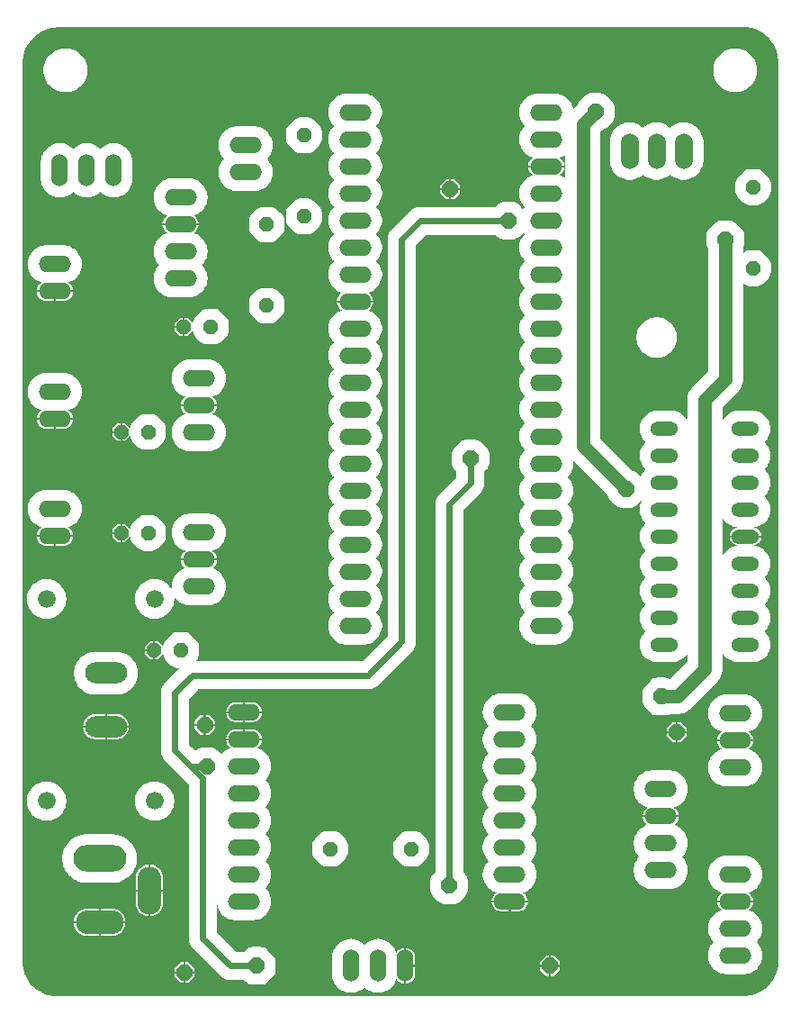
<source format=gbr>
%TF.GenerationSoftware,KiCad,Pcbnew,9.0.2*%
%TF.CreationDate,2025-06-17T11:42:23-05:00*%
%TF.ProjectId,board1,626f6172-6431-42e6-9b69-6361645f7063,rev?*%
%TF.SameCoordinates,Original*%
%TF.FileFunction,Copper,L1,Top*%
%TF.FilePolarity,Positive*%
%FSLAX46Y46*%
G04 Gerber Fmt 4.6, Leading zero omitted, Abs format (unit mm)*
G04 Created by KiCad (PCBNEW 9.0.2) date 2025-06-17 11:42:23*
%MOMM*%
%LPD*%
G01*
G04 APERTURE LIST*
G04 Aperture macros list*
%AMOutline5P*
0 Free polygon, 5 corners , with rotation*
0 The origin of the aperture is its center*
0 number of corners: always 5*
0 $1 to $10 corner X, Y*
0 $11 Rotation angle, in degrees counterclockwise*
0 create outline with 5 corners*
4,1,5,$1,$2,$3,$4,$5,$6,$7,$8,$9,$10,$1,$2,$11*%
%AMOutline6P*
0 Free polygon, 6 corners , with rotation*
0 The origin of the aperture is its center*
0 number of corners: always 6*
0 $1 to $12 corner X, Y*
0 $13 Rotation angle, in degrees counterclockwise*
0 create outline with 6 corners*
4,1,6,$1,$2,$3,$4,$5,$6,$7,$8,$9,$10,$11,$12,$1,$2,$13*%
%AMOutline7P*
0 Free polygon, 7 corners , with rotation*
0 The origin of the aperture is its center*
0 number of corners: always 7*
0 $1 to $14 corner X, Y*
0 $15 Rotation angle, in degrees counterclockwise*
0 create outline with 7 corners*
4,1,7,$1,$2,$3,$4,$5,$6,$7,$8,$9,$10,$11,$12,$13,$14,$1,$2,$15*%
%AMOutline8P*
0 Free polygon, 8 corners , with rotation*
0 The origin of the aperture is its center*
0 number of corners: always 8*
0 $1 to $16 corner X, Y*
0 $17 Rotation angle, in degrees counterclockwise*
0 create outline with 8 corners*
4,1,8,$1,$2,$3,$4,$5,$6,$7,$8,$9,$10,$11,$12,$13,$14,$15,$16,$1,$2,$17*%
G04 Aperture macros list end*
%TA.AperFunction,ComponentPad*%
%ADD10O,3.048000X1.524000*%
%TD*%
%TA.AperFunction,ComponentPad*%
%ADD11Outline8P,-0.762000X0.315631X-0.315631X0.762000X0.315631X0.762000X0.762000X0.315631X0.762000X-0.315631X0.315631X-0.762000X-0.315631X-0.762000X-0.762000X-0.315631X0.000000*%
%TD*%
%TA.AperFunction,ComponentPad*%
%ADD12Outline8P,-0.660400X0.273547X-0.273547X0.660400X0.273547X0.660400X0.660400X0.273547X0.660400X-0.273547X0.273547X-0.660400X-0.273547X-0.660400X-0.660400X-0.273547X180.000000*%
%TD*%
%TA.AperFunction,ComponentPad*%
%ADD13O,5.000000X2.500000*%
%TD*%
%TA.AperFunction,ComponentPad*%
%ADD14O,4.500000X2.250000*%
%TD*%
%TA.AperFunction,ComponentPad*%
%ADD15O,2.250000X4.500000*%
%TD*%
%TA.AperFunction,ComponentPad*%
%ADD16O,2.641600X1.320800*%
%TD*%
%TA.AperFunction,ComponentPad*%
%ADD17Outline8P,-0.660400X0.273547X-0.273547X0.660400X0.273547X0.660400X0.660400X0.273547X0.660400X-0.273547X0.273547X-0.660400X-0.273547X-0.660400X-0.660400X-0.273547X90.000000*%
%TD*%
%TA.AperFunction,ComponentPad*%
%ADD18Outline8P,-0.660400X0.273547X-0.273547X0.660400X0.273547X0.660400X0.660400X0.273547X0.660400X-0.273547X0.273547X-0.660400X-0.273547X-0.660400X-0.660400X-0.273547X270.000000*%
%TD*%
%TA.AperFunction,ComponentPad*%
%ADD19C,1.676400*%
%TD*%
%TA.AperFunction,ComponentPad*%
%ADD20O,3.962400X1.981200*%
%TD*%
%TA.AperFunction,ComponentPad*%
%ADD21O,1.524000X3.048000*%
%TD*%
%TA.AperFunction,ComponentPad*%
%ADD22O,1.676400X3.352800*%
%TD*%
%TA.AperFunction,Conductor*%
%ADD23C,1.270000*%
%TD*%
%TA.AperFunction,Conductor*%
%ADD24C,0.609600*%
%TD*%
G04 APERTURE END LIST*
D10*
%TO.P,REG5V0,1*%
%TO.N,VBAT*%
X129541100Y-97543600D03*
%TO.P,REG5V0,2*%
%TO.N,GND*%
X129541100Y-95003600D03*
%TO.P,REG5V0,3*%
%TO.N,V_REG*%
X129541100Y-92463600D03*
%TD*%
%TO.P,REG9V0,1*%
%TO.N,V_IN*%
X129541100Y-112043600D03*
%TO.P,REG9V0,2*%
%TO.N,GND*%
X129541100Y-109503600D03*
%TO.P,REG9V0,3*%
%TO.N,V_9V*%
X129541100Y-106963600D03*
%TD*%
%TO.P,I2C_OUT0,1*%
%TO.N,VCC*%
X127821100Y-75433600D03*
%TO.P,I2C_OUT0,2*%
%TO.N,GND*%
X127821100Y-77973600D03*
%TO.P,I2C_OUT0,3*%
%TO.N,SDA_OUT*%
X127821100Y-80513600D03*
%TO.P,I2C_OUT0,4*%
%TO.N,SCL_OUT*%
X127821100Y-83053600D03*
%TD*%
D11*
%TO.P,VMIC2,1*%
%TO.N,VMIC*%
X179081100Y-79383600D03*
%TD*%
%TO.P,GND1,1*%
%TO.N,GND*%
X130101100Y-125023600D03*
%TD*%
D12*
%TO.P,R4,1*%
%TO.N,D0*%
X149511100Y-136703600D03*
%TO.P,R4,2*%
%TO.N,3V3*%
X141891100Y-136703600D03*
%TD*%
D10*
%TO.P,PWR_BNK0,1*%
%TO.N,V_PWR*%
X116001100Y-81733600D03*
%TO.P,PWR_BNK0,2*%
%TO.N,GND*%
X116001100Y-84273600D03*
%TD*%
D13*
%TO.P,UNK12_V0,1*%
%TO.N,N$3*%
X120201100Y-137603600D03*
D14*
%TO.P,UNK12_V0,2*%
%TO.N,GND*%
X120201100Y-143603600D03*
D15*
%TO.P,UNK12_V0,3*%
X124901100Y-140603600D03*
%TD*%
D12*
%TO.P,C2,1*%
%TO.N,V_IN*%
X127871100Y-118003600D03*
%TO.P,C2,2*%
%TO.N,GND*%
X125331100Y-118003600D03*
%TD*%
D11*
%TO.P,VCC1,1*%
%TO.N,VCC*%
X166881100Y-67423600D03*
%TD*%
D10*
%TO.P,_0,1*%
%TO.N,GND*%
X133801100Y-123853600D03*
%TO.P,_0,2*%
X133801100Y-126393600D03*
%TO.P,_0,3*%
%TO.N,3V3*%
X133801100Y-128933600D03*
%TO.P,_0,4*%
%TO.N,DRST*%
X133801100Y-131473600D03*
%TO.P,_0,5*%
%TO.N,DIO0*%
X133801100Y-134013600D03*
%TO.P,_0,6*%
%TO.N,N/C*%
X133801100Y-136553600D03*
%TO.P,_0,7*%
X133801100Y-139093600D03*
%TO.P,_0,8*%
X133801100Y-141633600D03*
%TD*%
D16*
%TO.P,PIC0,1*%
%TO.N,N/C*%
X180981100Y-117493600D03*
%TO.P,PIC0,2*%
X180981100Y-114953600D03*
%TO.P,PIC0,3*%
X180981100Y-112413600D03*
%TO.P,PIC0,4*%
X180981100Y-109873600D03*
%TO.P,PIC0,5*%
%TO.N,GND*%
X180981100Y-107333600D03*
%TO.P,PIC0,6*%
%TO.N,TRIGGER*%
X180981100Y-104793600D03*
%TO.P,PIC0,7*%
%TO.N,N/C*%
X180981100Y-102253600D03*
%TO.P,PIC0,8*%
X180981100Y-99713600D03*
%TO.P,PIC0,9*%
X180981100Y-97173600D03*
%TO.P,PIC0,10*%
X173361100Y-97173600D03*
%TO.P,PIC0,11*%
X173361100Y-99713600D03*
%TO.P,PIC0,12*%
X173361100Y-102253600D03*
%TO.P,PIC0,13*%
X173361100Y-104793600D03*
%TO.P,PIC0,14*%
%TO.N,VCC*%
X173361100Y-107333600D03*
%TO.P,PIC0,15*%
%TO.N,N/C*%
X173361100Y-109873600D03*
%TO.P,PIC0,16*%
%TO.N,ACK*%
X173361100Y-112413600D03*
%TO.P,PIC0,17*%
%TO.N,N/C*%
X173361100Y-114953600D03*
%TO.P,PIC0,18*%
X173361100Y-117493600D03*
%TD*%
D11*
%TO.P,UNK3V32,1*%
%TO.N,3V3*%
X158681100Y-77663600D03*
%TD*%
D12*
%TO.P,C4,1*%
%TO.N,V_REG*%
X130671100Y-87603600D03*
%TO.P,C4,2*%
%TO.N,GND*%
X128131100Y-87603600D03*
%TD*%
D11*
%TO.P,D0_1,1*%
%TO.N,D0*%
X155101100Y-100003600D03*
%TD*%
D17*
%TO.P,R3,1*%
%TO.N,SCL_OUT*%
X135941100Y-85633600D03*
%TO.P,R3,2*%
%TO.N,VCC2*%
X135941100Y-78013600D03*
%TD*%
D11*
%TO.P,GND5,1*%
%TO.N,GND*%
X128201100Y-148303600D03*
%TD*%
D10*
%TO.P,.0,1*%
%TO.N,N/C*%
X162241100Y-67453600D03*
%TO.P,.0,2*%
%TO.N,VMIC*%
X162241100Y-69993600D03*
%TO.P,.0,3*%
%TO.N,GND*%
X162241100Y-72533600D03*
%TO.P,.0,4*%
%TO.N,N/C*%
X162241100Y-75073600D03*
%TO.P,.0,5*%
%TO.N,3V3*%
X162241100Y-77613600D03*
%TO.P,.0,6*%
%TO.N,N/C*%
X162241100Y-80153600D03*
%TO.P,.0,7*%
%TO.N,ACK*%
X162241100Y-82693600D03*
%TO.P,.0,8*%
%TO.N,N/C*%
X162241100Y-85233600D03*
%TO.P,.0,9*%
X162241100Y-87773600D03*
%TO.P,.0,10*%
%TO.N,A0*%
X162241100Y-90313600D03*
%TO.P,.0,11*%
%TO.N,N/C*%
X162241100Y-92853600D03*
%TO.P,.0,12*%
%TO.N,D0*%
X162241100Y-95393600D03*
%TO.P,.0,13*%
%TO.N,N/C*%
X162241100Y-97933600D03*
%TO.P,.0,14*%
X162241100Y-100473600D03*
%TO.P,.0,15*%
X162241100Y-103013600D03*
%TO.P,.0,16*%
%TO.N,SCL*%
X162241100Y-105553600D03*
%TO.P,.0,17*%
%TO.N,SDA*%
X162241100Y-108093600D03*
%TO.P,.0,18*%
%TO.N,N/C*%
X162241100Y-110633600D03*
%TO.P,.0,19*%
%TO.N,RX*%
X162241100Y-113173600D03*
%TO.P,.0,20*%
%TO.N,TX*%
X162241100Y-115713600D03*
%TD*%
D17*
%TO.P,R2,1*%
%TO.N,SDA_OUT*%
X139441100Y-77233600D03*
%TO.P,R2,2*%
%TO.N,VCC2*%
X139441100Y-69613600D03*
%TD*%
D11*
%TO.P,VCC2,1*%
%TO.N,VCC*%
X169761100Y-102883600D03*
%TD*%
D10*
%TO.P,V+0,1*%
%TO.N,VMIC*%
X173001100Y-131093600D03*
%TO.P,V+0,2*%
%TO.N,GND*%
X173001100Y-133633600D03*
%TO.P,V+0,3*%
%TO.N,SCL*%
X173001100Y-136173600D03*
%TO.P,V+0,4*%
%TO.N,SDA*%
X173001100Y-138713600D03*
%TD*%
D18*
%TO.P,R1,1*%
%TO.N,N$4*%
X181701100Y-74493600D03*
%TO.P,R1,2*%
%TO.N,TRIGGER*%
X181701100Y-82113600D03*
%TD*%
D10*
%TO.P,LORA0,1*%
%TO.N,N/C*%
X158801100Y-123853600D03*
%TO.P,LORA0,2*%
%TO.N,DCS*%
X158801100Y-126393600D03*
%TO.P,LORA0,3*%
%TO.N,DMOSI*%
X158801100Y-128933600D03*
%TO.P,LORA0,4*%
%TO.N,DMISO*%
X158801100Y-131473600D03*
%TO.P,LORA0,5*%
%TO.N,DSCK*%
X158801100Y-134013600D03*
%TO.P,LORA0,6*%
%TO.N,N$10*%
X158801100Y-136553600D03*
%TO.P,LORA0,7*%
%TO.N,N$11*%
X158801100Y-139093600D03*
%TO.P,LORA0,8*%
%TO.N,GND*%
X158801100Y-141633600D03*
%TD*%
D11*
%TO.P,GND2,1*%
%TO.N,GND*%
X174501100Y-125703600D03*
%TD*%
D19*
%TO.P,D2,A*%
%TO.N,N$5*%
X115221100Y-113203600D03*
%TO.P,D2,C*%
%TO.N,V_IN*%
X125381100Y-113203600D03*
%TD*%
D11*
%TO.P,GND4,1*%
%TO.N,GND*%
X153201100Y-74703600D03*
%TD*%
%TO.P,D0_2,1*%
%TO.N,D0*%
X153101100Y-140103600D03*
%TD*%
%TO.P,VMIC1,1*%
%TO.N,VMIC*%
X173041100Y-122383600D03*
%TD*%
D10*
%TO.P,RX0,1*%
%TO.N,VMIC*%
X180001100Y-139093600D03*
%TO.P,RX0,2*%
%TO.N,GND*%
X180001100Y-141633600D03*
%TO.P,RX0,3*%
%TO.N,RX*%
X180001100Y-144173600D03*
%TO.P,RX0,4*%
%TO.N,TX*%
X180001100Y-146713600D03*
%TD*%
D11*
%TO.P,UNK3V1,1*%
%TO.N,3V3*%
X135001100Y-147703600D03*
%TD*%
D10*
%TO.P,V_BAT0,1*%
%TO.N,VBAT*%
X116001100Y-93733600D03*
%TO.P,V_BAT0,2*%
%TO.N,GND*%
X116001100Y-96273600D03*
%TD*%
D12*
%TO.P,C1,1*%
%TO.N,V_9V*%
X124771100Y-107003600D03*
%TO.P,C1,2*%
%TO.N,GND*%
X122231100Y-107003600D03*
%TD*%
D10*
%TO.P,A0,1*%
%TO.N,VMIC*%
X180001100Y-123963600D03*
%TO.P,A0,2*%
%TO.N,GND*%
X180001100Y-126503600D03*
%TO.P,A0,3*%
%TO.N,A0*%
X180001100Y-129043600D03*
%TD*%
D20*
%TO.P,V_IN0,1*%
%TO.N,N$5*%
X120801100Y-120174400D03*
%TO.P,V_IN0,2*%
%TO.N,GND*%
X120801100Y-125203600D03*
%TD*%
D10*
%TO.P,TEST0,1*%
%TO.N,VCC*%
X133941100Y-70553600D03*
%TO.P,TEST0,2*%
%TO.N,VCC2*%
X133941100Y-73093600D03*
%TD*%
D12*
%TO.P,C3,1*%
%TO.N,VBAT*%
X124771100Y-97503600D03*
%TO.P,C3,2*%
%TO.N,GND*%
X122231100Y-97503600D03*
%TD*%
D11*
%TO.P,UNK3V31,1*%
%TO.N,3V3*%
X130281100Y-128923600D03*
%TD*%
D21*
%TO.P,TMP0,1*%
%TO.N,3V3*%
X143861100Y-147703600D03*
%TO.P,TMP0,2*%
%TO.N,D0*%
X146401100Y-147703600D03*
%TO.P,TMP0,3*%
%TO.N,GND*%
X148941100Y-147703600D03*
%TD*%
D11*
%TO.P,GND3,1*%
%TO.N,GND*%
X162601100Y-147703600D03*
%TD*%
D19*
%TO.P,D1,A*%
%TO.N,N$3*%
X115221100Y-132203600D03*
%TO.P,D1,C*%
%TO.N,V_IN*%
X125381100Y-132203600D03*
%TD*%
D21*
%TO.P,V_SEL0,1*%
%TO.N,V_REG*%
X121541100Y-72903600D03*
%TO.P,V_SEL0,2*%
%TO.N,VCC*%
X119001100Y-72903600D03*
%TO.P,V_SEL0,3*%
%TO.N,V_PWR*%
X116461100Y-72903600D03*
%TD*%
D10*
%TO.P,BMS0,1*%
%TO.N,V_9V*%
X116001100Y-104733600D03*
%TO.P,BMS0,2*%
%TO.N,GND*%
X116001100Y-107273600D03*
%TD*%
D22*
%TO.P,Q1,1*%
%TO.N,N$4*%
X175151100Y-71103600D03*
%TO.P,Q1,2*%
%TO.N,VMIC*%
X172611100Y-71103600D03*
%TO.P,Q1,3*%
%TO.N,VCC*%
X170071100Y-71103600D03*
%TD*%
D10*
%TO.P,PI_PICO0,1*%
%TO.N,N/C*%
X144241100Y-67453600D03*
%TO.P,PI_PICO0,2*%
X144241100Y-69993600D03*
%TO.P,PI_PICO0,3*%
X144241100Y-72533600D03*
%TO.P,PI_PICO0,4*%
X144241100Y-75073600D03*
%TO.P,PI_PICO0,5*%
X144241100Y-77613600D03*
%TO.P,PI_PICO0,6*%
%TO.N,SDA_OUT*%
X144241100Y-80153600D03*
%TO.P,PI_PICO0,7*%
%TO.N,SCL_OUT*%
X144241100Y-82693600D03*
%TO.P,PI_PICO0,8*%
%TO.N,GND*%
X144241100Y-85233600D03*
%TO.P,PI_PICO0,9*%
%TO.N,N/C*%
X144241100Y-87773600D03*
%TO.P,PI_PICO0,10*%
X144241100Y-90313600D03*
%TO.P,PI_PICO0,11*%
%TO.N,DIO0*%
X144241100Y-92853600D03*
%TO.P,PI_PICO0,12*%
%TO.N,DRST*%
X144241100Y-95393600D03*
%TO.P,PI_PICO0,13*%
%TO.N,N/C*%
X144241100Y-97933600D03*
%TO.P,PI_PICO0,14*%
%TO.N,DSCK*%
X144241100Y-100473600D03*
%TO.P,PI_PICO0,15*%
%TO.N,DMOSI*%
X144241100Y-103013600D03*
%TO.P,PI_PICO0,16*%
%TO.N,DMISO*%
X144241100Y-105553600D03*
%TO.P,PI_PICO0,17*%
%TO.N,DCS*%
X144241100Y-108093600D03*
%TO.P,PI_PICO0,18*%
%TO.N,N/C*%
X144241100Y-110633600D03*
%TO.P,PI_PICO0,19*%
X144241100Y-113173600D03*
%TO.P,PI_PICO0,20*%
X144241100Y-115713600D03*
%TD*%
D23*
%TO.N,VCC*%
X165681100Y-98803600D02*
X169761100Y-102883600D01*
X165681100Y-68623600D02*
X165681100Y-98803600D01*
X166881100Y-67423600D02*
X165681100Y-68623600D01*
%TO.N,VMIC*%
X179101100Y-92563600D02*
X177141100Y-94523600D01*
X177141100Y-94523600D02*
X177141100Y-119823600D01*
X177141100Y-119823600D02*
X174581100Y-122383600D01*
X174581100Y-122383600D02*
X173041100Y-122383600D01*
X179081100Y-79383600D02*
X179101100Y-79403600D01*
X179101100Y-79403600D02*
X179101100Y-92563600D01*
D24*
%TO.N,3V3*%
X128781100Y-128923600D02*
X129901100Y-130043600D01*
X129901100Y-145103600D02*
X132501100Y-147703600D01*
X148641100Y-117223600D02*
X148641100Y-79383600D01*
X145481100Y-120383600D02*
X148641100Y-117223600D01*
X132501100Y-147703600D02*
X135001100Y-147703600D01*
X127281100Y-122023600D02*
X127281100Y-127423600D01*
X127281100Y-122023600D02*
X128921100Y-120383600D01*
X128921100Y-120383600D02*
X145481100Y-120383600D01*
X130281100Y-128923600D02*
X128781100Y-128923600D01*
X127281100Y-127423600D02*
X128781100Y-128923600D01*
X129901100Y-130043600D02*
X129901100Y-145103600D01*
X150361100Y-77663600D02*
X158681100Y-77663600D01*
X148641100Y-79383600D02*
X150361100Y-77663600D01*
%TO.N,D0*%
X155101100Y-100003600D02*
X155101100Y-102303600D01*
X153101100Y-104303600D02*
X153101100Y-140103600D01*
X155101100Y-102303600D02*
X153101100Y-104303600D01*
%TD*%
%TA.AperFunction,Conductor*%
%TO.N,GND*%
G36*
X178845094Y-105593670D02*
G01*
X178849980Y-105600039D01*
X178921432Y-105723797D01*
X178923417Y-105727235D01*
X179035372Y-105873138D01*
X179056992Y-105901313D01*
X179057235Y-105901629D01*
X179212671Y-106057065D01*
X179387065Y-106190883D01*
X179577435Y-106300793D01*
X179577441Y-106300795D01*
X179577446Y-106300798D01*
X179780518Y-106384913D01*
X179780521Y-106384914D01*
X179836692Y-106399965D01*
X179992851Y-106441808D01*
X180120386Y-106458598D01*
X180140768Y-106470365D01*
X180146860Y-106493098D01*
X180135093Y-106513480D01*
X180122372Y-106519244D01*
X180076440Y-106528380D01*
X180076438Y-106528381D01*
X179924042Y-106591506D01*
X179786889Y-106683149D01*
X179670249Y-106799789D01*
X179578606Y-106936942D01*
X179515481Y-107089338D01*
X179515480Y-107089340D01*
X179484498Y-107245099D01*
X179484499Y-107245100D01*
X180584077Y-107245100D01*
X180574700Y-107280096D01*
X180574700Y-107387104D01*
X180584077Y-107422100D01*
X179484498Y-107422100D01*
X179515480Y-107577859D01*
X179515481Y-107577861D01*
X179578606Y-107730257D01*
X179670249Y-107867410D01*
X179786889Y-107984050D01*
X179924042Y-108075693D01*
X180076438Y-108138818D01*
X180076440Y-108138819D01*
X180122372Y-108147955D01*
X180141941Y-108161030D01*
X180146532Y-108184113D01*
X180133457Y-108203682D01*
X180120387Y-108208601D01*
X179992851Y-108225391D01*
X179780521Y-108282285D01*
X179780518Y-108282286D01*
X179577446Y-108366401D01*
X179577425Y-108366412D01*
X179387069Y-108476314D01*
X179212675Y-108610131D01*
X179057231Y-108765575D01*
X178923414Y-108939969D01*
X178849980Y-109067160D01*
X178831309Y-109081487D01*
X178807975Y-109078415D01*
X178793648Y-109059744D01*
X178792600Y-109051785D01*
X178792600Y-105615414D01*
X178801606Y-105593670D01*
X178823350Y-105584664D01*
X178845094Y-105593670D01*
G37*
%TD.AperFunction*%
%TA.AperFunction,Conductor*%
G36*
X164025480Y-71492471D02*
G01*
X164029600Y-71507846D01*
X164029600Y-73559353D01*
X164020594Y-73581097D01*
X163998850Y-73590103D01*
X163983475Y-73585983D01*
X163791407Y-73475094D01*
X163791404Y-73475092D01*
X163791398Y-73475089D01*
X163709856Y-73441313D01*
X163576006Y-73385870D01*
X163528595Y-73373166D01*
X163509924Y-73358839D01*
X163506852Y-73335505D01*
X163519470Y-73317896D01*
X163601676Y-73262968D01*
X163732468Y-73132176D01*
X163835231Y-72978382D01*
X163835232Y-72978379D01*
X163906012Y-72807500D01*
X163906014Y-72807494D01*
X163942099Y-72626084D01*
X163942100Y-72626084D01*
X163942100Y-72622101D01*
X163942099Y-72622100D01*
X162743307Y-72622100D01*
X162749100Y-72600480D01*
X162749100Y-72466720D01*
X162743307Y-72445100D01*
X163942099Y-72445100D01*
X163942100Y-72445099D01*
X163942100Y-72441116D01*
X163942099Y-72441115D01*
X163906014Y-72259705D01*
X163906012Y-72259699D01*
X163835232Y-72088820D01*
X163835231Y-72088817D01*
X163732468Y-71935023D01*
X163601676Y-71804231D01*
X163519470Y-71749302D01*
X163506395Y-71729733D01*
X163510986Y-71706650D01*
X163528594Y-71694032D01*
X163564655Y-71684370D01*
X163576004Y-71681330D01*
X163576005Y-71681330D01*
X163610507Y-71667038D01*
X163791398Y-71592111D01*
X163937350Y-71507846D01*
X163983475Y-71481216D01*
X164006809Y-71478144D01*
X164025480Y-71492471D01*
G37*
%TD.AperFunction*%
%TA.AperFunction,Conductor*%
G36*
X180778989Y-59440147D02*
G01*
X181142806Y-59460580D01*
X181146231Y-59460965D01*
X181506389Y-59522158D01*
X181509736Y-59522923D01*
X181860783Y-59624058D01*
X181864003Y-59625184D01*
X182201523Y-59764989D01*
X182204622Y-59766482D01*
X182524349Y-59943189D01*
X182527256Y-59945015D01*
X182825206Y-60156421D01*
X182827891Y-60158563D01*
X183082245Y-60385870D01*
X183100277Y-60401984D01*
X183102715Y-60404422D01*
X183346131Y-60676802D01*
X183348282Y-60679498D01*
X183559680Y-60977437D01*
X183561514Y-60980357D01*
X183738217Y-61300077D01*
X183739713Y-61303183D01*
X183879511Y-61640686D01*
X183880644Y-61643926D01*
X183938478Y-61844670D01*
X183982031Y-61995845D01*
X183983040Y-62000915D01*
X184064407Y-62723068D01*
X184064600Y-62726511D01*
X184064600Y-147279767D01*
X184064552Y-147281491D01*
X184044119Y-147645307D01*
X184043733Y-147648734D01*
X183982542Y-148008882D01*
X183981774Y-148012244D01*
X183880647Y-148363267D01*
X183879508Y-148366522D01*
X183739710Y-148704021D01*
X183738214Y-148707127D01*
X183561510Y-149026849D01*
X183559675Y-149029769D01*
X183348288Y-149327691D01*
X183346138Y-149330387D01*
X183102710Y-149602783D01*
X183100272Y-149605221D01*
X182827896Y-149848632D01*
X182825200Y-149850783D01*
X182527261Y-150062181D01*
X182524341Y-150064015D01*
X182204622Y-150240717D01*
X182201516Y-150242213D01*
X181997505Y-150326717D01*
X181864018Y-150382008D01*
X181860769Y-150383146D01*
X181508854Y-150484531D01*
X181503784Y-150485540D01*
X180781632Y-150566907D01*
X180778189Y-150567100D01*
X116224933Y-150567100D01*
X116223209Y-150567052D01*
X115859393Y-150546619D01*
X115855966Y-150546233D01*
X115495818Y-150485042D01*
X115492456Y-150484274D01*
X115277528Y-150422355D01*
X115141425Y-150383144D01*
X115138185Y-150382011D01*
X114834422Y-150256189D01*
X114800682Y-150242213D01*
X114797576Y-150240717D01*
X114477857Y-150064014D01*
X114474937Y-150062180D01*
X114313372Y-149947544D01*
X114176995Y-149850779D01*
X114174306Y-149848634D01*
X113941692Y-149640758D01*
X113901921Y-149605216D01*
X113899483Y-149602778D01*
X113886956Y-149588761D01*
X113656060Y-149330387D01*
X113653921Y-149327706D01*
X113442515Y-149029756D01*
X113440689Y-149026849D01*
X113263981Y-148707122D01*
X113262488Y-148704021D01*
X113133287Y-148392101D01*
X127262099Y-148392101D01*
X127262099Y-148636664D01*
X127272370Y-148688293D01*
X127272370Y-148688294D01*
X127301609Y-148732055D01*
X127301611Y-148732057D01*
X127772644Y-149203091D01*
X127772646Y-149203093D01*
X127816405Y-149232330D01*
X127868032Y-149242599D01*
X127868033Y-149242600D01*
X128112599Y-149242600D01*
X128112600Y-149242599D01*
X128112600Y-148805806D01*
X128134220Y-148811600D01*
X128267980Y-148811600D01*
X128289600Y-148805806D01*
X128289600Y-149242599D01*
X128289601Y-149242600D01*
X128534164Y-149242600D01*
X128585793Y-149232329D01*
X128585794Y-149232329D01*
X128629555Y-149203090D01*
X128629557Y-149203088D01*
X129100591Y-148732055D01*
X129100593Y-148732053D01*
X129129830Y-148688294D01*
X129140099Y-148636667D01*
X129140100Y-148636667D01*
X129140100Y-148392101D01*
X129140099Y-148392100D01*
X128703307Y-148392100D01*
X128709100Y-148370480D01*
X128709100Y-148236720D01*
X128703307Y-148215100D01*
X129140100Y-148215100D01*
X129140101Y-148215099D01*
X129140101Y-147970535D01*
X129129829Y-147918906D01*
X129129829Y-147918905D01*
X129100590Y-147875144D01*
X129100588Y-147875142D01*
X128629555Y-147404108D01*
X128629553Y-147404106D01*
X128585794Y-147374869D01*
X128534167Y-147364600D01*
X128534166Y-147364599D01*
X128289600Y-147364599D01*
X128289600Y-147801393D01*
X128267980Y-147795600D01*
X128134220Y-147795600D01*
X128112600Y-147801393D01*
X128112600Y-147364600D01*
X128112599Y-147364599D01*
X127868035Y-147364599D01*
X127816406Y-147374870D01*
X127816405Y-147374870D01*
X127772644Y-147404109D01*
X127772642Y-147404111D01*
X127301608Y-147875144D01*
X127301606Y-147875146D01*
X127272369Y-147918905D01*
X127262100Y-147970532D01*
X127262100Y-148215099D01*
X127262101Y-148215100D01*
X127698893Y-148215100D01*
X127693100Y-148236720D01*
X127693100Y-148370480D01*
X127698893Y-148392100D01*
X127262100Y-148392100D01*
X127262099Y-148392101D01*
X113133287Y-148392101D01*
X113122687Y-148366509D01*
X113121558Y-148363284D01*
X113020166Y-148011345D01*
X113019160Y-148006294D01*
X112948017Y-147374870D01*
X112937793Y-147284132D01*
X112937600Y-147280689D01*
X112937600Y-143501123D01*
X117774100Y-143501123D01*
X117774100Y-143515099D01*
X117774101Y-143515100D01*
X119707176Y-143515100D01*
X119701100Y-143537774D01*
X119701100Y-143669426D01*
X119707176Y-143692100D01*
X117774101Y-143692100D01*
X117774100Y-143692101D01*
X117774100Y-143706076D01*
X117806159Y-143908483D01*
X117869488Y-144103394D01*
X117869490Y-144103399D01*
X117962524Y-144285987D01*
X117962532Y-144286000D01*
X118082985Y-144451790D01*
X118227909Y-144596714D01*
X118393699Y-144717167D01*
X118393712Y-144717175D01*
X118576300Y-144810209D01*
X118576305Y-144810211D01*
X118771216Y-144873540D01*
X118973623Y-144905599D01*
X118973636Y-144905600D01*
X120112599Y-144905600D01*
X120112600Y-144905599D01*
X120112600Y-144097524D01*
X120135274Y-144103600D01*
X120266926Y-144103600D01*
X120289600Y-144097524D01*
X120289600Y-144905599D01*
X120289601Y-144905600D01*
X121428564Y-144905600D01*
X121428576Y-144905599D01*
X121630983Y-144873540D01*
X121825894Y-144810211D01*
X121825899Y-144810209D01*
X122008487Y-144717175D01*
X122008500Y-144717167D01*
X122174290Y-144596714D01*
X122319214Y-144451790D01*
X122439667Y-144286000D01*
X122439675Y-144285987D01*
X122532709Y-144103399D01*
X122532711Y-144103394D01*
X122596040Y-143908483D01*
X122628099Y-143706076D01*
X122628100Y-143706064D01*
X122628100Y-143692101D01*
X122628099Y-143692100D01*
X120695024Y-143692100D01*
X120701100Y-143669426D01*
X120701100Y-143537774D01*
X120695024Y-143515100D01*
X122628099Y-143515100D01*
X122628100Y-143515099D01*
X122628100Y-143501135D01*
X122628099Y-143501123D01*
X122596040Y-143298716D01*
X122532711Y-143103805D01*
X122532709Y-143103800D01*
X122439675Y-142921212D01*
X122439667Y-142921199D01*
X122319214Y-142755409D01*
X122174290Y-142610485D01*
X122008500Y-142490032D01*
X122008487Y-142490024D01*
X121825899Y-142396990D01*
X121825894Y-142396988D01*
X121630983Y-142333659D01*
X121428576Y-142301600D01*
X120289601Y-142301600D01*
X120289600Y-142301601D01*
X120289600Y-143109675D01*
X120266926Y-143103600D01*
X120135274Y-143103600D01*
X120112600Y-143109675D01*
X120112600Y-142301601D01*
X120112599Y-142301600D01*
X118973623Y-142301600D01*
X118771216Y-142333659D01*
X118576305Y-142396988D01*
X118576300Y-142396990D01*
X118393712Y-142490024D01*
X118393699Y-142490032D01*
X118227909Y-142610485D01*
X118082985Y-142755409D01*
X117962532Y-142921199D01*
X117962524Y-142921212D01*
X117869490Y-143103800D01*
X117869488Y-143103805D01*
X117806159Y-143298716D01*
X117774100Y-143501123D01*
X112937600Y-143501123D01*
X112937600Y-137455046D01*
X116684600Y-137455046D01*
X116684600Y-137752154D01*
X116691144Y-137801857D01*
X116723380Y-138046720D01*
X116800277Y-138333705D01*
X116913973Y-138608191D01*
X116913980Y-138608207D01*
X117042130Y-138830167D01*
X117062531Y-138865502D01*
X117243399Y-139101214D01*
X117453486Y-139311301D01*
X117689198Y-139492169D01*
X117706037Y-139501891D01*
X117946492Y-139640719D01*
X117946497Y-139640721D01*
X117946502Y-139640724D01*
X118220994Y-139754422D01*
X118507979Y-139831319D01*
X118802546Y-139870100D01*
X118802551Y-139870100D01*
X121599649Y-139870100D01*
X121599654Y-139870100D01*
X121894221Y-139831319D01*
X122181206Y-139754422D01*
X122455698Y-139640724D01*
X122713002Y-139492169D01*
X122864236Y-139376123D01*
X123599100Y-139376123D01*
X123599100Y-140515099D01*
X123599101Y-140515100D01*
X124407176Y-140515100D01*
X124401100Y-140537774D01*
X124401100Y-140669426D01*
X124407176Y-140692100D01*
X123599101Y-140692100D01*
X123599100Y-140692101D01*
X123599100Y-141831076D01*
X123631159Y-142033483D01*
X123694488Y-142228394D01*
X123694490Y-142228399D01*
X123787524Y-142410987D01*
X123787532Y-142411000D01*
X123907985Y-142576790D01*
X124052909Y-142721714D01*
X124218699Y-142842167D01*
X124218712Y-142842175D01*
X124401300Y-142935209D01*
X124401305Y-142935211D01*
X124596216Y-142998540D01*
X124798623Y-143030599D01*
X124798636Y-143030600D01*
X124812599Y-143030600D01*
X124812600Y-143030599D01*
X124812600Y-141097524D01*
X124835274Y-141103600D01*
X124966926Y-141103600D01*
X124989600Y-141097524D01*
X124989600Y-143030599D01*
X124989601Y-143030600D01*
X125003564Y-143030600D01*
X125003576Y-143030599D01*
X125205983Y-142998540D01*
X125400894Y-142935211D01*
X125400899Y-142935209D01*
X125583487Y-142842175D01*
X125583500Y-142842167D01*
X125749290Y-142721714D01*
X125894214Y-142576790D01*
X126014667Y-142411000D01*
X126014675Y-142410987D01*
X126107709Y-142228399D01*
X126107711Y-142228394D01*
X126171040Y-142033483D01*
X126203099Y-141831076D01*
X126203100Y-141831064D01*
X126203100Y-140692101D01*
X126203099Y-140692100D01*
X125395024Y-140692100D01*
X125401100Y-140669426D01*
X125401100Y-140537774D01*
X125395024Y-140515100D01*
X126203099Y-140515100D01*
X126203100Y-140515099D01*
X126203100Y-139376135D01*
X126203099Y-139376123D01*
X126171040Y-139173716D01*
X126107711Y-138978805D01*
X126107709Y-138978800D01*
X126014675Y-138796212D01*
X126014667Y-138796199D01*
X125894214Y-138630409D01*
X125749290Y-138485485D01*
X125583500Y-138365032D01*
X125583487Y-138365024D01*
X125400899Y-138271990D01*
X125400894Y-138271988D01*
X125205983Y-138208659D01*
X125003576Y-138176600D01*
X124989601Y-138176600D01*
X124989600Y-138176601D01*
X124989600Y-140109675D01*
X124966926Y-140103600D01*
X124835274Y-140103600D01*
X124812600Y-140109675D01*
X124812600Y-138176601D01*
X124812599Y-138176600D01*
X124798623Y-138176600D01*
X124596216Y-138208659D01*
X124401305Y-138271988D01*
X124401300Y-138271990D01*
X124218712Y-138365024D01*
X124218699Y-138365032D01*
X124052909Y-138485485D01*
X123907985Y-138630409D01*
X123787532Y-138796199D01*
X123787524Y-138796212D01*
X123694490Y-138978800D01*
X123694488Y-138978805D01*
X123631159Y-139173716D01*
X123599100Y-139376123D01*
X122864236Y-139376123D01*
X122948714Y-139311301D01*
X123158801Y-139101214D01*
X123339669Y-138865502D01*
X123461310Y-138654814D01*
X123488219Y-138608207D01*
X123488219Y-138608205D01*
X123488224Y-138608198D01*
X123601922Y-138333706D01*
X123678819Y-138046721D01*
X123717600Y-137752154D01*
X123717600Y-137455046D01*
X123678819Y-137160479D01*
X123601922Y-136873494D01*
X123488224Y-136599002D01*
X123488221Y-136598997D01*
X123488219Y-136598992D01*
X123339671Y-136341702D01*
X123339669Y-136341698D01*
X123158801Y-136105986D01*
X122948714Y-135895899D01*
X122713002Y-135715031D01*
X122712997Y-135715028D01*
X122455707Y-135566480D01*
X122455691Y-135566473D01*
X122181205Y-135452777D01*
X121894220Y-135375880D01*
X121668190Y-135346123D01*
X121599654Y-135337100D01*
X118802546Y-135337100D01*
X118768277Y-135341611D01*
X118507979Y-135375880D01*
X118220994Y-135452777D01*
X117946508Y-135566473D01*
X117946492Y-135566480D01*
X117689202Y-135715028D01*
X117453490Y-135895895D01*
X117243395Y-136105990D01*
X117062528Y-136341702D01*
X116913980Y-136598992D01*
X116913973Y-136599008D01*
X116800277Y-136873494D01*
X116723380Y-137160479D01*
X116691074Y-137405870D01*
X116684600Y-137455046D01*
X112937600Y-137455046D01*
X112937600Y-132082038D01*
X113366400Y-132082038D01*
X113366400Y-132325161D01*
X113398133Y-132566209D01*
X113461057Y-132801047D01*
X113461063Y-132801063D01*
X113553159Y-133023398D01*
X113554101Y-133025673D01*
X113675664Y-133236227D01*
X113823670Y-133429113D01*
X113995587Y-133601030D01*
X114188473Y-133749036D01*
X114399027Y-133870599D01*
X114462842Y-133897032D01*
X114623636Y-133963636D01*
X114623652Y-133963642D01*
X114858490Y-134026566D01*
X115099537Y-134058300D01*
X115099542Y-134058300D01*
X115342658Y-134058300D01*
X115342663Y-134058300D01*
X115583710Y-134026566D01*
X115679012Y-134001029D01*
X115818547Y-133963642D01*
X115818550Y-133963640D01*
X115818553Y-133963640D01*
X116043173Y-133870599D01*
X116253727Y-133749036D01*
X116446613Y-133601030D01*
X116618530Y-133429113D01*
X116766536Y-133236227D01*
X116888099Y-133025673D01*
X116981140Y-132801053D01*
X116983022Y-132794032D01*
X117044066Y-132566209D01*
X117075800Y-132325163D01*
X117075800Y-132082038D01*
X123526400Y-132082038D01*
X123526400Y-132325161D01*
X123558133Y-132566209D01*
X123621057Y-132801047D01*
X123621063Y-132801063D01*
X123713159Y-133023398D01*
X123714101Y-133025673D01*
X123835664Y-133236227D01*
X123983670Y-133429113D01*
X124155587Y-133601030D01*
X124348473Y-133749036D01*
X124559027Y-133870599D01*
X124622842Y-133897032D01*
X124783636Y-133963636D01*
X124783652Y-133963642D01*
X125018490Y-134026566D01*
X125259537Y-134058300D01*
X125259542Y-134058300D01*
X125502658Y-134058300D01*
X125502663Y-134058300D01*
X125743710Y-134026566D01*
X125839012Y-134001029D01*
X125978547Y-133963642D01*
X125978550Y-133963640D01*
X125978553Y-133963640D01*
X126203173Y-133870599D01*
X126413727Y-133749036D01*
X126606613Y-133601030D01*
X126778530Y-133429113D01*
X126926536Y-133236227D01*
X127048099Y-133025673D01*
X127141140Y-132801053D01*
X127143022Y-132794032D01*
X127204066Y-132566209D01*
X127235800Y-132325163D01*
X127235800Y-132082037D01*
X127204066Y-131840990D01*
X127183745Y-131765152D01*
X127141142Y-131606152D01*
X127141136Y-131606136D01*
X127048101Y-131381533D01*
X127048099Y-131381527D01*
X126926536Y-131170973D01*
X126778530Y-130978087D01*
X126606613Y-130806170D01*
X126413727Y-130658164D01*
X126385926Y-130642113D01*
X126203182Y-130536606D01*
X126203179Y-130536604D01*
X126203173Y-130536601D01*
X126203166Y-130536598D01*
X125978563Y-130443563D01*
X125978547Y-130443557D01*
X125743709Y-130380633D01*
X125558745Y-130356283D01*
X125502663Y-130348900D01*
X125259537Y-130348900D01*
X125231495Y-130352591D01*
X125018490Y-130380633D01*
X124783652Y-130443557D01*
X124783636Y-130443563D01*
X124559033Y-130536598D01*
X124559017Y-130536606D01*
X124348477Y-130658161D01*
X124155591Y-130806166D01*
X123983666Y-130978091D01*
X123835661Y-131170977D01*
X123714106Y-131381517D01*
X123714098Y-131381533D01*
X123621063Y-131606136D01*
X123621057Y-131606152D01*
X123558133Y-131840990D01*
X123526400Y-132082038D01*
X117075800Y-132082038D01*
X117075800Y-132082037D01*
X117044066Y-131840990D01*
X117023745Y-131765152D01*
X116981142Y-131606152D01*
X116981136Y-131606136D01*
X116888101Y-131381533D01*
X116888099Y-131381527D01*
X116766536Y-131170973D01*
X116618530Y-130978087D01*
X116446613Y-130806170D01*
X116253727Y-130658164D01*
X116225926Y-130642113D01*
X116043182Y-130536606D01*
X116043179Y-130536604D01*
X116043173Y-130536601D01*
X116043166Y-130536598D01*
X115818563Y-130443563D01*
X115818547Y-130443557D01*
X115583709Y-130380633D01*
X115398745Y-130356283D01*
X115342663Y-130348900D01*
X115099537Y-130348900D01*
X115071495Y-130352591D01*
X114858490Y-130380633D01*
X114623652Y-130443557D01*
X114623636Y-130443563D01*
X114399033Y-130536598D01*
X114399017Y-130536606D01*
X114188477Y-130658161D01*
X113995591Y-130806166D01*
X113823666Y-130978091D01*
X113675661Y-131170977D01*
X113554106Y-131381517D01*
X113554098Y-131381533D01*
X113461063Y-131606136D01*
X113461057Y-131606152D01*
X113398133Y-131840990D01*
X113366400Y-132082038D01*
X112937600Y-132082038D01*
X112937600Y-125111702D01*
X118642900Y-125111702D01*
X118642900Y-125115099D01*
X118642901Y-125115100D01*
X120145366Y-125115100D01*
X120140700Y-125138556D01*
X120140700Y-125268644D01*
X120145366Y-125292100D01*
X118642901Y-125292100D01*
X118642900Y-125292101D01*
X118642900Y-125295497D01*
X118671650Y-125477011D01*
X118728442Y-125651802D01*
X118728444Y-125651807D01*
X118811873Y-125815546D01*
X118811881Y-125815559D01*
X118919900Y-125964234D01*
X119049865Y-126094199D01*
X119198540Y-126202218D01*
X119198553Y-126202226D01*
X119362292Y-126285655D01*
X119362297Y-126285657D01*
X119537088Y-126342449D01*
X119718602Y-126371199D01*
X119718614Y-126371200D01*
X120712599Y-126371200D01*
X120712600Y-126371199D01*
X120712600Y-125859334D01*
X120736056Y-125864000D01*
X120866144Y-125864000D01*
X120889600Y-125859334D01*
X120889600Y-126371199D01*
X120889601Y-126371200D01*
X121883586Y-126371200D01*
X121883597Y-126371199D01*
X122065111Y-126342449D01*
X122239902Y-126285657D01*
X122239907Y-126285655D01*
X122403646Y-126202226D01*
X122403659Y-126202218D01*
X122552334Y-126094199D01*
X122682299Y-125964234D01*
X122790318Y-125815559D01*
X122790326Y-125815546D01*
X122873755Y-125651807D01*
X122873757Y-125651802D01*
X122930549Y-125477011D01*
X122959299Y-125295497D01*
X122959300Y-125295486D01*
X122959300Y-125292101D01*
X122959299Y-125292100D01*
X121456834Y-125292100D01*
X121461500Y-125268644D01*
X121461500Y-125138556D01*
X121456834Y-125115100D01*
X122959299Y-125115100D01*
X122959300Y-125115099D01*
X122959300Y-125111713D01*
X122959299Y-125111702D01*
X122930549Y-124930188D01*
X122873757Y-124755397D01*
X122873755Y-124755392D01*
X122790326Y-124591653D01*
X122790318Y-124591640D01*
X122682299Y-124442965D01*
X122552334Y-124313000D01*
X122403659Y-124204981D01*
X122403646Y-124204973D01*
X122239907Y-124121544D01*
X122239902Y-124121542D01*
X122065111Y-124064750D01*
X121883597Y-124036000D01*
X120889601Y-124036000D01*
X120889600Y-124036001D01*
X120889600Y-124547865D01*
X120866144Y-124543200D01*
X120736056Y-124543200D01*
X120712600Y-124547865D01*
X120712600Y-124036001D01*
X120712599Y-124036000D01*
X119718602Y-124036000D01*
X119537088Y-124064750D01*
X119362297Y-124121542D01*
X119362292Y-124121544D01*
X119198553Y-124204973D01*
X119198540Y-124204981D01*
X119049865Y-124313000D01*
X118919900Y-124442965D01*
X118811881Y-124591640D01*
X118811873Y-124591653D01*
X118728444Y-124755392D01*
X118728442Y-124755397D01*
X118671650Y-124930188D01*
X118642900Y-125111702D01*
X112937600Y-125111702D01*
X112937600Y-120042849D01*
X117803400Y-120042849D01*
X117803400Y-120305950D01*
X117837741Y-120566805D01*
X117905837Y-120820945D01*
X118006521Y-121064016D01*
X118006524Y-121064023D01*
X118006527Y-121064029D01*
X118006529Y-121064032D01*
X118105867Y-121236090D01*
X118138076Y-121291878D01*
X118298244Y-121500613D01*
X118484287Y-121686656D01*
X118693022Y-121846824D01*
X118920877Y-121978376D01*
X119163954Y-122079062D01*
X119418094Y-122147158D01*
X119678948Y-122181500D01*
X119678953Y-122181500D01*
X121923247Y-122181500D01*
X121923252Y-122181500D01*
X122184106Y-122147158D01*
X122438246Y-122079062D01*
X122681323Y-121978376D01*
X122909178Y-121846824D01*
X123117913Y-121686656D01*
X123303956Y-121500613D01*
X123464124Y-121291878D01*
X123595676Y-121064023D01*
X123696362Y-120820946D01*
X123764458Y-120566806D01*
X123798800Y-120305952D01*
X123798800Y-120042848D01*
X123764458Y-119781994D01*
X123696362Y-119527854D01*
X123595676Y-119284777D01*
X123464124Y-119056922D01*
X123303956Y-118848187D01*
X123117913Y-118662144D01*
X122909178Y-118501976D01*
X122693172Y-118377265D01*
X122681332Y-118370429D01*
X122681329Y-118370427D01*
X122681323Y-118370424D01*
X122668576Y-118365144D01*
X122438245Y-118269737D01*
X122184105Y-118201641D01*
X121983943Y-118175290D01*
X121923252Y-118167300D01*
X119678948Y-118167300D01*
X119648602Y-118171295D01*
X119418094Y-118201641D01*
X119163954Y-118269737D01*
X118920883Y-118370421D01*
X118920867Y-118370429D01*
X118693026Y-118501973D01*
X118484291Y-118662140D01*
X118298240Y-118848191D01*
X118138073Y-119056926D01*
X118006529Y-119284767D01*
X118006521Y-119284783D01*
X117905837Y-119527854D01*
X117837741Y-119781994D01*
X117803400Y-120042849D01*
X112937600Y-120042849D01*
X112937600Y-117656738D01*
X124493700Y-117656738D01*
X124493700Y-117915099D01*
X124493701Y-117915100D01*
X124934077Y-117915100D01*
X124924700Y-117950096D01*
X124924700Y-118057104D01*
X124934077Y-118092100D01*
X124493701Y-118092100D01*
X124493700Y-118092101D01*
X124493700Y-118350461D01*
X124984239Y-118841000D01*
X125242599Y-118841000D01*
X125242600Y-118840999D01*
X125242600Y-118400623D01*
X125277596Y-118410000D01*
X125384604Y-118410000D01*
X125419600Y-118400623D01*
X125419600Y-118840999D01*
X125419601Y-118841000D01*
X125677963Y-118841000D01*
X126144810Y-118374151D01*
X126166554Y-118365144D01*
X126188297Y-118374150D01*
X126196713Y-118389895D01*
X126233262Y-118573647D01*
X126233263Y-118573649D01*
X126309889Y-118758640D01*
X126421133Y-118925128D01*
X126949572Y-119453568D01*
X127116060Y-119564810D01*
X127301051Y-119641436D01*
X127497436Y-119680500D01*
X127681361Y-119680499D01*
X127703104Y-119689505D01*
X127712111Y-119711249D01*
X127703105Y-119732992D01*
X127703105Y-119732993D01*
X126273263Y-121162836D01*
X126220043Y-121236090D01*
X126151025Y-121331084D01*
X126151017Y-121331097D01*
X126056604Y-121516392D01*
X126056602Y-121516397D01*
X125992334Y-121714197D01*
X125959800Y-121919604D01*
X125959800Y-127527595D01*
X125992334Y-127733002D01*
X126056602Y-127930802D01*
X126056604Y-127930807D01*
X126151017Y-128116102D01*
X126151025Y-128116115D01*
X126273263Y-128284363D01*
X126273265Y-128284365D01*
X126273268Y-128284369D01*
X127773265Y-129784365D01*
X127773268Y-129784369D01*
X128192500Y-130203600D01*
X128570794Y-130581894D01*
X128579800Y-130603638D01*
X128579800Y-145207595D01*
X128612334Y-145413002D01*
X128676602Y-145610802D01*
X128676604Y-145610807D01*
X128771017Y-145796102D01*
X128771025Y-145796115D01*
X128893263Y-145964363D01*
X128893265Y-145964365D01*
X128893268Y-145964369D01*
X131640331Y-148711431D01*
X131640334Y-148711433D01*
X131640336Y-148711435D01*
X131730553Y-148776981D01*
X131808588Y-148833677D01*
X131808593Y-148833679D01*
X131808597Y-148833682D01*
X131993891Y-148928095D01*
X131993896Y-148928097D01*
X132191695Y-148992365D01*
X132344625Y-149016587D01*
X132397104Y-149024899D01*
X132397105Y-149024899D01*
X132397111Y-149024900D01*
X133794483Y-149024900D01*
X133816226Y-149033906D01*
X133977289Y-149194968D01*
X134002005Y-149219684D01*
X134118000Y-149314878D01*
X134118002Y-149314879D01*
X134118005Y-149314881D01*
X134141971Y-149327691D01*
X134294589Y-149409267D01*
X134486200Y-149467392D01*
X134635535Y-149482100D01*
X135366671Y-149482100D01*
X135516000Y-149467392D01*
X135707611Y-149409268D01*
X135884201Y-149314878D01*
X136000193Y-149219686D01*
X136517184Y-148702695D01*
X136612378Y-148586700D01*
X136706767Y-148410111D01*
X136764892Y-148218500D01*
X136779600Y-148069165D01*
X136779600Y-147338029D01*
X136774291Y-147284132D01*
X136764892Y-147188701D01*
X136764892Y-147188700D01*
X136706768Y-146997089D01*
X136614801Y-146825032D01*
X136614800Y-146825031D01*
X142082600Y-146825031D01*
X142082600Y-148582169D01*
X142085355Y-148603093D01*
X142113030Y-148813312D01*
X142173370Y-149038506D01*
X142241544Y-149203091D01*
X142262589Y-149253898D01*
X142262592Y-149253904D01*
X142262594Y-149253907D01*
X142352289Y-149409263D01*
X142379158Y-149455802D01*
X142521084Y-149640763D01*
X142685937Y-149805616D01*
X142870898Y-149947542D01*
X143072802Y-150064111D01*
X143288193Y-150153329D01*
X143513387Y-150213669D01*
X143744531Y-150244100D01*
X143744536Y-150244100D01*
X143977664Y-150244100D01*
X143977669Y-150244100D01*
X144208813Y-150213669D01*
X144434007Y-150153329D01*
X144649398Y-150064111D01*
X144851302Y-149947542D01*
X145036263Y-149805616D01*
X145109357Y-149732521D01*
X145131100Y-149723516D01*
X145152842Y-149732521D01*
X145225937Y-149805616D01*
X145410898Y-149947542D01*
X145612802Y-150064111D01*
X145828193Y-150153329D01*
X146053387Y-150213669D01*
X146284531Y-150244100D01*
X146284536Y-150244100D01*
X146517664Y-150244100D01*
X146517669Y-150244100D01*
X146748813Y-150213669D01*
X146974007Y-150153329D01*
X147189398Y-150064111D01*
X147391302Y-149947542D01*
X147576263Y-149805616D01*
X147741116Y-149640763D01*
X147883042Y-149455802D01*
X147999611Y-149253898D01*
X148088829Y-149038507D01*
X148088830Y-149038505D01*
X148088830Y-149038504D01*
X148092475Y-149024899D01*
X148101532Y-148991094D01*
X148115858Y-148972424D01*
X148139192Y-148969352D01*
X148156802Y-148981970D01*
X148211731Y-149064176D01*
X148342523Y-149194968D01*
X148496317Y-149297731D01*
X148496320Y-149297732D01*
X148667199Y-149368512D01*
X148667205Y-149368514D01*
X148848615Y-149404599D01*
X148848616Y-149404600D01*
X148852599Y-149404600D01*
X148852600Y-149404599D01*
X148852600Y-148205806D01*
X148874220Y-148211600D01*
X149007980Y-148211600D01*
X149029600Y-148205806D01*
X149029600Y-149404599D01*
X149029601Y-149404600D01*
X149033584Y-149404600D01*
X149033584Y-149404599D01*
X149214994Y-149368514D01*
X149215000Y-149368512D01*
X149385879Y-149297732D01*
X149385882Y-149297731D01*
X149539676Y-149194968D01*
X149670468Y-149064176D01*
X149773231Y-148910382D01*
X149773232Y-148910379D01*
X149844012Y-148739500D01*
X149844014Y-148739494D01*
X149880099Y-148558084D01*
X149880100Y-148558084D01*
X149880100Y-147792101D01*
X161662099Y-147792101D01*
X161662099Y-148036664D01*
X161672370Y-148088293D01*
X161672370Y-148088294D01*
X161701609Y-148132055D01*
X161701611Y-148132057D01*
X162172644Y-148603091D01*
X162172646Y-148603093D01*
X162216405Y-148632330D01*
X162268032Y-148642599D01*
X162268033Y-148642600D01*
X162512599Y-148642600D01*
X162512600Y-148642599D01*
X162512600Y-148205806D01*
X162534220Y-148211600D01*
X162667980Y-148211600D01*
X162689600Y-148205806D01*
X162689600Y-148642599D01*
X162689601Y-148642600D01*
X162934164Y-148642600D01*
X162985793Y-148632329D01*
X162985794Y-148632329D01*
X163029555Y-148603090D01*
X163029557Y-148603088D01*
X163500591Y-148132055D01*
X163500593Y-148132053D01*
X163529830Y-148088294D01*
X163540099Y-148036667D01*
X163540100Y-148036667D01*
X163540100Y-147792101D01*
X163540099Y-147792100D01*
X163103307Y-147792100D01*
X163109100Y-147770480D01*
X163109100Y-147636720D01*
X163103307Y-147615100D01*
X163540100Y-147615100D01*
X163540101Y-147615099D01*
X163540101Y-147370535D01*
X163529829Y-147318906D01*
X163529829Y-147318905D01*
X163500590Y-147275144D01*
X163500588Y-147275142D01*
X163029555Y-146804108D01*
X163029553Y-146804106D01*
X162985794Y-146774869D01*
X162934167Y-146764600D01*
X162934166Y-146764599D01*
X162689600Y-146764599D01*
X162689600Y-147201393D01*
X162667980Y-147195600D01*
X162534220Y-147195600D01*
X162512600Y-147201393D01*
X162512600Y-146764600D01*
X162512599Y-146764599D01*
X162268035Y-146764599D01*
X162216406Y-146774870D01*
X162216405Y-146774870D01*
X162172644Y-146804109D01*
X162172642Y-146804111D01*
X161701608Y-147275144D01*
X161701606Y-147275146D01*
X161672369Y-147318905D01*
X161662100Y-147370532D01*
X161662100Y-147615099D01*
X161662101Y-147615100D01*
X162098893Y-147615100D01*
X162093100Y-147636720D01*
X162093100Y-147770480D01*
X162098893Y-147792100D01*
X161662100Y-147792100D01*
X161662099Y-147792101D01*
X149880100Y-147792101D01*
X149880099Y-147792100D01*
X149443307Y-147792100D01*
X149449100Y-147770480D01*
X149449100Y-147636720D01*
X149443307Y-147615100D01*
X149880099Y-147615100D01*
X149880100Y-147615099D01*
X149880100Y-146849116D01*
X149880099Y-146849115D01*
X149844014Y-146667705D01*
X149844012Y-146667699D01*
X149773232Y-146496820D01*
X149773231Y-146496817D01*
X149670468Y-146343023D01*
X149539676Y-146212231D01*
X149385882Y-146109468D01*
X149385879Y-146109467D01*
X149215000Y-146038687D01*
X149214994Y-146038685D01*
X149033584Y-146002600D01*
X149029601Y-146002600D01*
X149029600Y-146002601D01*
X149029600Y-147201393D01*
X149007980Y-147195600D01*
X148874220Y-147195600D01*
X148852600Y-147201393D01*
X148852600Y-146002601D01*
X148852599Y-146002600D01*
X148848616Y-146002600D01*
X148667205Y-146038685D01*
X148667199Y-146038687D01*
X148496320Y-146109467D01*
X148496317Y-146109468D01*
X148342523Y-146212231D01*
X148211728Y-146343026D01*
X148156801Y-146425228D01*
X148137232Y-146438303D01*
X148114150Y-146433711D01*
X148101532Y-146416102D01*
X148088830Y-146368695D01*
X148088830Y-146368694D01*
X147999613Y-146153308D01*
X147999611Y-146153302D01*
X147883042Y-145951398D01*
X147741116Y-145766437D01*
X147576263Y-145601584D01*
X147391302Y-145459658D01*
X147325827Y-145421856D01*
X147189407Y-145343094D01*
X147189404Y-145343092D01*
X147189398Y-145343089D01*
X147189391Y-145343086D01*
X146974006Y-145253870D01*
X146748812Y-145193530D01*
X146571448Y-145170180D01*
X146517669Y-145163100D01*
X146284531Y-145163100D01*
X146257641Y-145166640D01*
X146053387Y-145193530D01*
X145828193Y-145253870D01*
X145612808Y-145343086D01*
X145612792Y-145343094D01*
X145410902Y-145459655D01*
X145225937Y-145601583D01*
X145152843Y-145674677D01*
X145131100Y-145683683D01*
X145109357Y-145674677D01*
X145036262Y-145601583D01*
X144996015Y-145570701D01*
X144851302Y-145459658D01*
X144785827Y-145421856D01*
X144649407Y-145343094D01*
X144649404Y-145343092D01*
X144649398Y-145343089D01*
X144649391Y-145343086D01*
X144434006Y-145253870D01*
X144208812Y-145193530D01*
X144031448Y-145170180D01*
X143977669Y-145163100D01*
X143744531Y-145163100D01*
X143717641Y-145166640D01*
X143513387Y-145193530D01*
X143288193Y-145253870D01*
X143072808Y-145343086D01*
X143072792Y-145343094D01*
X142870902Y-145459655D01*
X142685941Y-145601580D01*
X142521080Y-145766441D01*
X142379155Y-145951402D01*
X142262594Y-146153292D01*
X142262586Y-146153308D01*
X142173370Y-146368693D01*
X142113030Y-146593887D01*
X142098467Y-146704507D01*
X142082600Y-146825031D01*
X136614800Y-146825031D01*
X136612381Y-146820503D01*
X136612379Y-146820501D01*
X136612378Y-146820499D01*
X136517186Y-146704507D01*
X136000195Y-146187516D01*
X135884200Y-146092322D01*
X135884198Y-146092321D01*
X135884197Y-146092320D01*
X135884194Y-146092318D01*
X135707617Y-145997936D01*
X135707615Y-145997935D01*
X135707611Y-145997933D01*
X135640211Y-145977487D01*
X135515998Y-145939807D01*
X135366665Y-145925100D01*
X134635529Y-145925100D01*
X134486201Y-145939807D01*
X134294592Y-145997931D01*
X134294589Y-145997932D01*
X134294587Y-145997932D01*
X134294582Y-145997935D01*
X134118004Y-146092318D01*
X134118001Y-146092320D01*
X134002003Y-146187517D01*
X133816226Y-146373294D01*
X133794483Y-146382300D01*
X133061138Y-146382300D01*
X133039394Y-146373294D01*
X131231406Y-144565305D01*
X131222400Y-144543561D01*
X131222400Y-141929166D01*
X131231406Y-141907422D01*
X131253150Y-141898416D01*
X131274894Y-141907422D01*
X131283637Y-141925152D01*
X131291030Y-141981312D01*
X131351370Y-142206506D01*
X131436075Y-142411000D01*
X131440589Y-142421898D01*
X131440592Y-142421904D01*
X131440594Y-142421907D01*
X131530016Y-142576790D01*
X131557158Y-142623802D01*
X131699084Y-142808763D01*
X131863937Y-142973616D01*
X132048898Y-143115542D01*
X132250802Y-143232111D01*
X132466193Y-143321329D01*
X132691387Y-143381669D01*
X132922531Y-143412100D01*
X132922536Y-143412100D01*
X134679664Y-143412100D01*
X134679669Y-143412100D01*
X134910813Y-143381669D01*
X135136007Y-143321329D01*
X135351398Y-143232111D01*
X135553302Y-143115542D01*
X135738263Y-142973616D01*
X135903116Y-142808763D01*
X136045042Y-142623802D01*
X136161611Y-142421898D01*
X136250829Y-142206507D01*
X136311169Y-141981313D01*
X136341600Y-141750169D01*
X136341600Y-141517031D01*
X136311169Y-141285887D01*
X136250829Y-141060693D01*
X136161611Y-140845302D01*
X136045042Y-140643398D01*
X135903116Y-140458437D01*
X135830021Y-140385342D01*
X135821016Y-140363600D01*
X135830021Y-140341857D01*
X135903116Y-140268763D01*
X136045042Y-140083802D01*
X136161611Y-139881898D01*
X136197906Y-139794273D01*
X136221202Y-139738034D01*
X151322600Y-139738034D01*
X151322600Y-140469171D01*
X151337307Y-140618498D01*
X151359637Y-140692111D01*
X151395432Y-140810111D01*
X151395434Y-140810115D01*
X151395435Y-140810117D01*
X151489818Y-140986695D01*
X151489820Y-140986698D01*
X151489822Y-140986701D01*
X151585014Y-141102693D01*
X152102005Y-141619684D01*
X152218000Y-141714878D01*
X152218002Y-141714879D01*
X152218005Y-141714881D01*
X152316695Y-141767632D01*
X152394589Y-141809267D01*
X152586200Y-141867392D01*
X152735535Y-141882100D01*
X153466671Y-141882100D01*
X153616000Y-141867392D01*
X153807611Y-141809268D01*
X153984201Y-141714878D01*
X154100193Y-141619686D01*
X154617184Y-141102695D01*
X154712378Y-140986700D01*
X154806767Y-140810111D01*
X154864892Y-140618500D01*
X154879600Y-140469165D01*
X154879600Y-139738029D01*
X154864892Y-139588700D01*
X154806768Y-139397089D01*
X154747660Y-139286506D01*
X154712381Y-139220504D01*
X154712379Y-139220501D01*
X154712378Y-139220499D01*
X154617186Y-139104507D01*
X154573991Y-139061312D01*
X154431406Y-138918726D01*
X154422400Y-138896983D01*
X154422400Y-123737031D01*
X156260600Y-123737031D01*
X156260600Y-123970169D01*
X156267680Y-124023948D01*
X156291030Y-124201312D01*
X156351370Y-124426506D01*
X156439349Y-124638905D01*
X156440589Y-124641898D01*
X156440592Y-124641904D01*
X156440594Y-124641907D01*
X156534241Y-124804108D01*
X156557158Y-124843802D01*
X156641564Y-124953802D01*
X156699083Y-125028762D01*
X156772177Y-125101857D01*
X156781183Y-125123600D01*
X156772177Y-125145343D01*
X156699083Y-125218437D01*
X156557155Y-125403402D01*
X156440594Y-125605292D01*
X156440586Y-125605308D01*
X156351370Y-125820693D01*
X156291030Y-126045887D01*
X156260600Y-126277032D01*
X156260600Y-126510167D01*
X156291030Y-126741312D01*
X156351370Y-126966506D01*
X156431439Y-127159808D01*
X156440589Y-127181898D01*
X156440592Y-127181904D01*
X156440594Y-127181907D01*
X156533697Y-127343166D01*
X156557158Y-127383802D01*
X156632286Y-127481710D01*
X156699083Y-127568762D01*
X156772177Y-127641857D01*
X156781183Y-127663600D01*
X156772177Y-127685343D01*
X156699083Y-127758437D01*
X156557155Y-127943402D01*
X156440594Y-128145292D01*
X156440586Y-128145308D01*
X156351370Y-128360693D01*
X156291030Y-128585887D01*
X156260600Y-128817032D01*
X156260600Y-129050167D01*
X156291030Y-129281312D01*
X156351370Y-129506506D01*
X156440586Y-129721891D01*
X156440589Y-129721898D01*
X156440592Y-129721904D01*
X156440594Y-129721907D01*
X156554063Y-129918441D01*
X156557158Y-129923802D01*
X156641564Y-130033802D01*
X156699083Y-130108762D01*
X156772177Y-130181857D01*
X156781183Y-130203600D01*
X156772177Y-130225343D01*
X156699083Y-130298437D01*
X156557155Y-130483402D01*
X156440594Y-130685292D01*
X156440586Y-130685308D01*
X156351370Y-130900693D01*
X156291030Y-131125887D01*
X156260600Y-131357032D01*
X156260600Y-131590167D01*
X156291030Y-131821312D01*
X156351370Y-132046506D01*
X156366817Y-132083797D01*
X156440589Y-132261898D01*
X156440592Y-132261904D01*
X156440594Y-132261907D01*
X156444552Y-132268763D01*
X156557158Y-132463802D01*
X156642901Y-132575544D01*
X156699083Y-132648762D01*
X156772177Y-132721857D01*
X156781183Y-132743600D01*
X156772177Y-132765343D01*
X156699083Y-132838437D01*
X156557155Y-133023402D01*
X156440594Y-133225292D01*
X156440586Y-133225308D01*
X156351370Y-133440693D01*
X156291030Y-133665887D01*
X156260600Y-133897032D01*
X156260600Y-134130167D01*
X156291030Y-134361312D01*
X156351370Y-134586506D01*
X156394926Y-134691658D01*
X156440589Y-134801898D01*
X156440592Y-134801904D01*
X156440594Y-134801907D01*
X156554063Y-134998441D01*
X156557158Y-135003802D01*
X156663500Y-135142389D01*
X156699083Y-135188762D01*
X156772177Y-135261857D01*
X156781183Y-135283600D01*
X156772177Y-135305343D01*
X156699083Y-135378437D01*
X156557155Y-135563402D01*
X156440594Y-135765292D01*
X156440586Y-135765308D01*
X156351370Y-135980693D01*
X156291030Y-136205887D01*
X156260600Y-136437032D01*
X156260600Y-136670167D01*
X156291030Y-136901312D01*
X156351370Y-137126506D01*
X156366817Y-137163797D01*
X156440589Y-137341898D01*
X156440592Y-137341904D01*
X156440594Y-137341907D01*
X156554063Y-137538441D01*
X156557158Y-137543802D01*
X156609224Y-137611655D01*
X156699083Y-137728762D01*
X156772177Y-137801857D01*
X156781183Y-137823600D01*
X156772177Y-137845343D01*
X156699083Y-137918437D01*
X156557155Y-138103402D01*
X156440594Y-138305292D01*
X156440586Y-138305308D01*
X156351370Y-138520693D01*
X156291030Y-138745887D01*
X156268276Y-138918726D01*
X156260600Y-138977031D01*
X156260600Y-139210169D01*
X156261961Y-139220504D01*
X156291030Y-139441312D01*
X156351370Y-139666506D01*
X156419638Y-139831319D01*
X156440589Y-139881898D01*
X156440592Y-139881904D01*
X156440594Y-139881907D01*
X156444552Y-139888763D01*
X156557158Y-140083802D01*
X156699084Y-140268763D01*
X156863937Y-140433616D01*
X157048898Y-140575542D01*
X157250802Y-140692111D01*
X157409935Y-140758026D01*
X157466195Y-140781330D01*
X157513602Y-140794032D01*
X157532274Y-140808359D01*
X157535346Y-140831692D01*
X157522728Y-140849301D01*
X157440526Y-140904228D01*
X157309731Y-141035023D01*
X157206968Y-141188817D01*
X157206967Y-141188820D01*
X157136187Y-141359699D01*
X157136185Y-141359705D01*
X157100100Y-141541115D01*
X157100100Y-141545099D01*
X157100101Y-141545100D01*
X158298893Y-141545100D01*
X158293100Y-141566720D01*
X158293100Y-141700480D01*
X158298893Y-141722100D01*
X157100101Y-141722100D01*
X157100100Y-141722101D01*
X157100100Y-141726084D01*
X157136185Y-141907494D01*
X157136187Y-141907500D01*
X157206967Y-142078379D01*
X157206968Y-142078382D01*
X157309731Y-142232176D01*
X157440523Y-142362968D01*
X157594317Y-142465731D01*
X157594320Y-142465732D01*
X157765199Y-142536512D01*
X157765205Y-142536514D01*
X157946615Y-142572599D01*
X157946616Y-142572600D01*
X158712599Y-142572600D01*
X158712600Y-142572599D01*
X158712600Y-142135806D01*
X158734220Y-142141600D01*
X158867980Y-142141600D01*
X158889600Y-142135806D01*
X158889600Y-142572599D01*
X158889601Y-142572600D01*
X159655584Y-142572600D01*
X159655584Y-142572599D01*
X159836994Y-142536514D01*
X159837000Y-142536512D01*
X160007879Y-142465732D01*
X160007882Y-142465731D01*
X160161676Y-142362968D01*
X160292468Y-142232176D01*
X160395231Y-142078382D01*
X160395232Y-142078379D01*
X160466012Y-141907500D01*
X160466014Y-141907494D01*
X160502099Y-141726084D01*
X160502100Y-141726084D01*
X160502100Y-141722101D01*
X160502099Y-141722100D01*
X159303307Y-141722100D01*
X159309100Y-141700480D01*
X159309100Y-141566720D01*
X159303307Y-141545100D01*
X160502099Y-141545100D01*
X160502100Y-141545099D01*
X160502100Y-141541116D01*
X160502099Y-141541115D01*
X160466014Y-141359705D01*
X160466012Y-141359699D01*
X160395232Y-141188820D01*
X160395231Y-141188817D01*
X160292468Y-141035023D01*
X160161676Y-140904231D01*
X160079470Y-140849302D01*
X160066395Y-140829733D01*
X160070986Y-140806650D01*
X160088594Y-140794032D01*
X160124655Y-140784370D01*
X160136004Y-140781330D01*
X160136005Y-140781330D01*
X160170507Y-140767038D01*
X160351398Y-140692111D01*
X160553302Y-140575542D01*
X160738263Y-140433616D01*
X160903116Y-140268763D01*
X161045042Y-140083802D01*
X161161611Y-139881898D01*
X161250829Y-139666507D01*
X161311169Y-139441313D01*
X161341600Y-139210169D01*
X161341600Y-138977031D01*
X161311169Y-138745887D01*
X161250829Y-138520693D01*
X161161611Y-138305302D01*
X161045042Y-138103398D01*
X160903116Y-137918437D01*
X160830021Y-137845342D01*
X160821016Y-137823600D01*
X160830021Y-137801857D01*
X160903116Y-137728763D01*
X161045042Y-137543802D01*
X161161611Y-137341898D01*
X161250829Y-137126507D01*
X161311169Y-136901313D01*
X161341600Y-136670169D01*
X161341600Y-136437031D01*
X161311169Y-136205887D01*
X161284401Y-136105986D01*
X161273147Y-136063983D01*
X161250829Y-135980693D01*
X161186706Y-135825887D01*
X161161611Y-135765302D01*
X161045042Y-135563398D01*
X160903116Y-135378437D01*
X160830021Y-135305342D01*
X160821016Y-135283600D01*
X160830021Y-135261857D01*
X160903116Y-135188763D01*
X161045042Y-135003802D01*
X161161611Y-134801898D01*
X161250829Y-134586507D01*
X161311169Y-134361313D01*
X161341600Y-134130169D01*
X161341600Y-133897031D01*
X161311169Y-133665887D01*
X161250829Y-133440693D01*
X161161611Y-133225302D01*
X161045042Y-133023398D01*
X160903116Y-132838437D01*
X160830021Y-132765342D01*
X160821016Y-132743600D01*
X160830021Y-132721857D01*
X160903116Y-132648763D01*
X161045042Y-132463802D01*
X161161611Y-132261898D01*
X161250829Y-132046507D01*
X161311169Y-131821313D01*
X161341600Y-131590169D01*
X161341600Y-131357031D01*
X161311169Y-131125887D01*
X161273147Y-130983983D01*
X161271284Y-130977032D01*
X170460600Y-130977032D01*
X170460600Y-131210167D01*
X170491030Y-131441312D01*
X170551370Y-131666506D01*
X170615493Y-131821312D01*
X170640589Y-131881898D01*
X170640592Y-131881904D01*
X170640594Y-131881907D01*
X170756141Y-132082041D01*
X170757158Y-132083802D01*
X170899084Y-132268763D01*
X171063937Y-132433616D01*
X171248898Y-132575542D01*
X171450802Y-132692111D01*
X171609935Y-132758026D01*
X171666195Y-132781330D01*
X171713602Y-132794032D01*
X171732274Y-132808359D01*
X171735346Y-132831692D01*
X171722728Y-132849301D01*
X171640526Y-132904228D01*
X171509731Y-133035023D01*
X171406968Y-133188817D01*
X171406967Y-133188820D01*
X171336187Y-133359699D01*
X171336185Y-133359705D01*
X171300100Y-133541115D01*
X171300100Y-133545099D01*
X171300101Y-133545100D01*
X172498893Y-133545100D01*
X172493100Y-133566720D01*
X172493100Y-133700480D01*
X172498893Y-133722100D01*
X171300101Y-133722100D01*
X171300100Y-133722101D01*
X171300100Y-133726084D01*
X171336185Y-133907494D01*
X171336187Y-133907500D01*
X171406967Y-134078379D01*
X171406968Y-134078382D01*
X171509731Y-134232176D01*
X171640523Y-134362968D01*
X171722728Y-134417896D01*
X171735803Y-134437465D01*
X171731212Y-134460548D01*
X171713603Y-134473166D01*
X171666199Y-134485868D01*
X171666182Y-134485874D01*
X171450808Y-134575086D01*
X171450792Y-134575094D01*
X171248902Y-134691655D01*
X171063941Y-134833580D01*
X170899080Y-134998441D01*
X170757155Y-135183402D01*
X170640594Y-135385292D01*
X170640586Y-135385308D01*
X170551370Y-135600693D01*
X170491030Y-135825887D01*
X170470650Y-135980693D01*
X170460600Y-136057031D01*
X170460600Y-136290169D01*
X170466165Y-136332439D01*
X170491030Y-136521312D01*
X170551370Y-136746506D01*
X170603971Y-136873494D01*
X170640589Y-136961898D01*
X170757158Y-137163802D01*
X170841445Y-137273647D01*
X170899083Y-137348762D01*
X170972177Y-137421857D01*
X170981183Y-137443600D01*
X170972177Y-137465343D01*
X170899083Y-137538437D01*
X170757155Y-137723402D01*
X170640594Y-137925292D01*
X170640586Y-137925308D01*
X170551370Y-138140693D01*
X170491030Y-138365887D01*
X170460600Y-138597032D01*
X170460600Y-138830167D01*
X170491030Y-139061312D01*
X170551370Y-139286506D01*
X170597177Y-139397092D01*
X170640589Y-139501898D01*
X170640592Y-139501904D01*
X170640594Y-139501907D01*
X170757155Y-139703797D01*
X170757158Y-139703802D01*
X170899084Y-139888763D01*
X171063937Y-140053616D01*
X171248898Y-140195542D01*
X171450802Y-140312111D01*
X171666193Y-140401329D01*
X171891387Y-140461669D01*
X172122531Y-140492100D01*
X172122536Y-140492100D01*
X173879664Y-140492100D01*
X173879669Y-140492100D01*
X174110813Y-140461669D01*
X174336007Y-140401329D01*
X174551398Y-140312111D01*
X174753302Y-140195542D01*
X174938263Y-140053616D01*
X175103116Y-139888763D01*
X175245042Y-139703802D01*
X175361611Y-139501898D01*
X175450829Y-139286507D01*
X175511169Y-139061313D01*
X175522265Y-138977031D01*
X177460600Y-138977031D01*
X177460600Y-139210169D01*
X177461961Y-139220504D01*
X177491030Y-139441312D01*
X177551370Y-139666506D01*
X177619638Y-139831319D01*
X177640589Y-139881898D01*
X177640592Y-139881904D01*
X177640594Y-139881907D01*
X177644552Y-139888763D01*
X177757158Y-140083802D01*
X177899084Y-140268763D01*
X178063937Y-140433616D01*
X178248898Y-140575542D01*
X178450802Y-140692111D01*
X178609935Y-140758026D01*
X178666195Y-140781330D01*
X178713602Y-140794032D01*
X178732274Y-140808359D01*
X178735346Y-140831692D01*
X178722728Y-140849301D01*
X178640526Y-140904228D01*
X178509731Y-141035023D01*
X178406968Y-141188817D01*
X178406967Y-141188820D01*
X178336187Y-141359699D01*
X178336185Y-141359705D01*
X178300100Y-141541115D01*
X178300100Y-141545099D01*
X178300101Y-141545100D01*
X179498893Y-141545100D01*
X179493100Y-141566720D01*
X179493100Y-141700480D01*
X179498893Y-141722100D01*
X178300101Y-141722100D01*
X178300100Y-141722101D01*
X178300100Y-141726084D01*
X178336185Y-141907494D01*
X178336187Y-141907500D01*
X178406967Y-142078379D01*
X178406968Y-142078382D01*
X178509731Y-142232176D01*
X178640523Y-142362968D01*
X178722728Y-142417896D01*
X178735803Y-142437465D01*
X178731212Y-142460548D01*
X178713603Y-142473166D01*
X178666199Y-142485868D01*
X178666182Y-142485874D01*
X178450808Y-142575086D01*
X178450792Y-142575094D01*
X178248902Y-142691655D01*
X178063941Y-142833580D01*
X177899080Y-142998441D01*
X177757155Y-143183402D01*
X177640594Y-143385292D01*
X177640586Y-143385308D01*
X177551370Y-143600693D01*
X177491030Y-143825887D01*
X177460600Y-144057032D01*
X177460600Y-144290167D01*
X177491030Y-144521312D01*
X177551370Y-144746506D01*
X177640586Y-144961891D01*
X177640589Y-144961898D01*
X177640592Y-144961904D01*
X177640594Y-144961907D01*
X177756753Y-145163100D01*
X177757158Y-145163802D01*
X177790762Y-145207595D01*
X177899083Y-145348762D01*
X177972177Y-145421857D01*
X177981183Y-145443600D01*
X177972177Y-145465343D01*
X177899083Y-145538437D01*
X177757155Y-145723402D01*
X177640594Y-145925292D01*
X177640586Y-145925308D01*
X177551370Y-146140693D01*
X177491030Y-146365887D01*
X177473793Y-146496820D01*
X177460600Y-146597031D01*
X177460600Y-146830169D01*
X177467680Y-146883948D01*
X177491030Y-147061312D01*
X177551370Y-147286506D01*
X177587972Y-147374870D01*
X177640589Y-147501898D01*
X177640592Y-147501904D01*
X177640594Y-147501907D01*
X177757155Y-147703797D01*
X177757158Y-147703802D01*
X177899084Y-147888763D01*
X178063937Y-148053616D01*
X178248898Y-148195542D01*
X178450802Y-148312111D01*
X178666193Y-148401329D01*
X178891387Y-148461669D01*
X179122531Y-148492100D01*
X179122536Y-148492100D01*
X180879664Y-148492100D01*
X180879669Y-148492100D01*
X181110813Y-148461669D01*
X181336007Y-148401329D01*
X181551398Y-148312111D01*
X181753302Y-148195542D01*
X181938263Y-148053616D01*
X182103116Y-147888763D01*
X182245042Y-147703802D01*
X182361611Y-147501898D01*
X182450829Y-147286507D01*
X182511169Y-147061313D01*
X182541600Y-146830169D01*
X182541600Y-146597031D01*
X182511169Y-146365887D01*
X182450829Y-146140693D01*
X182361611Y-145925302D01*
X182245042Y-145723398D01*
X182103116Y-145538437D01*
X182030021Y-145465342D01*
X182021016Y-145443600D01*
X182030021Y-145421857D01*
X182103116Y-145348763D01*
X182245042Y-145163802D01*
X182361611Y-144961898D01*
X182450829Y-144746507D01*
X182511169Y-144521313D01*
X182541600Y-144290169D01*
X182541600Y-144057031D01*
X182511169Y-143825887D01*
X182450829Y-143600693D01*
X182361611Y-143385302D01*
X182245042Y-143183398D01*
X182103116Y-142998437D01*
X181938263Y-142833584D01*
X181753302Y-142691658D01*
X181612706Y-142610485D01*
X181551407Y-142575094D01*
X181551404Y-142575092D01*
X181551398Y-142575089D01*
X181545387Y-142572599D01*
X181336006Y-142485870D01*
X181288595Y-142473166D01*
X181269924Y-142458839D01*
X181266852Y-142435505D01*
X181279470Y-142417896D01*
X181361676Y-142362968D01*
X181492468Y-142232176D01*
X181595231Y-142078382D01*
X181595232Y-142078379D01*
X181666012Y-141907500D01*
X181666014Y-141907494D01*
X181702099Y-141726084D01*
X181702100Y-141726084D01*
X181702100Y-141722101D01*
X181702099Y-141722100D01*
X180503307Y-141722100D01*
X180509100Y-141700480D01*
X180509100Y-141566720D01*
X180503307Y-141545100D01*
X181702099Y-141545100D01*
X181702100Y-141545099D01*
X181702100Y-141541116D01*
X181702099Y-141541115D01*
X181666014Y-141359705D01*
X181666012Y-141359699D01*
X181595232Y-141188820D01*
X181595231Y-141188817D01*
X181492468Y-141035023D01*
X181361676Y-140904231D01*
X181279470Y-140849302D01*
X181266395Y-140829733D01*
X181270986Y-140806650D01*
X181288594Y-140794032D01*
X181324655Y-140784370D01*
X181336004Y-140781330D01*
X181336005Y-140781330D01*
X181370507Y-140767038D01*
X181551398Y-140692111D01*
X181753302Y-140575542D01*
X181938263Y-140433616D01*
X182103116Y-140268763D01*
X182245042Y-140083802D01*
X182361611Y-139881898D01*
X182450829Y-139666507D01*
X182511169Y-139441313D01*
X182541600Y-139210169D01*
X182541600Y-138977031D01*
X182511169Y-138745887D01*
X182450829Y-138520693D01*
X182361611Y-138305302D01*
X182245042Y-138103398D01*
X182103116Y-137918437D01*
X181938263Y-137753584D01*
X181936399Y-137752154D01*
X181898924Y-137723398D01*
X181753302Y-137611658D01*
X181551398Y-137495089D01*
X181551391Y-137495086D01*
X181336006Y-137405870D01*
X181110812Y-137345530D01*
X180933448Y-137322180D01*
X180879669Y-137315100D01*
X179122531Y-137315100D01*
X179095641Y-137318640D01*
X178891387Y-137345530D01*
X178666193Y-137405870D01*
X178450808Y-137495086D01*
X178450792Y-137495094D01*
X178248902Y-137611655D01*
X178063941Y-137753580D01*
X177899080Y-137918441D01*
X177757155Y-138103402D01*
X177640594Y-138305292D01*
X177640586Y-138305308D01*
X177551370Y-138520693D01*
X177491030Y-138745887D01*
X177468276Y-138918726D01*
X177460600Y-138977031D01*
X175522265Y-138977031D01*
X175541600Y-138830169D01*
X175541600Y-138597031D01*
X175511169Y-138365887D01*
X175450829Y-138140693D01*
X175361611Y-137925302D01*
X175245042Y-137723398D01*
X175103116Y-137538437D01*
X175030021Y-137465342D01*
X175021016Y-137443600D01*
X175030021Y-137421857D01*
X175103116Y-137348763D01*
X175245042Y-137163802D01*
X175361611Y-136961898D01*
X175450829Y-136746507D01*
X175511169Y-136521313D01*
X175541600Y-136290169D01*
X175541600Y-136057031D01*
X175511169Y-135825887D01*
X175450829Y-135600693D01*
X175361611Y-135385302D01*
X175245042Y-135183398D01*
X175103116Y-134998437D01*
X174938263Y-134833584D01*
X174753302Y-134691658D01*
X174551398Y-134575089D01*
X174551391Y-134575086D01*
X174336006Y-134485870D01*
X174288595Y-134473166D01*
X174269924Y-134458839D01*
X174266852Y-134435505D01*
X174279470Y-134417896D01*
X174361676Y-134362968D01*
X174492468Y-134232176D01*
X174595231Y-134078382D01*
X174595232Y-134078379D01*
X174666012Y-133907500D01*
X174666014Y-133907494D01*
X174702099Y-133726084D01*
X174702100Y-133726084D01*
X174702100Y-133722101D01*
X174702099Y-133722100D01*
X173503307Y-133722100D01*
X173509100Y-133700480D01*
X173509100Y-133566720D01*
X173503307Y-133545100D01*
X174702099Y-133545100D01*
X174702100Y-133545099D01*
X174702100Y-133541116D01*
X174702099Y-133541115D01*
X174666014Y-133359705D01*
X174666012Y-133359699D01*
X174595232Y-133188820D01*
X174595231Y-133188817D01*
X174492468Y-133035023D01*
X174361676Y-132904231D01*
X174279470Y-132849302D01*
X174266395Y-132829733D01*
X174270986Y-132806650D01*
X174288594Y-132794032D01*
X174324655Y-132784370D01*
X174336004Y-132781330D01*
X174336005Y-132781330D01*
X174374601Y-132765343D01*
X174551398Y-132692111D01*
X174753302Y-132575542D01*
X174938263Y-132433616D01*
X175103116Y-132268763D01*
X175245042Y-132083802D01*
X175361611Y-131881898D01*
X175450829Y-131666507D01*
X175511169Y-131441313D01*
X175541600Y-131210169D01*
X175541600Y-130977031D01*
X175511169Y-130745887D01*
X175450829Y-130520693D01*
X175361611Y-130305302D01*
X175245042Y-130103398D01*
X175103116Y-129918437D01*
X174938263Y-129753584D01*
X174753302Y-129611658D01*
X174551398Y-129495089D01*
X174551391Y-129495086D01*
X174336006Y-129405870D01*
X174110812Y-129345530D01*
X173933448Y-129322180D01*
X173879669Y-129315100D01*
X172122531Y-129315100D01*
X172095641Y-129318640D01*
X171891387Y-129345530D01*
X171666193Y-129405870D01*
X171450808Y-129495086D01*
X171450792Y-129495094D01*
X171248902Y-129611655D01*
X171063941Y-129753580D01*
X170899080Y-129918441D01*
X170757155Y-130103402D01*
X170640594Y-130305292D01*
X170640586Y-130305308D01*
X170551370Y-130520693D01*
X170491030Y-130745887D01*
X170460600Y-130977032D01*
X161271284Y-130977032D01*
X161250829Y-130900693D01*
X161161611Y-130685302D01*
X161045042Y-130483398D01*
X160903116Y-130298437D01*
X160830021Y-130225342D01*
X160821016Y-130203600D01*
X160830021Y-130181857D01*
X160903116Y-130108763D01*
X161045042Y-129923802D01*
X161161611Y-129721898D01*
X161250829Y-129506507D01*
X161311169Y-129281313D01*
X161341600Y-129050169D01*
X161341600Y-128817031D01*
X161311169Y-128585887D01*
X161250829Y-128360693D01*
X161161611Y-128145302D01*
X161045042Y-127943398D01*
X160903116Y-127758437D01*
X160830021Y-127685342D01*
X160821016Y-127663600D01*
X160830021Y-127641857D01*
X160903116Y-127568763D01*
X161045042Y-127383802D01*
X161161611Y-127181898D01*
X161250829Y-126966507D01*
X161311169Y-126741313D01*
X161341600Y-126510169D01*
X161341600Y-126277031D01*
X161311169Y-126045887D01*
X161250829Y-125820693D01*
X161238986Y-125792101D01*
X173562099Y-125792101D01*
X173562099Y-126036664D01*
X173572370Y-126088293D01*
X173572370Y-126088294D01*
X173601609Y-126132055D01*
X173601611Y-126132057D01*
X174072644Y-126603091D01*
X174072646Y-126603093D01*
X174116405Y-126632330D01*
X174168032Y-126642599D01*
X174168033Y-126642600D01*
X174412599Y-126642600D01*
X174412600Y-126642599D01*
X174412600Y-126205806D01*
X174434220Y-126211600D01*
X174567980Y-126211600D01*
X174589600Y-126205806D01*
X174589600Y-126642599D01*
X174589601Y-126642600D01*
X174834164Y-126642600D01*
X174885793Y-126632329D01*
X174885794Y-126632329D01*
X174929555Y-126603090D01*
X174929557Y-126603088D01*
X175400591Y-126132055D01*
X175400593Y-126132053D01*
X175429830Y-126088294D01*
X175440099Y-126036667D01*
X175440100Y-126036667D01*
X175440100Y-125792101D01*
X175440099Y-125792100D01*
X175003307Y-125792100D01*
X175009100Y-125770480D01*
X175009100Y-125636720D01*
X175003307Y-125615100D01*
X175440100Y-125615100D01*
X175440101Y-125615099D01*
X175440101Y-125370535D01*
X175429829Y-125318906D01*
X175429829Y-125318905D01*
X175400590Y-125275144D01*
X175400588Y-125275142D01*
X174929555Y-124804108D01*
X174929553Y-124804106D01*
X174885794Y-124774869D01*
X174834167Y-124764600D01*
X174834166Y-124764599D01*
X174589600Y-124764599D01*
X174589600Y-125201393D01*
X174567980Y-125195600D01*
X174434220Y-125195600D01*
X174412600Y-125201393D01*
X174412600Y-124764600D01*
X174412599Y-124764599D01*
X174168035Y-124764599D01*
X174116406Y-124774870D01*
X174116405Y-124774870D01*
X174072644Y-124804109D01*
X174072642Y-124804111D01*
X173601608Y-125275144D01*
X173601606Y-125275146D01*
X173572369Y-125318905D01*
X173562100Y-125370532D01*
X173562100Y-125615099D01*
X173562101Y-125615100D01*
X173998893Y-125615100D01*
X173993100Y-125636720D01*
X173993100Y-125770480D01*
X173998893Y-125792100D01*
X173562100Y-125792100D01*
X173562099Y-125792101D01*
X161238986Y-125792101D01*
X161161611Y-125605302D01*
X161074604Y-125454601D01*
X161045044Y-125403401D01*
X161045043Y-125403400D01*
X161045042Y-125403398D01*
X160903116Y-125218437D01*
X160830021Y-125145342D01*
X160821016Y-125123600D01*
X160830021Y-125101857D01*
X160903116Y-125028763D01*
X161045042Y-124843802D01*
X161161611Y-124641898D01*
X161250829Y-124426507D01*
X161311169Y-124201313D01*
X161341600Y-123970169D01*
X161341600Y-123737031D01*
X161311169Y-123505887D01*
X161250829Y-123280693D01*
X161161611Y-123065302D01*
X161045042Y-122863398D01*
X160903116Y-122678437D01*
X160738263Y-122513584D01*
X160553302Y-122371658D01*
X160351398Y-122255089D01*
X160255897Y-122215531D01*
X160136006Y-122165870D01*
X159910812Y-122105530D01*
X159733448Y-122082180D01*
X159679669Y-122075100D01*
X157922531Y-122075100D01*
X157895641Y-122078640D01*
X157691387Y-122105530D01*
X157466193Y-122165870D01*
X157250808Y-122255086D01*
X157250792Y-122255094D01*
X157048902Y-122371655D01*
X156863941Y-122513580D01*
X156699080Y-122678441D01*
X156557155Y-122863402D01*
X156440594Y-123065292D01*
X156440586Y-123065308D01*
X156351370Y-123280693D01*
X156291030Y-123505887D01*
X156276549Y-123615887D01*
X156260600Y-123737031D01*
X154422400Y-123737031D01*
X154422400Y-104863637D01*
X154431405Y-104841894D01*
X156108931Y-103164369D01*
X156231177Y-102996112D01*
X156325597Y-102810804D01*
X156389865Y-102613005D01*
X156422400Y-102407589D01*
X156422400Y-102199612D01*
X156422400Y-101210216D01*
X156431405Y-101188473D01*
X156617184Y-101002695D01*
X156712378Y-100886700D01*
X156806767Y-100710111D01*
X156864892Y-100518500D01*
X156879600Y-100369165D01*
X156879600Y-99638029D01*
X156864892Y-99488700D01*
X156806768Y-99297089D01*
X156745174Y-99181856D01*
X156712381Y-99120504D01*
X156712379Y-99120501D01*
X156712378Y-99120499D01*
X156617186Y-99004507D01*
X156100195Y-98487516D01*
X155984200Y-98392322D01*
X155984198Y-98392321D01*
X155984197Y-98392320D01*
X155984194Y-98392318D01*
X155807617Y-98297936D01*
X155807615Y-98297935D01*
X155807611Y-98297933D01*
X155740211Y-98277487D01*
X155615998Y-98239807D01*
X155466665Y-98225100D01*
X154735529Y-98225100D01*
X154586201Y-98239807D01*
X154394592Y-98297931D01*
X154394589Y-98297932D01*
X154394587Y-98297932D01*
X154394582Y-98297935D01*
X154218004Y-98392318D01*
X154218001Y-98392320D01*
X154102009Y-98487512D01*
X153585014Y-99004507D01*
X153489820Y-99120502D01*
X153489818Y-99120505D01*
X153395436Y-99297082D01*
X153395432Y-99297092D01*
X153337307Y-99488701D01*
X153322600Y-99638034D01*
X153322600Y-100369171D01*
X153337307Y-100518498D01*
X153373963Y-100639336D01*
X153395432Y-100710111D01*
X153395434Y-100710115D01*
X153395435Y-100710117D01*
X153489818Y-100886695D01*
X153489820Y-100886698D01*
X153489822Y-100886701D01*
X153585014Y-101002693D01*
X153770794Y-101188473D01*
X153779800Y-101210216D01*
X153779800Y-101743561D01*
X153770794Y-101765305D01*
X152093263Y-103442836D01*
X151999238Y-103572253D01*
X151971025Y-103611084D01*
X151971017Y-103611097D01*
X151876604Y-103796392D01*
X151876602Y-103796397D01*
X151812334Y-103994197D01*
X151779800Y-104199604D01*
X151779800Y-138896983D01*
X151770794Y-138918726D01*
X151585019Y-139104501D01*
X151489820Y-139220502D01*
X151489818Y-139220505D01*
X151395436Y-139397082D01*
X151395432Y-139397092D01*
X151337307Y-139588701D01*
X151322600Y-139738034D01*
X136221202Y-139738034D01*
X136226389Y-139725512D01*
X136226389Y-139725511D01*
X136250828Y-139666510D01*
X136250829Y-139666507D01*
X136311169Y-139441312D01*
X136318034Y-139389166D01*
X136341600Y-139210169D01*
X136341600Y-138977031D01*
X136311169Y-138745887D01*
X136250829Y-138520693D01*
X136161611Y-138305302D01*
X136045042Y-138103398D01*
X135903116Y-137918437D01*
X135830021Y-137845342D01*
X135821016Y-137823600D01*
X135830021Y-137801857D01*
X135903116Y-137728763D01*
X136045042Y-137543802D01*
X136161611Y-137341898D01*
X136250829Y-137126507D01*
X136311169Y-136901313D01*
X136341600Y-136670169D01*
X136341600Y-136437031D01*
X136327500Y-136329934D01*
X140214200Y-136329934D01*
X140214200Y-137077264D01*
X140214201Y-137077265D01*
X140253262Y-137273647D01*
X140253263Y-137273649D01*
X140329889Y-137458640D01*
X140441133Y-137625128D01*
X140969572Y-138153568D01*
X141136060Y-138264810D01*
X141321051Y-138341436D01*
X141517436Y-138380500D01*
X142264764Y-138380499D01*
X142461149Y-138341437D01*
X142646140Y-138264811D01*
X142812628Y-138153567D01*
X143341068Y-137625128D01*
X143452310Y-137458640D01*
X143528936Y-137273649D01*
X143568000Y-137077264D01*
X143567999Y-136329936D01*
X143567999Y-136329934D01*
X147834200Y-136329934D01*
X147834200Y-137077264D01*
X147834201Y-137077265D01*
X147873262Y-137273647D01*
X147873263Y-137273649D01*
X147949889Y-137458640D01*
X148061133Y-137625128D01*
X148589572Y-138153568D01*
X148756060Y-138264810D01*
X148941051Y-138341436D01*
X149137436Y-138380500D01*
X149884764Y-138380499D01*
X150081149Y-138341437D01*
X150266140Y-138264811D01*
X150432628Y-138153567D01*
X150961068Y-137625128D01*
X151072310Y-137458640D01*
X151148936Y-137273649D01*
X151188000Y-137077264D01*
X151187999Y-136329936D01*
X151148937Y-136133551D01*
X151072311Y-135948560D01*
X150961067Y-135782072D01*
X150432628Y-135253632D01*
X150266140Y-135142390D01*
X150081149Y-135065764D01*
X150081147Y-135065763D01*
X149884765Y-135026700D01*
X149137435Y-135026700D01*
X149137434Y-135026701D01*
X148941052Y-135065762D01*
X148941050Y-135065763D01*
X148756060Y-135142389D01*
X148589572Y-135253633D01*
X148061129Y-135782075D01*
X147949890Y-135948560D01*
X147873264Y-136133550D01*
X147873263Y-136133552D01*
X147834200Y-136329934D01*
X143567999Y-136329934D01*
X143528937Y-136133551D01*
X143452311Y-135948560D01*
X143341067Y-135782072D01*
X142812628Y-135253632D01*
X142646140Y-135142390D01*
X142461149Y-135065764D01*
X142461147Y-135065763D01*
X142264765Y-135026700D01*
X141517435Y-135026700D01*
X141517434Y-135026701D01*
X141321052Y-135065762D01*
X141321050Y-135065763D01*
X141136060Y-135142389D01*
X140969572Y-135253633D01*
X140441129Y-135782075D01*
X140329890Y-135948560D01*
X140253264Y-136133550D01*
X140253263Y-136133552D01*
X140214200Y-136329934D01*
X136327500Y-136329934D01*
X136311169Y-136205887D01*
X136250829Y-135980693D01*
X136161611Y-135765302D01*
X136045042Y-135563398D01*
X135903116Y-135378437D01*
X135830021Y-135305342D01*
X135821016Y-135283600D01*
X135830021Y-135261857D01*
X135903116Y-135188763D01*
X136045042Y-135003802D01*
X136161611Y-134801898D01*
X136250829Y-134586507D01*
X136311169Y-134361313D01*
X136341600Y-134130169D01*
X136341600Y-133897031D01*
X136311169Y-133665887D01*
X136250829Y-133440693D01*
X136161611Y-133225302D01*
X136045042Y-133023398D01*
X135903116Y-132838437D01*
X135830021Y-132765342D01*
X135821016Y-132743600D01*
X135830021Y-132721857D01*
X135903116Y-132648763D01*
X136045042Y-132463802D01*
X136161611Y-132261898D01*
X136250829Y-132046507D01*
X136311169Y-131821313D01*
X136341600Y-131590169D01*
X136341600Y-131357031D01*
X136311169Y-131125887D01*
X136250829Y-130900693D01*
X136161611Y-130685302D01*
X136045042Y-130483398D01*
X135903116Y-130298437D01*
X135830021Y-130225342D01*
X135821016Y-130203600D01*
X135830021Y-130181857D01*
X135903116Y-130108763D01*
X136045042Y-129923802D01*
X136161611Y-129721898D01*
X136250829Y-129506507D01*
X136311169Y-129281313D01*
X136341600Y-129050169D01*
X136341600Y-128817031D01*
X136311169Y-128585887D01*
X136250829Y-128360693D01*
X136161611Y-128145302D01*
X136045042Y-127943398D01*
X135903116Y-127758437D01*
X135738263Y-127593584D01*
X135553302Y-127451658D01*
X135541919Y-127445086D01*
X135351407Y-127335094D01*
X135351404Y-127335092D01*
X135351398Y-127335089D01*
X135340435Y-127330548D01*
X135136006Y-127245870D01*
X135088595Y-127233166D01*
X135069924Y-127218839D01*
X135066852Y-127195505D01*
X135079470Y-127177896D01*
X135161676Y-127122968D01*
X135292468Y-126992176D01*
X135395231Y-126838382D01*
X135395232Y-126838379D01*
X135466012Y-126667500D01*
X135466014Y-126667494D01*
X135502099Y-126486084D01*
X135502100Y-126486084D01*
X135502100Y-126482101D01*
X135502099Y-126482100D01*
X134303307Y-126482100D01*
X134309100Y-126460480D01*
X134309100Y-126326720D01*
X134303307Y-126305100D01*
X135502099Y-126305100D01*
X135502100Y-126305099D01*
X135502100Y-126301116D01*
X135502099Y-126301115D01*
X135466014Y-126119705D01*
X135466012Y-126119699D01*
X135395232Y-125948820D01*
X135395231Y-125948817D01*
X135292468Y-125795023D01*
X135161676Y-125664231D01*
X135007882Y-125561468D01*
X135007879Y-125561467D01*
X134837000Y-125490687D01*
X134836994Y-125490685D01*
X134655584Y-125454600D01*
X133889601Y-125454600D01*
X133889600Y-125454601D01*
X133889600Y-125891393D01*
X133867980Y-125885600D01*
X133734220Y-125885600D01*
X133712600Y-125891393D01*
X133712600Y-125454601D01*
X133712599Y-125454600D01*
X132946616Y-125454600D01*
X132765205Y-125490685D01*
X132765199Y-125490687D01*
X132594320Y-125561467D01*
X132594317Y-125561468D01*
X132440523Y-125664231D01*
X132309731Y-125795023D01*
X132206968Y-125948817D01*
X132206967Y-125948820D01*
X132136187Y-126119699D01*
X132136185Y-126119705D01*
X132100100Y-126301115D01*
X132100100Y-126305099D01*
X132100101Y-126305100D01*
X133298893Y-126305100D01*
X133293100Y-126326720D01*
X133293100Y-126460480D01*
X133298893Y-126482100D01*
X132100101Y-126482100D01*
X132100100Y-126482101D01*
X132100100Y-126486084D01*
X132136185Y-126667494D01*
X132136187Y-126667500D01*
X132206967Y-126838379D01*
X132206968Y-126838382D01*
X132309731Y-126992176D01*
X132440523Y-127122968D01*
X132522728Y-127177896D01*
X132535803Y-127197465D01*
X132531212Y-127220548D01*
X132513603Y-127233166D01*
X132466199Y-127245868D01*
X132466182Y-127245874D01*
X132250808Y-127335086D01*
X132250792Y-127335094D01*
X132048902Y-127451655D01*
X131863941Y-127593580D01*
X131699079Y-127758442D01*
X131690919Y-127769077D01*
X131670537Y-127780844D01*
X131647804Y-127774752D01*
X131644780Y-127772101D01*
X131466259Y-127593580D01*
X131280195Y-127407516D01*
X131164200Y-127312322D01*
X131164198Y-127312321D01*
X131164197Y-127312320D01*
X131164194Y-127312318D01*
X130987617Y-127217936D01*
X130987615Y-127217935D01*
X130987611Y-127217933D01*
X130880797Y-127185531D01*
X130795998Y-127159807D01*
X130646665Y-127145100D01*
X129915529Y-127145100D01*
X129766201Y-127159807D01*
X129574592Y-127217931D01*
X129574589Y-127217932D01*
X129574587Y-127217932D01*
X129574582Y-127217935D01*
X129398004Y-127312318D01*
X129398001Y-127312320D01*
X129282003Y-127407517D01*
X129229553Y-127459966D01*
X129207809Y-127468972D01*
X129186066Y-127459966D01*
X128903996Y-127177896D01*
X128611406Y-126885305D01*
X128602400Y-126863561D01*
X128602400Y-125112101D01*
X129162099Y-125112101D01*
X129162099Y-125356664D01*
X129172370Y-125408293D01*
X129172370Y-125408294D01*
X129201609Y-125452055D01*
X129201611Y-125452057D01*
X129672644Y-125923091D01*
X129672646Y-125923093D01*
X129716405Y-125952330D01*
X129768032Y-125962599D01*
X129768033Y-125962600D01*
X130012599Y-125962600D01*
X130012600Y-125962599D01*
X130012600Y-125525806D01*
X130034220Y-125531600D01*
X130167980Y-125531600D01*
X130189600Y-125525806D01*
X130189600Y-125962599D01*
X130189601Y-125962600D01*
X130434164Y-125962600D01*
X130485793Y-125952329D01*
X130485794Y-125952329D01*
X130529555Y-125923090D01*
X130529557Y-125923088D01*
X131000591Y-125452055D01*
X131000593Y-125452053D01*
X131029830Y-125408294D01*
X131040099Y-125356667D01*
X131040100Y-125356667D01*
X131040100Y-125112101D01*
X131040099Y-125112100D01*
X130603307Y-125112100D01*
X130609100Y-125090480D01*
X130609100Y-124956720D01*
X130603307Y-124935100D01*
X131040100Y-124935100D01*
X131040101Y-124935099D01*
X131040101Y-124690535D01*
X131029829Y-124638906D01*
X131029829Y-124638905D01*
X131000590Y-124595144D01*
X131000588Y-124595142D01*
X130529555Y-124124108D01*
X130529553Y-124124106D01*
X130485794Y-124094869D01*
X130434167Y-124084600D01*
X130434166Y-124084599D01*
X130189600Y-124084599D01*
X130189600Y-124521393D01*
X130167980Y-124515600D01*
X130034220Y-124515600D01*
X130012600Y-124521393D01*
X130012600Y-124084600D01*
X130012599Y-124084599D01*
X129768035Y-124084599D01*
X129716406Y-124094870D01*
X129716405Y-124094870D01*
X129672644Y-124124109D01*
X129672642Y-124124111D01*
X129201608Y-124595144D01*
X129201606Y-124595146D01*
X129172369Y-124638905D01*
X129162100Y-124690532D01*
X129162100Y-124935099D01*
X129162101Y-124935100D01*
X129598893Y-124935100D01*
X129593100Y-124956720D01*
X129593100Y-125090480D01*
X129598893Y-125112100D01*
X129162100Y-125112100D01*
X129162099Y-125112101D01*
X128602400Y-125112101D01*
X128602400Y-123761115D01*
X132100100Y-123761115D01*
X132100100Y-123765099D01*
X132100101Y-123765100D01*
X133298893Y-123765100D01*
X133293100Y-123786720D01*
X133293100Y-123920480D01*
X133298893Y-123942100D01*
X132100101Y-123942100D01*
X132100100Y-123942101D01*
X132100100Y-123946084D01*
X132136185Y-124127494D01*
X132136187Y-124127500D01*
X132206967Y-124298379D01*
X132206968Y-124298382D01*
X132309731Y-124452176D01*
X132440523Y-124582968D01*
X132594317Y-124685731D01*
X132594320Y-124685732D01*
X132765199Y-124756512D01*
X132765205Y-124756514D01*
X132946615Y-124792599D01*
X132946616Y-124792600D01*
X133712599Y-124792600D01*
X133712600Y-124792599D01*
X133712600Y-124355806D01*
X133734220Y-124361600D01*
X133867980Y-124361600D01*
X133889600Y-124355806D01*
X133889600Y-124792599D01*
X133889601Y-124792600D01*
X134655584Y-124792600D01*
X134655584Y-124792599D01*
X134836994Y-124756514D01*
X134837000Y-124756512D01*
X135007879Y-124685732D01*
X135007882Y-124685731D01*
X135161676Y-124582968D01*
X135292468Y-124452176D01*
X135395231Y-124298382D01*
X135395232Y-124298379D01*
X135466012Y-124127500D01*
X135466014Y-124127494D01*
X135502099Y-123946084D01*
X135502100Y-123946084D01*
X135502100Y-123942101D01*
X135502099Y-123942100D01*
X134303307Y-123942100D01*
X134309100Y-123920480D01*
X134309100Y-123786720D01*
X134303307Y-123765100D01*
X135502099Y-123765100D01*
X135502100Y-123765099D01*
X135502100Y-123761116D01*
X135502099Y-123761115D01*
X135466014Y-123579705D01*
X135466012Y-123579699D01*
X135395232Y-123408820D01*
X135395231Y-123408817D01*
X135292468Y-123255023D01*
X135161676Y-123124231D01*
X135007882Y-123021468D01*
X135007879Y-123021467D01*
X134837000Y-122950687D01*
X134836994Y-122950685D01*
X134655584Y-122914600D01*
X133889601Y-122914600D01*
X133889600Y-122914601D01*
X133889600Y-123351393D01*
X133867980Y-123345600D01*
X133734220Y-123345600D01*
X133712600Y-123351393D01*
X133712600Y-122914601D01*
X133712599Y-122914600D01*
X132946616Y-122914600D01*
X132765205Y-122950685D01*
X132765199Y-122950687D01*
X132594320Y-123021467D01*
X132594317Y-123021468D01*
X132440523Y-123124231D01*
X132309731Y-123255023D01*
X132206968Y-123408817D01*
X132206967Y-123408820D01*
X132136187Y-123579699D01*
X132136185Y-123579705D01*
X132100100Y-123761115D01*
X128602400Y-123761115D01*
X128602400Y-122583638D01*
X128611406Y-122561894D01*
X129459394Y-121713906D01*
X129481138Y-121704900D01*
X145585083Y-121704900D01*
X145585089Y-121704900D01*
X145790505Y-121672365D01*
X145988303Y-121608097D01*
X146173612Y-121513677D01*
X146341869Y-121391432D01*
X149648932Y-118084369D01*
X149771177Y-117916112D01*
X149865597Y-117730803D01*
X149929865Y-117533005D01*
X149962400Y-117327588D01*
X149962400Y-117119611D01*
X149962400Y-79943638D01*
X149971406Y-79921894D01*
X150899394Y-78993906D01*
X150921138Y-78984900D01*
X157474483Y-78984900D01*
X157496226Y-78993906D01*
X157665719Y-79163398D01*
X157682005Y-79179684D01*
X157798000Y-79274878D01*
X157798002Y-79274879D01*
X157798005Y-79274881D01*
X157896695Y-79327632D01*
X157974589Y-79369267D01*
X158166200Y-79427392D01*
X158315535Y-79442100D01*
X159046671Y-79442100D01*
X159196000Y-79427392D01*
X159387611Y-79369268D01*
X159564201Y-79274878D01*
X159680193Y-79179686D01*
X160084780Y-78775097D01*
X160106523Y-78766092D01*
X160128267Y-78775098D01*
X160130918Y-78778122D01*
X160139082Y-78788761D01*
X160212177Y-78861857D01*
X160221183Y-78883600D01*
X160212177Y-78905343D01*
X160139083Y-78978437D01*
X159997155Y-79163402D01*
X159880594Y-79365292D01*
X159880586Y-79365308D01*
X159791370Y-79580693D01*
X159731030Y-79805887D01*
X159700600Y-80037032D01*
X159700600Y-80270167D01*
X159731030Y-80501312D01*
X159791370Y-80726506D01*
X159880586Y-80941891D01*
X159880589Y-80941898D01*
X159880592Y-80941904D01*
X159880594Y-80941907D01*
X159882554Y-80945302D01*
X159997158Y-81143802D01*
X160108201Y-81288515D01*
X160139083Y-81328762D01*
X160212177Y-81401857D01*
X160221183Y-81423600D01*
X160212177Y-81445343D01*
X160139083Y-81518437D01*
X159997155Y-81703402D01*
X159880594Y-81905292D01*
X159880586Y-81905308D01*
X159791370Y-82120693D01*
X159731030Y-82345887D01*
X159700600Y-82577032D01*
X159700600Y-82810167D01*
X159731030Y-83041312D01*
X159791370Y-83266506D01*
X159880494Y-83481669D01*
X159880589Y-83481898D01*
X159880592Y-83481904D01*
X159880594Y-83481907D01*
X159898026Y-83512100D01*
X159997158Y-83683802D01*
X160059924Y-83765600D01*
X160139083Y-83868762D01*
X160212177Y-83941857D01*
X160221183Y-83963600D01*
X160212177Y-83985343D01*
X160139083Y-84058437D01*
X159997155Y-84243402D01*
X159880594Y-84445292D01*
X159880586Y-84445308D01*
X159791370Y-84660693D01*
X159731030Y-84885887D01*
X159700600Y-85117032D01*
X159700600Y-85350167D01*
X159731030Y-85581312D01*
X159791370Y-85806506D01*
X159869489Y-85995100D01*
X159880589Y-86021898D01*
X159880592Y-86021904D01*
X159880594Y-86021907D01*
X159985523Y-86203649D01*
X159997158Y-86223802D01*
X160049224Y-86291655D01*
X160139083Y-86408762D01*
X160212177Y-86481857D01*
X160221183Y-86503600D01*
X160212177Y-86525343D01*
X160139083Y-86598437D01*
X159997155Y-86783402D01*
X159880594Y-86985292D01*
X159880586Y-86985308D01*
X159791370Y-87200693D01*
X159731030Y-87425887D01*
X159700600Y-87657032D01*
X159700600Y-87890167D01*
X159731030Y-88121312D01*
X159791370Y-88346506D01*
X159857010Y-88504973D01*
X159880589Y-88561898D01*
X159997158Y-88763802D01*
X160108201Y-88908515D01*
X160139083Y-88948762D01*
X160212177Y-89021857D01*
X160221183Y-89043600D01*
X160212177Y-89065343D01*
X160139083Y-89138437D01*
X159997155Y-89323402D01*
X159880594Y-89525292D01*
X159880586Y-89525308D01*
X159791370Y-89740693D01*
X159731030Y-89965887D01*
X159700600Y-90197032D01*
X159700600Y-90430167D01*
X159731030Y-90661312D01*
X159791370Y-90886506D01*
X159830784Y-90981658D01*
X159880589Y-91101898D01*
X159997158Y-91303802D01*
X160108201Y-91448515D01*
X160139083Y-91488762D01*
X160212177Y-91561857D01*
X160221183Y-91583600D01*
X160212177Y-91605343D01*
X160139083Y-91678437D01*
X159997155Y-91863402D01*
X159880594Y-92065292D01*
X159880586Y-92065308D01*
X159791370Y-92280693D01*
X159731030Y-92505887D01*
X159700600Y-92737032D01*
X159700600Y-92970167D01*
X159731030Y-93201312D01*
X159791370Y-93426506D01*
X159870289Y-93617031D01*
X159880589Y-93641898D01*
X159880592Y-93641904D01*
X159880594Y-93641907D01*
X159889900Y-93658025D01*
X159997158Y-93843802D01*
X160032334Y-93889644D01*
X160139083Y-94028762D01*
X160212177Y-94101857D01*
X160221183Y-94123600D01*
X160212177Y-94145343D01*
X160139083Y-94218437D01*
X159997155Y-94403402D01*
X159880594Y-94605292D01*
X159880586Y-94605308D01*
X159791370Y-94820693D01*
X159731030Y-95045887D01*
X159724422Y-95096084D01*
X159700600Y-95277031D01*
X159700600Y-95510169D01*
X159700854Y-95512100D01*
X159731030Y-95741312D01*
X159791370Y-95966506D01*
X159880265Y-96181115D01*
X159880589Y-96181898D01*
X159880592Y-96181904D01*
X159880594Y-96181907D01*
X159987550Y-96367160D01*
X159997158Y-96383802D01*
X160108201Y-96528515D01*
X160139083Y-96568762D01*
X160212177Y-96641857D01*
X160221183Y-96663600D01*
X160212177Y-96685343D01*
X160139083Y-96758437D01*
X159997155Y-96943402D01*
X159880594Y-97145292D01*
X159880586Y-97145308D01*
X159791370Y-97360693D01*
X159731030Y-97585887D01*
X159700600Y-97817032D01*
X159700600Y-98050167D01*
X159731030Y-98281312D01*
X159791370Y-98506506D01*
X159832406Y-98605575D01*
X159880589Y-98721898D01*
X159997158Y-98923802D01*
X160075226Y-99025542D01*
X160139083Y-99108762D01*
X160212177Y-99181857D01*
X160221183Y-99203600D01*
X160212177Y-99225343D01*
X160139083Y-99298437D01*
X159997155Y-99483402D01*
X159880594Y-99685292D01*
X159880586Y-99685308D01*
X159791370Y-99900693D01*
X159731030Y-100125887D01*
X159700600Y-100357032D01*
X159700600Y-100590167D01*
X159731030Y-100821312D01*
X159791370Y-101046506D01*
X159880586Y-101261891D01*
X159880589Y-101261898D01*
X159997158Y-101463802D01*
X160108201Y-101608515D01*
X160139083Y-101648762D01*
X160212177Y-101721857D01*
X160221183Y-101743600D01*
X160212177Y-101765343D01*
X160139083Y-101838437D01*
X159997155Y-102023402D01*
X159880594Y-102225292D01*
X159880586Y-102225308D01*
X159791370Y-102440693D01*
X159731030Y-102665887D01*
X159704140Y-102870141D01*
X159700600Y-102897031D01*
X159700600Y-103130169D01*
X159703163Y-103149634D01*
X159731030Y-103361312D01*
X159791370Y-103586506D01*
X159866009Y-103766700D01*
X159880589Y-103801898D01*
X159880592Y-103801904D01*
X159880594Y-103801907D01*
X159994048Y-103998415D01*
X159997158Y-104003802D01*
X160108201Y-104148515D01*
X160139083Y-104188762D01*
X160212177Y-104261857D01*
X160221183Y-104283600D01*
X160212177Y-104305343D01*
X160139083Y-104378437D01*
X159997155Y-104563402D01*
X159880594Y-104765292D01*
X159880586Y-104765308D01*
X159791370Y-104980693D01*
X159731030Y-105205887D01*
X159700600Y-105437032D01*
X159700600Y-105670167D01*
X159731030Y-105901312D01*
X159791370Y-106126506D01*
X159876535Y-106332111D01*
X159880589Y-106341898D01*
X159880592Y-106341904D01*
X159880594Y-106341907D01*
X159962104Y-106483086D01*
X159997158Y-106543802D01*
X160083817Y-106656738D01*
X160139083Y-106728762D01*
X160212177Y-106801857D01*
X160221183Y-106823600D01*
X160212177Y-106845343D01*
X160139083Y-106918437D01*
X159997155Y-107103402D01*
X159880594Y-107305292D01*
X159880586Y-107305308D01*
X159791370Y-107520693D01*
X159731030Y-107745887D01*
X159700600Y-107977032D01*
X159700600Y-108210167D01*
X159731030Y-108441312D01*
X159791370Y-108666506D01*
X159880586Y-108881891D01*
X159880589Y-108881898D01*
X159997158Y-109083802D01*
X160079936Y-109191680D01*
X160139083Y-109268762D01*
X160212177Y-109341857D01*
X160221183Y-109363600D01*
X160212177Y-109385343D01*
X160139083Y-109458437D01*
X159997155Y-109643402D01*
X159880594Y-109845292D01*
X159880586Y-109845308D01*
X159791370Y-110060693D01*
X159731030Y-110285887D01*
X159700600Y-110517032D01*
X159700600Y-110750167D01*
X159731030Y-110981312D01*
X159791370Y-111206506D01*
X159832406Y-111305575D01*
X159880589Y-111421898D01*
X159880592Y-111421904D01*
X159880594Y-111421907D01*
X159978673Y-111591785D01*
X159997158Y-111623802D01*
X160108201Y-111768515D01*
X160139083Y-111808762D01*
X160212177Y-111881857D01*
X160221183Y-111903600D01*
X160212177Y-111925343D01*
X160139083Y-111998437D01*
X159997155Y-112183402D01*
X159880594Y-112385292D01*
X159880586Y-112385308D01*
X159791370Y-112600693D01*
X159731030Y-112825887D01*
X159714193Y-112953781D01*
X159700600Y-113057031D01*
X159700600Y-113290169D01*
X159705207Y-113325161D01*
X159731030Y-113521312D01*
X159791370Y-113746506D01*
X159832406Y-113845575D01*
X159880589Y-113961898D01*
X159880592Y-113961904D01*
X159880594Y-113961907D01*
X159918673Y-114027862D01*
X159997158Y-114163802D01*
X160108201Y-114308515D01*
X160139083Y-114348762D01*
X160212177Y-114421857D01*
X160221183Y-114443600D01*
X160212177Y-114465343D01*
X160139083Y-114538437D01*
X159997155Y-114723402D01*
X159880594Y-114925292D01*
X159880586Y-114925308D01*
X159791370Y-115140693D01*
X159731030Y-115365887D01*
X159700600Y-115597032D01*
X159700600Y-115830167D01*
X159731030Y-116061312D01*
X159791370Y-116286506D01*
X159855940Y-116442390D01*
X159880589Y-116501898D01*
X159880592Y-116501904D01*
X159880594Y-116501907D01*
X159910458Y-116553633D01*
X159997158Y-116703802D01*
X160139084Y-116888763D01*
X160303937Y-117053616D01*
X160488898Y-117195542D01*
X160690802Y-117312111D01*
X160906193Y-117401329D01*
X161131387Y-117461669D01*
X161362531Y-117492100D01*
X161362536Y-117492100D01*
X163119664Y-117492100D01*
X163119669Y-117492100D01*
X163350813Y-117461669D01*
X163576007Y-117401329D01*
X163791398Y-117312111D01*
X163993302Y-117195542D01*
X164178263Y-117053616D01*
X164343116Y-116888763D01*
X164485042Y-116703802D01*
X164601611Y-116501898D01*
X164690829Y-116286507D01*
X164751169Y-116061313D01*
X164781600Y-115830169D01*
X164781600Y-115597031D01*
X164751169Y-115365887D01*
X164690829Y-115140693D01*
X164601611Y-114925302D01*
X164485042Y-114723398D01*
X164343116Y-114538437D01*
X164270021Y-114465342D01*
X164261016Y-114443600D01*
X164270021Y-114421857D01*
X164343116Y-114348763D01*
X164485042Y-114163802D01*
X164601611Y-113961898D01*
X164690829Y-113746507D01*
X164751169Y-113521313D01*
X164781600Y-113290169D01*
X164781600Y-113057031D01*
X164751169Y-112825887D01*
X164690829Y-112600693D01*
X164601611Y-112385302D01*
X164485042Y-112183398D01*
X164343116Y-111998437D01*
X164270021Y-111925342D01*
X164261016Y-111903600D01*
X164270021Y-111881857D01*
X164343116Y-111808763D01*
X164485042Y-111623802D01*
X164601611Y-111421898D01*
X164690829Y-111206507D01*
X164751169Y-110981313D01*
X164781600Y-110750169D01*
X164781600Y-110517031D01*
X164751169Y-110285887D01*
X164690829Y-110060693D01*
X164601611Y-109845302D01*
X164485042Y-109643398D01*
X164343116Y-109458437D01*
X164270021Y-109385342D01*
X164261016Y-109363600D01*
X164270021Y-109341857D01*
X164343116Y-109268763D01*
X164485042Y-109083802D01*
X164601611Y-108881898D01*
X164690829Y-108666507D01*
X164751169Y-108441313D01*
X164781600Y-108210169D01*
X164781600Y-107977031D01*
X164751169Y-107745887D01*
X164690829Y-107520693D01*
X164601611Y-107305302D01*
X164485042Y-107103398D01*
X164343116Y-106918437D01*
X164270021Y-106845342D01*
X164261016Y-106823600D01*
X164270021Y-106801857D01*
X164343116Y-106728763D01*
X164485042Y-106543802D01*
X164601611Y-106341898D01*
X164690829Y-106126507D01*
X164751169Y-105901313D01*
X164781600Y-105670169D01*
X164781600Y-105437031D01*
X164751169Y-105205887D01*
X164690829Y-104980693D01*
X164601611Y-104765302D01*
X164485042Y-104563398D01*
X164343116Y-104378437D01*
X164270021Y-104305342D01*
X164261016Y-104283600D01*
X164270021Y-104261857D01*
X164343116Y-104188763D01*
X164485042Y-104003802D01*
X164601611Y-103801898D01*
X164690829Y-103586507D01*
X164751169Y-103361313D01*
X164781600Y-103130169D01*
X164781600Y-102897031D01*
X164751169Y-102665887D01*
X164690829Y-102440693D01*
X164601611Y-102225302D01*
X164485042Y-102023398D01*
X164343116Y-101838437D01*
X164270021Y-101765342D01*
X164261016Y-101743600D01*
X164270021Y-101721857D01*
X164343116Y-101648763D01*
X164485042Y-101463802D01*
X164601611Y-101261898D01*
X164690829Y-101046507D01*
X164751169Y-100821313D01*
X164781600Y-100590169D01*
X164781600Y-100357031D01*
X164775630Y-100311691D01*
X164781721Y-100288960D01*
X164802103Y-100277192D01*
X164824836Y-100283283D01*
X164827861Y-100285935D01*
X168016630Y-103474704D01*
X168024312Y-103487522D01*
X168033274Y-103517065D01*
X168055432Y-103590111D01*
X168055434Y-103590115D01*
X168055435Y-103590117D01*
X168149818Y-103766695D01*
X168149820Y-103766698D01*
X168149822Y-103766701D01*
X168245014Y-103882693D01*
X168762005Y-104399684D01*
X168878000Y-104494878D01*
X168878002Y-104494879D01*
X168878005Y-104494881D01*
X168976695Y-104547632D01*
X169054589Y-104589267D01*
X169246200Y-104647392D01*
X169395535Y-104662100D01*
X170126671Y-104662100D01*
X170276000Y-104647392D01*
X170467611Y-104589268D01*
X170644201Y-104494878D01*
X170760193Y-104399686D01*
X171143568Y-104016310D01*
X171165309Y-104007306D01*
X171187053Y-104016312D01*
X171196059Y-104038056D01*
X171193718Y-104049823D01*
X171109386Y-104253418D01*
X171109385Y-104253421D01*
X171052491Y-104465751D01*
X171023800Y-104683691D01*
X171023800Y-104903508D01*
X171052491Y-105121448D01*
X171109385Y-105333778D01*
X171109386Y-105333781D01*
X171193501Y-105536853D01*
X171193512Y-105536874D01*
X171301432Y-105723797D01*
X171303417Y-105727235D01*
X171415372Y-105873138D01*
X171436992Y-105901313D01*
X171437235Y-105901629D01*
X171577463Y-106041857D01*
X171586469Y-106063600D01*
X171577463Y-106085342D01*
X171496606Y-106166200D01*
X171437231Y-106225575D01*
X171303414Y-106399969D01*
X171193512Y-106590325D01*
X171193501Y-106590346D01*
X171109386Y-106793418D01*
X171109385Y-106793421D01*
X171052491Y-107005751D01*
X171028880Y-107185100D01*
X171023800Y-107223690D01*
X171023800Y-107443510D01*
X171029982Y-107490465D01*
X171052491Y-107661448D01*
X171109385Y-107873778D01*
X171109386Y-107873781D01*
X171193501Y-108076853D01*
X171193512Y-108076874D01*
X171303414Y-108267230D01*
X171303417Y-108267235D01*
X171331336Y-108303619D01*
X171436992Y-108441313D01*
X171437235Y-108441629D01*
X171577463Y-108581857D01*
X171586469Y-108603600D01*
X171577463Y-108625342D01*
X171503073Y-108699733D01*
X171437231Y-108765575D01*
X171303414Y-108939969D01*
X171193512Y-109130325D01*
X171193501Y-109130346D01*
X171109386Y-109333418D01*
X171109385Y-109333421D01*
X171052491Y-109545751D01*
X171023800Y-109763691D01*
X171023800Y-109983508D01*
X171052491Y-110201448D01*
X171109385Y-110413778D01*
X171109386Y-110413781D01*
X171193501Y-110616853D01*
X171193512Y-110616874D01*
X171303414Y-110807230D01*
X171303417Y-110807235D01*
X171415372Y-110953138D01*
X171436992Y-110981313D01*
X171437235Y-110981629D01*
X171577463Y-111121857D01*
X171586469Y-111143600D01*
X171577463Y-111165342D01*
X171487514Y-111255292D01*
X171437231Y-111305575D01*
X171303414Y-111479969D01*
X171193512Y-111670325D01*
X171193501Y-111670346D01*
X171109386Y-111873418D01*
X171109385Y-111873421D01*
X171052491Y-112085751D01*
X171023800Y-112303691D01*
X171023800Y-112523508D01*
X171052491Y-112741448D01*
X171109385Y-112953778D01*
X171109386Y-112953781D01*
X171193501Y-113156853D01*
X171193512Y-113156874D01*
X171303414Y-113347230D01*
X171303417Y-113347235D01*
X171331336Y-113383619D01*
X171436992Y-113521313D01*
X171437235Y-113521629D01*
X171577463Y-113661857D01*
X171586469Y-113683600D01*
X171577463Y-113705342D01*
X171491137Y-113791669D01*
X171437231Y-113845575D01*
X171303414Y-114019969D01*
X171193512Y-114210325D01*
X171193501Y-114210346D01*
X171109386Y-114413418D01*
X171109385Y-114413421D01*
X171052491Y-114625751D01*
X171023800Y-114843691D01*
X171023800Y-115063508D01*
X171052491Y-115281448D01*
X171109385Y-115493778D01*
X171109386Y-115493781D01*
X171193501Y-115696853D01*
X171193512Y-115696874D01*
X171303414Y-115887230D01*
X171303417Y-115887235D01*
X171415372Y-116033138D01*
X171436992Y-116061313D01*
X171437235Y-116061629D01*
X171577463Y-116201857D01*
X171586469Y-116223600D01*
X171577463Y-116245342D01*
X171496106Y-116326700D01*
X171437231Y-116385575D01*
X171303414Y-116559969D01*
X171193512Y-116750325D01*
X171193501Y-116750346D01*
X171109386Y-116953418D01*
X171109385Y-116953421D01*
X171052491Y-117165751D01*
X171033224Y-117312105D01*
X171023800Y-117383690D01*
X171023800Y-117603510D01*
X171030475Y-117654216D01*
X171052491Y-117821448D01*
X171109385Y-118033778D01*
X171109386Y-118033781D01*
X171193501Y-118236853D01*
X171193512Y-118236874D01*
X171303414Y-118427230D01*
X171303417Y-118427235D01*
X171437235Y-118601629D01*
X171592671Y-118757065D01*
X171767065Y-118890883D01*
X171957435Y-119000793D01*
X171957441Y-119000795D01*
X171957446Y-119000798D01*
X172160518Y-119084913D01*
X172160521Y-119084914D01*
X172316796Y-119126788D01*
X172372851Y-119141808D01*
X172590790Y-119170500D01*
X172590795Y-119170500D01*
X174131405Y-119170500D01*
X174131410Y-119170500D01*
X174349349Y-119141808D01*
X174561678Y-119084914D01*
X174561681Y-119084913D01*
X174764753Y-119000798D01*
X174764753Y-119000797D01*
X174764765Y-119000793D01*
X174955135Y-118890883D01*
X175129529Y-118757065D01*
X175284965Y-118601629D01*
X175418783Y-118427235D01*
X175432220Y-118403961D01*
X175450891Y-118389634D01*
X175474224Y-118392705D01*
X175488552Y-118411377D01*
X175489600Y-118419336D01*
X175489600Y-119126788D01*
X175480594Y-119148532D01*
X173906032Y-120723094D01*
X173884288Y-120732100D01*
X173856652Y-120732100D01*
X173842157Y-120728469D01*
X173747617Y-120677936D01*
X173747615Y-120677935D01*
X173747611Y-120677933D01*
X173680211Y-120657487D01*
X173555998Y-120619807D01*
X173406665Y-120605100D01*
X172675529Y-120605100D01*
X172526201Y-120619807D01*
X172334592Y-120677931D01*
X172334589Y-120677932D01*
X172334587Y-120677932D01*
X172334582Y-120677935D01*
X172158004Y-120772318D01*
X172158001Y-120772320D01*
X172042009Y-120867512D01*
X171525014Y-121384507D01*
X171429820Y-121500502D01*
X171429818Y-121500505D01*
X171335436Y-121677082D01*
X171335432Y-121677092D01*
X171277307Y-121868701D01*
X171262600Y-122018034D01*
X171262600Y-122749171D01*
X171277307Y-122898498D01*
X171300028Y-122973398D01*
X171335432Y-123090111D01*
X171335434Y-123090115D01*
X171335435Y-123090117D01*
X171429818Y-123266695D01*
X171429820Y-123266698D01*
X171429822Y-123266701D01*
X171525014Y-123382693D01*
X172042005Y-123899684D01*
X172158000Y-123994878D01*
X172158002Y-123994879D01*
X172158005Y-123994881D01*
X172240043Y-124038731D01*
X172334589Y-124089267D01*
X172526200Y-124147392D01*
X172675535Y-124162100D01*
X173406671Y-124162100D01*
X173556000Y-124147392D01*
X173747611Y-124089268D01*
X173803133Y-124059590D01*
X173842159Y-124038731D01*
X173856654Y-124035100D01*
X174711070Y-124035100D01*
X174711076Y-124035100D01*
X174967827Y-123994435D01*
X175215056Y-123914105D01*
X175243359Y-123899684D01*
X175346698Y-123847031D01*
X177460600Y-123847031D01*
X177460600Y-124080169D01*
X177466385Y-124124108D01*
X177491030Y-124311312D01*
X177551370Y-124536506D01*
X177623930Y-124711680D01*
X177640589Y-124751898D01*
X177640592Y-124751904D01*
X177640594Y-124751907D01*
X177720774Y-124890783D01*
X177757158Y-124953802D01*
X177899084Y-125138763D01*
X178063937Y-125303616D01*
X178248898Y-125445542D01*
X178450802Y-125562111D01*
X178555089Y-125605308D01*
X178666195Y-125651330D01*
X178713602Y-125664032D01*
X178732274Y-125678359D01*
X178735346Y-125701692D01*
X178722728Y-125719301D01*
X178640526Y-125774228D01*
X178509731Y-125905023D01*
X178406968Y-126058817D01*
X178406967Y-126058820D01*
X178336187Y-126229699D01*
X178336185Y-126229705D01*
X178300100Y-126411115D01*
X178300100Y-126415099D01*
X178300101Y-126415100D01*
X179498893Y-126415100D01*
X179493100Y-126436720D01*
X179493100Y-126570480D01*
X179498893Y-126592100D01*
X178300101Y-126592100D01*
X178300100Y-126592101D01*
X178300100Y-126596084D01*
X178336185Y-126777494D01*
X178336187Y-126777500D01*
X178406967Y-126948379D01*
X178406968Y-126948382D01*
X178509731Y-127102176D01*
X178640523Y-127232968D01*
X178722728Y-127287896D01*
X178735803Y-127307465D01*
X178731212Y-127330548D01*
X178713603Y-127343166D01*
X178666199Y-127355868D01*
X178666182Y-127355874D01*
X178450808Y-127445086D01*
X178450792Y-127445094D01*
X178248902Y-127561655D01*
X178063941Y-127703580D01*
X177899080Y-127868441D01*
X177757155Y-128053402D01*
X177640594Y-128255292D01*
X177640586Y-128255308D01*
X177551370Y-128470693D01*
X177491030Y-128695887D01*
X177460600Y-128927032D01*
X177460600Y-129160167D01*
X177491030Y-129391312D01*
X177551370Y-129616506D01*
X177608150Y-129753584D01*
X177640589Y-129831898D01*
X177640592Y-129831904D01*
X177640594Y-129831907D01*
X177757155Y-130033797D01*
X177757158Y-130033802D01*
X177899084Y-130218763D01*
X178063937Y-130383616D01*
X178248898Y-130525542D01*
X178450802Y-130642111D01*
X178666193Y-130731329D01*
X178891387Y-130791669D01*
X179122531Y-130822100D01*
X179122536Y-130822100D01*
X180879664Y-130822100D01*
X180879669Y-130822100D01*
X181110813Y-130791669D01*
X181336007Y-130731329D01*
X181551398Y-130642111D01*
X181753302Y-130525542D01*
X181938263Y-130383616D01*
X182103116Y-130218763D01*
X182245042Y-130033802D01*
X182361611Y-129831898D01*
X182450829Y-129616507D01*
X182511169Y-129391313D01*
X182541600Y-129160169D01*
X182541600Y-128927031D01*
X182511169Y-128695887D01*
X182450829Y-128470693D01*
X182361611Y-128255302D01*
X182245042Y-128053398D01*
X182103116Y-127868437D01*
X181938263Y-127703584D01*
X181753302Y-127561658D01*
X181551398Y-127445089D01*
X181551391Y-127445086D01*
X181336006Y-127355870D01*
X181288595Y-127343166D01*
X181269924Y-127328839D01*
X181266852Y-127305505D01*
X181279470Y-127287896D01*
X181361676Y-127232968D01*
X181492468Y-127102176D01*
X181595231Y-126948382D01*
X181595232Y-126948379D01*
X181666012Y-126777500D01*
X181666014Y-126777494D01*
X181702099Y-126596084D01*
X181702100Y-126596084D01*
X181702100Y-126592101D01*
X181702099Y-126592100D01*
X180503307Y-126592100D01*
X180509100Y-126570480D01*
X180509100Y-126436720D01*
X180503307Y-126415100D01*
X181702099Y-126415100D01*
X181702100Y-126415099D01*
X181702100Y-126411116D01*
X181702099Y-126411115D01*
X181666014Y-126229705D01*
X181666012Y-126229699D01*
X181595232Y-126058820D01*
X181595231Y-126058817D01*
X181492468Y-125905023D01*
X181361676Y-125774231D01*
X181279470Y-125719302D01*
X181266395Y-125699733D01*
X181270986Y-125676650D01*
X181288594Y-125664032D01*
X181324655Y-125654370D01*
X181336004Y-125651330D01*
X181336005Y-125651330D01*
X181371276Y-125636720D01*
X181551398Y-125562111D01*
X181753302Y-125445542D01*
X181938263Y-125303616D01*
X182103116Y-125138763D01*
X182245042Y-124953802D01*
X182361611Y-124751898D01*
X182450829Y-124536507D01*
X182511169Y-124311313D01*
X182541600Y-124080169D01*
X182541600Y-123847031D01*
X182511169Y-123615887D01*
X182450829Y-123390693D01*
X182361611Y-123175302D01*
X182245042Y-122973398D01*
X182103116Y-122788437D01*
X181938263Y-122623584D01*
X181753302Y-122481658D01*
X181551398Y-122365089D01*
X181551391Y-122365086D01*
X181336006Y-122275870D01*
X181110812Y-122215530D01*
X180933448Y-122192180D01*
X180879669Y-122185100D01*
X179122531Y-122185100D01*
X179095641Y-122188640D01*
X178891387Y-122215530D01*
X178666193Y-122275870D01*
X178450808Y-122365086D01*
X178450792Y-122365094D01*
X178248902Y-122481655D01*
X178063941Y-122623580D01*
X177899080Y-122788441D01*
X177757155Y-122973402D01*
X177640594Y-123175292D01*
X177640586Y-123175308D01*
X177551370Y-123390693D01*
X177491030Y-123615887D01*
X177467306Y-123796095D01*
X177460600Y-123847031D01*
X175346698Y-123847031D01*
X175402447Y-123818626D01*
X175446665Y-123796095D01*
X175446664Y-123796095D01*
X175446675Y-123796090D01*
X175656980Y-123643294D01*
X178400794Y-120899480D01*
X178553590Y-120689175D01*
X178671605Y-120457556D01*
X178751935Y-120210327D01*
X178792600Y-119953576D01*
X178792600Y-119693624D01*
X178792600Y-118315414D01*
X178801606Y-118293670D01*
X178823350Y-118284664D01*
X178845094Y-118293670D01*
X178849980Y-118300039D01*
X178923414Y-118427230D01*
X178923417Y-118427235D01*
X179057235Y-118601629D01*
X179212671Y-118757065D01*
X179387065Y-118890883D01*
X179577435Y-119000793D01*
X179577441Y-119000795D01*
X179577446Y-119000798D01*
X179780518Y-119084913D01*
X179780521Y-119084914D01*
X179936796Y-119126788D01*
X179992851Y-119141808D01*
X180210790Y-119170500D01*
X180210795Y-119170500D01*
X181751405Y-119170500D01*
X181751410Y-119170500D01*
X181969349Y-119141808D01*
X182181678Y-119084914D01*
X182181681Y-119084913D01*
X182384753Y-119000798D01*
X182384753Y-119000797D01*
X182384765Y-119000793D01*
X182575135Y-118890883D01*
X182749529Y-118757065D01*
X182904965Y-118601629D01*
X183038783Y-118427235D01*
X183148693Y-118236865D01*
X183208656Y-118092101D01*
X183232813Y-118033781D01*
X183232814Y-118033778D01*
X183264343Y-117916112D01*
X183289708Y-117821449D01*
X183318400Y-117603510D01*
X183318400Y-117383690D01*
X183289708Y-117165751D01*
X183232814Y-116953422D01*
X183232814Y-116953421D01*
X183232813Y-116953418D01*
X183148698Y-116750346D01*
X183148695Y-116750341D01*
X183148693Y-116750335D01*
X183038783Y-116559965D01*
X182904965Y-116385571D01*
X182764736Y-116245342D01*
X182755731Y-116223600D01*
X182764736Y-116201857D01*
X182904965Y-116061629D01*
X183038783Y-115887235D01*
X183148693Y-115696865D01*
X183190045Y-115597032D01*
X183232813Y-115493781D01*
X183232814Y-115493778D01*
X183289708Y-115281449D01*
X183318400Y-115063510D01*
X183318400Y-114843690D01*
X183289708Y-114625751D01*
X183246727Y-114465344D01*
X183232814Y-114413421D01*
X183232813Y-114413418D01*
X183148698Y-114210346D01*
X183148695Y-114210341D01*
X183148693Y-114210335D01*
X183038783Y-114019965D01*
X182904965Y-113845571D01*
X182764736Y-113705342D01*
X182755731Y-113683600D01*
X182764736Y-113661857D01*
X182904965Y-113521629D01*
X183038783Y-113347235D01*
X183148693Y-113156865D01*
X183190045Y-113057032D01*
X183232813Y-112953781D01*
X183232814Y-112953778D01*
X183263036Y-112840990D01*
X183289708Y-112741449D01*
X183318400Y-112523510D01*
X183318400Y-112303690D01*
X183289708Y-112085751D01*
X183246727Y-111925344D01*
X183232814Y-111873421D01*
X183232813Y-111873418D01*
X183148698Y-111670346D01*
X183148695Y-111670341D01*
X183148693Y-111670335D01*
X183038783Y-111479965D01*
X182904965Y-111305571D01*
X182764736Y-111165342D01*
X182755731Y-111143600D01*
X182764736Y-111121857D01*
X182904965Y-110981629D01*
X183038783Y-110807235D01*
X183148693Y-110616865D01*
X183190045Y-110517032D01*
X183232813Y-110413781D01*
X183232814Y-110413778D01*
X183248330Y-110355871D01*
X183289708Y-110201449D01*
X183318400Y-109983510D01*
X183318400Y-109763690D01*
X183289708Y-109545751D01*
X183246727Y-109385344D01*
X183232814Y-109333421D01*
X183232813Y-109333418D01*
X183148698Y-109130346D01*
X183148695Y-109130341D01*
X183148693Y-109130335D01*
X183038783Y-108939965D01*
X182904965Y-108765571D01*
X182749529Y-108610135D01*
X182741012Y-108603600D01*
X182690462Y-108564811D01*
X182575135Y-108476317D01*
X182514506Y-108441313D01*
X182384774Y-108366412D01*
X182384770Y-108366410D01*
X182384765Y-108366407D01*
X182384762Y-108366405D01*
X182384753Y-108366401D01*
X182181681Y-108282286D01*
X182181678Y-108282285D01*
X181969348Y-108225391D01*
X181841812Y-108208601D01*
X181821430Y-108196833D01*
X181815339Y-108174100D01*
X181827107Y-108153718D01*
X181839827Y-108147955D01*
X181885759Y-108138818D01*
X181885761Y-108138818D01*
X182038157Y-108075693D01*
X182175310Y-107984050D01*
X182291950Y-107867410D01*
X182383593Y-107730257D01*
X182446718Y-107577861D01*
X182446719Y-107577859D01*
X182477701Y-107422100D01*
X181378123Y-107422100D01*
X181387500Y-107387104D01*
X181387500Y-107280096D01*
X181378123Y-107245100D01*
X182477701Y-107245100D01*
X182477701Y-107245099D01*
X182446719Y-107089340D01*
X182446718Y-107089338D01*
X182383593Y-106936942D01*
X182291950Y-106799789D01*
X182175310Y-106683149D01*
X182038157Y-106591506D01*
X181885761Y-106528381D01*
X181885759Y-106528380D01*
X181839827Y-106519244D01*
X181820258Y-106506169D01*
X181815667Y-106483086D01*
X181828742Y-106463517D01*
X181841811Y-106458598D01*
X181969349Y-106441808D01*
X182181678Y-106384914D01*
X182181681Y-106384913D01*
X182384753Y-106300798D01*
X182384753Y-106300797D01*
X182384765Y-106300793D01*
X182575135Y-106190883D01*
X182749529Y-106057065D01*
X182904965Y-105901629D01*
X183038783Y-105727235D01*
X183148693Y-105536865D01*
X183190045Y-105437032D01*
X183232813Y-105333781D01*
X183232814Y-105333778D01*
X183248330Y-105275871D01*
X183289708Y-105121449D01*
X183318400Y-104903510D01*
X183318400Y-104683690D01*
X183289708Y-104465751D01*
X183272006Y-104399686D01*
X183232814Y-104253421D01*
X183232813Y-104253418D01*
X183148698Y-104050346D01*
X183148695Y-104050341D01*
X183148693Y-104050335D01*
X183038783Y-103859965D01*
X182904965Y-103685571D01*
X182764736Y-103545342D01*
X182755731Y-103523600D01*
X182764736Y-103501857D01*
X182904965Y-103361629D01*
X183038783Y-103187235D01*
X183148693Y-102996865D01*
X183190045Y-102897032D01*
X183232813Y-102793781D01*
X183232814Y-102793778D01*
X183289708Y-102581449D01*
X183318400Y-102363510D01*
X183318400Y-102143690D01*
X183289708Y-101925751D01*
X183246727Y-101765344D01*
X183232814Y-101713421D01*
X183232813Y-101713418D01*
X183148698Y-101510346D01*
X183148695Y-101510341D01*
X183148693Y-101510335D01*
X183038783Y-101319965D01*
X182904965Y-101145571D01*
X182764736Y-101005342D01*
X182755731Y-100983600D01*
X182764736Y-100961857D01*
X182904965Y-100821629D01*
X183038783Y-100647235D01*
X183148693Y-100456865D01*
X183190045Y-100357032D01*
X183232813Y-100253781D01*
X183232814Y-100253778D01*
X183241361Y-100221880D01*
X183289708Y-100041449D01*
X183318400Y-99823510D01*
X183318400Y-99603690D01*
X183289708Y-99385751D01*
X183246727Y-99225344D01*
X183232814Y-99173421D01*
X183232813Y-99173418D01*
X183148698Y-98970346D01*
X183148695Y-98970341D01*
X183148693Y-98970335D01*
X183038783Y-98779965D01*
X182904965Y-98605571D01*
X182764736Y-98465342D01*
X182755731Y-98443600D01*
X182764736Y-98421857D01*
X182904965Y-98281629D01*
X183038783Y-98107235D01*
X183148693Y-97916865D01*
X183169600Y-97866390D01*
X183232813Y-97713781D01*
X183232814Y-97713778D01*
X183247180Y-97660164D01*
X183289708Y-97501449D01*
X183318400Y-97283510D01*
X183318400Y-97063690D01*
X183289708Y-96845751D01*
X183265469Y-96755292D01*
X183232814Y-96633421D01*
X183232813Y-96633418D01*
X183148698Y-96430346D01*
X183148695Y-96430341D01*
X183148693Y-96430335D01*
X183038783Y-96239965D01*
X182904965Y-96065571D01*
X182749529Y-95910135D01*
X182575135Y-95776317D01*
X182514506Y-95741313D01*
X182384774Y-95666412D01*
X182384770Y-95666410D01*
X182384765Y-95666407D01*
X182384762Y-95666405D01*
X182384753Y-95666401D01*
X182181681Y-95582286D01*
X182181678Y-95582285D01*
X181969348Y-95525391D01*
X181802116Y-95503375D01*
X181751410Y-95496700D01*
X180210790Y-95496700D01*
X180185436Y-95500037D01*
X179992851Y-95525391D01*
X179780521Y-95582285D01*
X179780518Y-95582286D01*
X179577446Y-95666401D01*
X179577425Y-95666412D01*
X179387069Y-95776314D01*
X179212675Y-95910131D01*
X179057231Y-96065575D01*
X178923414Y-96239969D01*
X178849980Y-96367160D01*
X178831309Y-96381487D01*
X178807975Y-96378415D01*
X178793648Y-96359744D01*
X178792600Y-96351785D01*
X178792600Y-95220411D01*
X178801605Y-95198668D01*
X180360794Y-93639480D01*
X180513590Y-93429175D01*
X180631605Y-93197556D01*
X180711936Y-92950327D01*
X180752601Y-92693576D01*
X180752601Y-92433624D01*
X180752601Y-92432548D01*
X180752600Y-92432518D01*
X180752600Y-83603074D01*
X180761606Y-83581330D01*
X180783350Y-83572324D01*
X180800430Y-83577504D01*
X180946060Y-83674810D01*
X181131051Y-83751436D01*
X181327436Y-83790500D01*
X182074764Y-83790499D01*
X182271149Y-83751437D01*
X182456140Y-83674811D01*
X182622628Y-83563567D01*
X183151068Y-83035128D01*
X183262310Y-82868640D01*
X183338936Y-82683649D01*
X183378000Y-82487264D01*
X183377999Y-81739936D01*
X183338937Y-81543551D01*
X183262311Y-81358560D01*
X183151067Y-81192072D01*
X182622628Y-80663632D01*
X182456140Y-80552390D01*
X182271149Y-80475764D01*
X182271147Y-80475763D01*
X182074765Y-80436700D01*
X181327435Y-80436700D01*
X181327434Y-80436701D01*
X181131052Y-80475762D01*
X181131050Y-80475763D01*
X180946060Y-80552389D01*
X180800432Y-80649694D01*
X180777351Y-80654285D01*
X180757782Y-80641210D01*
X180752600Y-80624126D01*
X180752600Y-80161734D01*
X180756230Y-80147239D01*
X180786767Y-80090111D01*
X180844892Y-79898500D01*
X180859600Y-79749165D01*
X180859600Y-79018029D01*
X180844892Y-78868700D01*
X180786768Y-78677089D01*
X180736822Y-78583647D01*
X180692381Y-78500504D01*
X180692379Y-78500501D01*
X180692378Y-78500499D01*
X180597186Y-78384507D01*
X180080195Y-77867516D01*
X179964200Y-77772322D01*
X179964198Y-77772321D01*
X179964197Y-77772320D01*
X179964194Y-77772318D01*
X179787617Y-77677936D01*
X179787615Y-77677935D01*
X179787611Y-77677933D01*
X179662353Y-77639936D01*
X179595998Y-77619807D01*
X179446665Y-77605100D01*
X178715529Y-77605100D01*
X178566201Y-77619807D01*
X178374592Y-77677931D01*
X178374589Y-77677932D01*
X178374587Y-77677932D01*
X178374582Y-77677935D01*
X178198004Y-77772318D01*
X178198001Y-77772320D01*
X178082009Y-77867512D01*
X177565014Y-78384507D01*
X177469820Y-78500502D01*
X177469818Y-78500505D01*
X177375436Y-78677082D01*
X177375432Y-78677092D01*
X177317307Y-78868701D01*
X177302600Y-79018034D01*
X177302600Y-79749171D01*
X177317307Y-79898498D01*
X177317308Y-79898500D01*
X177375432Y-80090111D01*
X177445969Y-80222075D01*
X177449600Y-80236570D01*
X177449600Y-91866788D01*
X177440594Y-91888532D01*
X176065220Y-93263906D01*
X176065219Y-93263905D01*
X175881405Y-93447720D01*
X175881402Y-93447723D01*
X175728612Y-93658021D01*
X175728604Y-93658034D01*
X175610596Y-93889639D01*
X175610594Y-93889644D01*
X175530264Y-94136875D01*
X175489600Y-94393617D01*
X175489600Y-96247862D01*
X175480594Y-96269606D01*
X175458850Y-96278612D01*
X175437106Y-96269606D01*
X175432220Y-96263237D01*
X175418785Y-96239969D01*
X175418783Y-96239965D01*
X175284965Y-96065571D01*
X175129529Y-95910135D01*
X174955135Y-95776317D01*
X174894506Y-95741313D01*
X174764774Y-95666412D01*
X174764770Y-95666410D01*
X174764765Y-95666407D01*
X174764762Y-95666405D01*
X174764753Y-95666401D01*
X174561681Y-95582286D01*
X174561678Y-95582285D01*
X174349348Y-95525391D01*
X174182116Y-95503375D01*
X174131410Y-95496700D01*
X172590790Y-95496700D01*
X172565436Y-95500037D01*
X172372851Y-95525391D01*
X172160521Y-95582285D01*
X172160518Y-95582286D01*
X171957446Y-95666401D01*
X171957425Y-95666412D01*
X171767069Y-95776314D01*
X171592675Y-95910131D01*
X171437231Y-96065575D01*
X171303414Y-96239969D01*
X171193512Y-96430325D01*
X171193501Y-96430346D01*
X171109386Y-96633418D01*
X171109385Y-96633421D01*
X171052491Y-96845751D01*
X171023800Y-97063691D01*
X171023800Y-97283508D01*
X171052491Y-97501448D01*
X171109385Y-97713778D01*
X171109386Y-97713781D01*
X171193501Y-97916853D01*
X171193512Y-97916874D01*
X171303159Y-98106788D01*
X171303417Y-98107235D01*
X171415372Y-98253138D01*
X171436992Y-98281313D01*
X171437235Y-98281629D01*
X171577463Y-98421857D01*
X171586469Y-98443600D01*
X171577463Y-98465342D01*
X171437235Y-98605571D01*
X171437231Y-98605575D01*
X171303414Y-98779969D01*
X171193512Y-98970325D01*
X171193501Y-98970346D01*
X171109386Y-99173418D01*
X171109385Y-99173421D01*
X171052491Y-99385751D01*
X171023800Y-99603691D01*
X171023800Y-99823508D01*
X171052491Y-100041448D01*
X171109385Y-100253778D01*
X171109386Y-100253781D01*
X171193501Y-100456853D01*
X171193512Y-100456874D01*
X171303414Y-100647230D01*
X171303417Y-100647235D01*
X171415372Y-100793138D01*
X171436992Y-100821313D01*
X171437235Y-100821629D01*
X171577463Y-100961857D01*
X171586469Y-100983600D01*
X171577463Y-101005342D01*
X171443676Y-101139130D01*
X171437231Y-101145575D01*
X171303414Y-101319969D01*
X171193512Y-101510325D01*
X171193501Y-101510346D01*
X171126035Y-101673226D01*
X171109394Y-101689868D01*
X171085859Y-101689868D01*
X171075883Y-101683203D01*
X170760198Y-101367519D01*
X170760195Y-101367516D01*
X170644200Y-101272322D01*
X170644198Y-101272321D01*
X170644197Y-101272320D01*
X170644194Y-101272318D01*
X170467617Y-101177936D01*
X170467615Y-101177935D01*
X170467611Y-101177933D01*
X170365021Y-101146812D01*
X170352204Y-101139130D01*
X167341606Y-98128532D01*
X167332600Y-98106788D01*
X167332600Y-88504969D01*
X170709600Y-88504969D01*
X170709600Y-88754231D01*
X170710860Y-88763802D01*
X170742134Y-89001359D01*
X170806648Y-89242128D01*
X170840313Y-89323402D01*
X170902037Y-89472416D01*
X170902040Y-89472422D01*
X170902042Y-89472425D01*
X170932574Y-89525308D01*
X171026668Y-89688284D01*
X171178409Y-89886036D01*
X171354664Y-90062291D01*
X171552416Y-90214032D01*
X171768284Y-90338663D01*
X171998571Y-90434051D01*
X172239340Y-90498565D01*
X172486469Y-90531100D01*
X172486474Y-90531100D01*
X172735726Y-90531100D01*
X172735731Y-90531100D01*
X172982860Y-90498565D01*
X173223629Y-90434051D01*
X173453916Y-90338663D01*
X173669784Y-90214032D01*
X173867536Y-90062291D01*
X174043791Y-89886036D01*
X174195532Y-89688284D01*
X174320163Y-89472416D01*
X174415551Y-89242129D01*
X174480065Y-89001360D01*
X174512600Y-88754231D01*
X174512600Y-88504969D01*
X174480065Y-88257840D01*
X174415551Y-88017071D01*
X174320163Y-87786784D01*
X174195532Y-87570916D01*
X174043791Y-87373164D01*
X173867536Y-87196909D01*
X173669784Y-87045168D01*
X173669779Y-87045165D01*
X173453925Y-86920542D01*
X173453922Y-86920540D01*
X173453916Y-86920537D01*
X173453909Y-86920534D01*
X173223628Y-86825148D01*
X172982859Y-86760634D01*
X172793229Y-86735669D01*
X172735731Y-86728100D01*
X172486469Y-86728100D01*
X172457719Y-86731884D01*
X172239340Y-86760634D01*
X171998571Y-86825148D01*
X171768290Y-86920534D01*
X171768274Y-86920542D01*
X171552420Y-87045165D01*
X171354668Y-87196905D01*
X171178405Y-87373168D01*
X171026665Y-87570920D01*
X170902042Y-87786774D01*
X170902034Y-87786790D01*
X170806648Y-88017071D01*
X170742134Y-88257840D01*
X170713384Y-88476219D01*
X170709600Y-88504969D01*
X167332600Y-88504969D01*
X167332600Y-74119934D01*
X180024200Y-74119934D01*
X180024200Y-74867264D01*
X180024201Y-74867265D01*
X180063262Y-75063647D01*
X180063263Y-75063649D01*
X180139889Y-75248640D01*
X180251133Y-75415128D01*
X180779572Y-75943568D01*
X180946060Y-76054810D01*
X181131051Y-76131436D01*
X181327436Y-76170500D01*
X182074764Y-76170499D01*
X182271149Y-76131437D01*
X182456140Y-76054811D01*
X182622628Y-75943567D01*
X183151068Y-75415128D01*
X183262310Y-75248640D01*
X183338936Y-75063649D01*
X183378000Y-74867264D01*
X183377999Y-74119936D01*
X183338937Y-73923551D01*
X183262311Y-73738560D01*
X183151067Y-73572072D01*
X182622628Y-73043632D01*
X182456140Y-72932390D01*
X182271149Y-72855764D01*
X182271147Y-72855763D01*
X182074765Y-72816700D01*
X181327435Y-72816700D01*
X181327434Y-72816701D01*
X181131052Y-72855762D01*
X181131050Y-72855763D01*
X180946060Y-72932389D01*
X180779572Y-73043633D01*
X180251129Y-73572075D01*
X180139890Y-73738560D01*
X180063264Y-73923550D01*
X180063263Y-73923552D01*
X180024200Y-74119934D01*
X167332600Y-74119934D01*
X167332600Y-70143837D01*
X168216400Y-70143837D01*
X168216400Y-72063363D01*
X168221671Y-72103398D01*
X168248133Y-72304409D01*
X168311057Y-72539247D01*
X168311063Y-72539263D01*
X168389938Y-72729681D01*
X168404101Y-72763873D01*
X168404104Y-72763879D01*
X168404106Y-72763882D01*
X168525661Y-72974422D01*
X168525664Y-72974427D01*
X168673670Y-73167313D01*
X168845587Y-73339230D01*
X169038473Y-73487236D01*
X169249027Y-73608799D01*
X169274886Y-73619510D01*
X169473636Y-73701836D01*
X169473652Y-73701842D01*
X169707867Y-73764599D01*
X169708490Y-73764766D01*
X169949537Y-73796500D01*
X169949542Y-73796500D01*
X170192658Y-73796500D01*
X170192663Y-73796500D01*
X170433710Y-73764766D01*
X170550098Y-73733580D01*
X170668547Y-73701842D01*
X170668550Y-73701840D01*
X170668553Y-73701840D01*
X170893173Y-73608799D01*
X171103727Y-73487236D01*
X171296613Y-73339230D01*
X171319357Y-73316485D01*
X171341100Y-73307480D01*
X171362842Y-73316485D01*
X171385587Y-73339230D01*
X171578473Y-73487236D01*
X171789027Y-73608799D01*
X171814886Y-73619510D01*
X172013636Y-73701836D01*
X172013652Y-73701842D01*
X172247867Y-73764599D01*
X172248490Y-73764766D01*
X172489537Y-73796500D01*
X172489542Y-73796500D01*
X172732658Y-73796500D01*
X172732663Y-73796500D01*
X172973710Y-73764766D01*
X173090098Y-73733580D01*
X173208547Y-73701842D01*
X173208550Y-73701840D01*
X173208553Y-73701840D01*
X173433173Y-73608799D01*
X173643727Y-73487236D01*
X173836613Y-73339230D01*
X173859357Y-73316485D01*
X173881100Y-73307480D01*
X173902842Y-73316485D01*
X173925587Y-73339230D01*
X174118473Y-73487236D01*
X174329027Y-73608799D01*
X174354886Y-73619510D01*
X174553636Y-73701836D01*
X174553652Y-73701842D01*
X174787867Y-73764599D01*
X174788490Y-73764766D01*
X175029537Y-73796500D01*
X175029542Y-73796500D01*
X175272658Y-73796500D01*
X175272663Y-73796500D01*
X175513710Y-73764766D01*
X175630098Y-73733580D01*
X175748547Y-73701842D01*
X175748550Y-73701840D01*
X175748553Y-73701840D01*
X175973173Y-73608799D01*
X176183727Y-73487236D01*
X176376613Y-73339230D01*
X176548530Y-73167313D01*
X176696536Y-72974427D01*
X176818099Y-72763873D01*
X176911140Y-72539253D01*
X176936369Y-72445099D01*
X176973827Y-72305302D01*
X176974066Y-72304410D01*
X177005800Y-72063363D01*
X177005800Y-70143837D01*
X176974066Y-69902790D01*
X176937228Y-69765308D01*
X176911142Y-69667952D01*
X176911136Y-69667936D01*
X176818101Y-69443333D01*
X176818099Y-69443327D01*
X176696536Y-69232773D01*
X176548530Y-69039887D01*
X176376613Y-68867970D01*
X176183727Y-68719964D01*
X176135422Y-68692075D01*
X175973182Y-68598406D01*
X175973179Y-68598404D01*
X175973173Y-68598401D01*
X175973166Y-68598398D01*
X175748563Y-68505363D01*
X175748547Y-68505357D01*
X175513709Y-68442433D01*
X175328745Y-68418083D01*
X175272663Y-68410700D01*
X175029537Y-68410700D01*
X175001495Y-68414391D01*
X174788490Y-68442433D01*
X174553652Y-68505357D01*
X174553636Y-68505363D01*
X174329033Y-68598398D01*
X174329017Y-68598406D01*
X174118477Y-68719961D01*
X174118473Y-68719963D01*
X174118473Y-68719964D01*
X174105976Y-68729552D01*
X173925587Y-68867969D01*
X173902843Y-68890713D01*
X173881099Y-68899719D01*
X173859357Y-68890713D01*
X173836612Y-68867969D01*
X173772060Y-68818437D01*
X173643727Y-68719964D01*
X173595422Y-68692075D01*
X173433182Y-68598406D01*
X173433179Y-68598404D01*
X173433173Y-68598401D01*
X173433166Y-68598398D01*
X173208563Y-68505363D01*
X173208547Y-68505357D01*
X172973709Y-68442433D01*
X172788745Y-68418083D01*
X172732663Y-68410700D01*
X172489537Y-68410700D01*
X172461495Y-68414391D01*
X172248490Y-68442433D01*
X172013652Y-68505357D01*
X172013636Y-68505363D01*
X171789033Y-68598398D01*
X171789017Y-68598406D01*
X171578477Y-68719961D01*
X171578473Y-68719963D01*
X171578473Y-68719964D01*
X171565976Y-68729552D01*
X171385587Y-68867969D01*
X171362843Y-68890713D01*
X171341099Y-68899719D01*
X171319357Y-68890713D01*
X171296612Y-68867969D01*
X171232060Y-68818437D01*
X171103727Y-68719964D01*
X171055422Y-68692075D01*
X170893182Y-68598406D01*
X170893179Y-68598404D01*
X170893173Y-68598401D01*
X170893166Y-68598398D01*
X170668563Y-68505363D01*
X170668547Y-68505357D01*
X170433709Y-68442433D01*
X170248745Y-68418083D01*
X170192663Y-68410700D01*
X169949537Y-68410700D01*
X169921495Y-68414391D01*
X169708490Y-68442433D01*
X169473652Y-68505357D01*
X169473636Y-68505363D01*
X169249033Y-68598398D01*
X169249017Y-68598406D01*
X169038477Y-68719961D01*
X169038473Y-68719963D01*
X169038473Y-68719964D01*
X169025111Y-68730216D01*
X168845591Y-68867966D01*
X168673666Y-69039891D01*
X168525661Y-69232777D01*
X168404106Y-69443317D01*
X168404098Y-69443333D01*
X168311063Y-69667936D01*
X168311057Y-69667952D01*
X168248133Y-69902790D01*
X168220833Y-70110164D01*
X168216400Y-70143837D01*
X167332600Y-70143837D01*
X167332600Y-69320410D01*
X167341605Y-69298668D01*
X167472204Y-69168068D01*
X167485018Y-69160387D01*
X167587611Y-69129268D01*
X167764201Y-69034878D01*
X167880193Y-68939686D01*
X168397184Y-68422695D01*
X168492378Y-68306700D01*
X168586767Y-68130111D01*
X168644892Y-67938500D01*
X168659600Y-67789165D01*
X168659600Y-67058029D01*
X168644892Y-66908700D01*
X168586768Y-66717089D01*
X168545133Y-66639196D01*
X168492381Y-66540504D01*
X168492379Y-66540501D01*
X168492378Y-66540499D01*
X168397186Y-66424507D01*
X167880195Y-65907516D01*
X167764200Y-65812322D01*
X167764198Y-65812321D01*
X167764197Y-65812320D01*
X167764194Y-65812318D01*
X167587617Y-65717936D01*
X167587615Y-65717935D01*
X167587611Y-65717933D01*
X167446411Y-65675100D01*
X167395998Y-65659807D01*
X167246665Y-65645100D01*
X166515529Y-65645100D01*
X166366201Y-65659807D01*
X166174592Y-65717931D01*
X166174589Y-65717932D01*
X166174587Y-65717932D01*
X166174582Y-65717935D01*
X165998004Y-65812318D01*
X165998001Y-65812320D01*
X165882009Y-65907512D01*
X165365014Y-66424507D01*
X165269820Y-66540502D01*
X165269818Y-66540505D01*
X165175436Y-66717082D01*
X165175433Y-66717090D01*
X165144312Y-66819677D01*
X165136630Y-66832494D01*
X164808298Y-67160826D01*
X164786554Y-67169832D01*
X164764810Y-67160826D01*
X164756067Y-67143095D01*
X164751169Y-67105888D01*
X164738345Y-67058029D01*
X164690829Y-66880693D01*
X164601611Y-66665302D01*
X164485042Y-66463398D01*
X164343116Y-66278437D01*
X164178263Y-66113584D01*
X163993302Y-65971658D01*
X163993297Y-65971655D01*
X163791407Y-65855094D01*
X163791404Y-65855092D01*
X163791398Y-65855089D01*
X163791391Y-65855086D01*
X163576006Y-65765870D01*
X163350812Y-65705530D01*
X163173448Y-65682180D01*
X163119669Y-65675100D01*
X161362531Y-65675100D01*
X161335641Y-65678640D01*
X161131387Y-65705530D01*
X160906193Y-65765870D01*
X160690808Y-65855086D01*
X160690792Y-65855094D01*
X160488902Y-65971655D01*
X160303941Y-66113580D01*
X160139080Y-66278441D01*
X159997155Y-66463402D01*
X159880594Y-66665292D01*
X159880586Y-66665308D01*
X159791370Y-66880693D01*
X159731030Y-67105887D01*
X159700600Y-67337032D01*
X159700600Y-67570167D01*
X159731030Y-67801312D01*
X159791370Y-68026506D01*
X159880586Y-68241891D01*
X159880589Y-68241898D01*
X159880592Y-68241904D01*
X159880594Y-68241907D01*
X159996368Y-68442434D01*
X159997158Y-68443802D01*
X160044396Y-68505363D01*
X160139083Y-68628762D01*
X160212177Y-68701857D01*
X160221183Y-68723600D01*
X160212177Y-68745343D01*
X160139083Y-68818437D01*
X159997155Y-69003402D01*
X159880594Y-69205292D01*
X159880586Y-69205308D01*
X159791370Y-69420693D01*
X159731030Y-69645887D01*
X159700600Y-69877032D01*
X159700600Y-70110167D01*
X159731030Y-70341312D01*
X159791370Y-70566506D01*
X159829954Y-70659655D01*
X159880589Y-70781898D01*
X159880592Y-70781904D01*
X159880594Y-70781907D01*
X159949533Y-70901313D01*
X159997158Y-70983802D01*
X160139084Y-71168763D01*
X160303937Y-71333616D01*
X160488898Y-71475542D01*
X160690802Y-71592111D01*
X160849935Y-71658026D01*
X160906195Y-71681330D01*
X160953602Y-71694032D01*
X160972274Y-71708359D01*
X160975346Y-71731692D01*
X160962728Y-71749301D01*
X160880526Y-71804228D01*
X160749731Y-71935023D01*
X160646968Y-72088817D01*
X160646967Y-72088820D01*
X160576187Y-72259699D01*
X160576185Y-72259705D01*
X160540100Y-72441115D01*
X160540100Y-72445099D01*
X160540101Y-72445100D01*
X161738893Y-72445100D01*
X161733100Y-72466720D01*
X161733100Y-72600480D01*
X161738893Y-72622100D01*
X160540101Y-72622100D01*
X160540100Y-72622101D01*
X160540100Y-72626084D01*
X160576185Y-72807494D01*
X160576187Y-72807500D01*
X160646967Y-72978379D01*
X160646968Y-72978382D01*
X160749731Y-73132176D01*
X160880523Y-73262968D01*
X160962728Y-73317896D01*
X160975803Y-73337465D01*
X160971212Y-73360548D01*
X160953603Y-73373166D01*
X160906199Y-73385868D01*
X160906182Y-73385874D01*
X160690808Y-73475086D01*
X160690792Y-73475094D01*
X160488902Y-73591655D01*
X160303941Y-73733580D01*
X160139080Y-73898441D01*
X159997155Y-74083402D01*
X159880594Y-74285292D01*
X159880586Y-74285308D01*
X159791370Y-74500693D01*
X159731030Y-74725887D01*
X159711781Y-74872100D01*
X159700600Y-74957031D01*
X159700600Y-75190169D01*
X159707680Y-75243948D01*
X159731030Y-75421312D01*
X159791370Y-75646506D01*
X159880586Y-75861891D01*
X159880589Y-75861898D01*
X159880592Y-75861904D01*
X159880594Y-75861907D01*
X159936034Y-75957932D01*
X159997158Y-76063802D01*
X160061395Y-76147517D01*
X160139083Y-76248762D01*
X160212177Y-76321857D01*
X160221183Y-76343600D01*
X160212177Y-76365343D01*
X160139082Y-76438438D01*
X160087501Y-76505659D01*
X160067119Y-76517426D01*
X160044386Y-76511334D01*
X160041362Y-76508683D01*
X159865973Y-76333294D01*
X159680195Y-76147516D01*
X159564200Y-76052322D01*
X159564198Y-76052321D01*
X159564197Y-76052320D01*
X159564194Y-76052318D01*
X159387617Y-75957936D01*
X159387615Y-75957935D01*
X159387611Y-75957933D01*
X159320211Y-75937487D01*
X159195998Y-75899807D01*
X159046665Y-75885100D01*
X158315529Y-75885100D01*
X158166201Y-75899807D01*
X157974592Y-75957931D01*
X157974589Y-75957932D01*
X157974587Y-75957932D01*
X157974582Y-75957935D01*
X157798004Y-76052318D01*
X157798001Y-76052320D01*
X157682003Y-76147517D01*
X157496226Y-76333294D01*
X157474483Y-76342300D01*
X150257104Y-76342300D01*
X150051697Y-76374834D01*
X149853896Y-76439102D01*
X149853891Y-76439104D01*
X149668597Y-76533517D01*
X149668584Y-76533525D01*
X149500336Y-76655764D01*
X147633263Y-78522836D01*
X147531653Y-78662693D01*
X147511025Y-78691084D01*
X147511017Y-78691097D01*
X147416604Y-78876392D01*
X147416602Y-78876397D01*
X147352334Y-79074197D01*
X147319800Y-79279604D01*
X147319800Y-116663561D01*
X147310794Y-116685305D01*
X144942805Y-119053294D01*
X144921061Y-119062300D01*
X129258134Y-119062300D01*
X129236390Y-119053294D01*
X129227384Y-119031550D01*
X129236390Y-119009807D01*
X129278728Y-118967468D01*
X129321068Y-118925128D01*
X129432310Y-118758640D01*
X129508936Y-118573649D01*
X129548000Y-118377264D01*
X129547999Y-117629936D01*
X129508937Y-117433551D01*
X129432311Y-117248560D01*
X129321067Y-117082072D01*
X128792628Y-116553632D01*
X128626140Y-116442390D01*
X128441149Y-116365764D01*
X128441147Y-116365763D01*
X128244765Y-116326700D01*
X127497435Y-116326700D01*
X127497434Y-116326701D01*
X127301052Y-116365762D01*
X127301050Y-116365763D01*
X127116060Y-116442389D01*
X126949572Y-116553633D01*
X126421129Y-117082075D01*
X126309890Y-117248560D01*
X126233264Y-117433550D01*
X126233263Y-117433552D01*
X126196712Y-117617302D01*
X126183637Y-117636871D01*
X126160554Y-117641462D01*
X126144809Y-117633047D01*
X125677961Y-117166200D01*
X125419601Y-117166200D01*
X125419600Y-117166201D01*
X125419600Y-117606576D01*
X125384604Y-117597200D01*
X125277596Y-117597200D01*
X125242600Y-117606576D01*
X125242600Y-117166201D01*
X125242599Y-117166200D01*
X124984238Y-117166200D01*
X124493700Y-117656738D01*
X112937600Y-117656738D01*
X112937600Y-113082038D01*
X113366400Y-113082038D01*
X113366400Y-113325161D01*
X113398133Y-113566209D01*
X113461057Y-113801047D01*
X113461063Y-113801063D01*
X113527684Y-113961898D01*
X113554101Y-114025673D01*
X113554104Y-114025679D01*
X113554106Y-114025682D01*
X113660715Y-114210335D01*
X113675664Y-114236227D01*
X113762012Y-114348758D01*
X113818101Y-114421856D01*
X113823670Y-114429113D01*
X113995587Y-114601030D01*
X114188473Y-114749036D01*
X114399027Y-114870599D01*
X114503671Y-114913944D01*
X114623636Y-114963636D01*
X114623652Y-114963642D01*
X114858490Y-115026566D01*
X115099537Y-115058300D01*
X115099542Y-115058300D01*
X115342658Y-115058300D01*
X115342663Y-115058300D01*
X115583710Y-115026566D01*
X115679012Y-115001029D01*
X115818547Y-114963642D01*
X115818550Y-114963640D01*
X115818553Y-114963640D01*
X116043173Y-114870599D01*
X116253727Y-114749036D01*
X116446613Y-114601030D01*
X116618530Y-114429113D01*
X116766536Y-114236227D01*
X116888099Y-114025673D01*
X116981140Y-113801053D01*
X116983655Y-113791669D01*
X117044066Y-113566209D01*
X117075800Y-113325163D01*
X117075800Y-113082038D01*
X123526400Y-113082038D01*
X123526400Y-113325161D01*
X123558133Y-113566209D01*
X123621057Y-113801047D01*
X123621063Y-113801063D01*
X123687684Y-113961898D01*
X123714101Y-114025673D01*
X123714104Y-114025679D01*
X123714106Y-114025682D01*
X123820715Y-114210335D01*
X123835664Y-114236227D01*
X123922012Y-114348758D01*
X123978101Y-114421856D01*
X123983670Y-114429113D01*
X124155587Y-114601030D01*
X124348473Y-114749036D01*
X124559027Y-114870599D01*
X124663671Y-114913944D01*
X124783636Y-114963636D01*
X124783652Y-114963642D01*
X125018490Y-115026566D01*
X125259537Y-115058300D01*
X125259542Y-115058300D01*
X125502658Y-115058300D01*
X125502663Y-115058300D01*
X125743710Y-115026566D01*
X125839012Y-115001029D01*
X125978547Y-114963642D01*
X125978550Y-114963640D01*
X125978553Y-114963640D01*
X126203173Y-114870599D01*
X126413727Y-114749036D01*
X126606613Y-114601030D01*
X126778530Y-114429113D01*
X126926536Y-114236227D01*
X127048099Y-114025673D01*
X127141140Y-113801053D01*
X127143655Y-113791669D01*
X127204066Y-113566209D01*
X127235800Y-113325163D01*
X127235800Y-113082037D01*
X127229627Y-113035152D01*
X127235718Y-113012422D01*
X127256100Y-113000654D01*
X127278833Y-113006745D01*
X127286744Y-113015766D01*
X127297155Y-113033797D01*
X127297158Y-113033802D01*
X127439084Y-113218763D01*
X127603937Y-113383616D01*
X127788898Y-113525542D01*
X127990802Y-113642111D01*
X128206193Y-113731329D01*
X128431387Y-113791669D01*
X128662531Y-113822100D01*
X128662536Y-113822100D01*
X130419664Y-113822100D01*
X130419669Y-113822100D01*
X130650813Y-113791669D01*
X130876007Y-113731329D01*
X131091398Y-113642111D01*
X131293302Y-113525542D01*
X131478263Y-113383616D01*
X131643116Y-113218763D01*
X131785042Y-113033802D01*
X131901611Y-112831898D01*
X131990829Y-112616507D01*
X132051169Y-112391313D01*
X132081600Y-112160169D01*
X132081600Y-111927031D01*
X132051169Y-111695887D01*
X131990829Y-111470693D01*
X131901611Y-111255302D01*
X131785042Y-111053398D01*
X131643116Y-110868437D01*
X131478263Y-110703584D01*
X131293302Y-110561658D01*
X131293297Y-110561655D01*
X131091407Y-110445094D01*
X131091404Y-110445092D01*
X131091398Y-110445089D01*
X131091391Y-110445086D01*
X130876006Y-110355870D01*
X130828595Y-110343166D01*
X130809924Y-110328839D01*
X130806852Y-110305505D01*
X130819470Y-110287896D01*
X130901676Y-110232968D01*
X131032468Y-110102176D01*
X131135231Y-109948382D01*
X131135232Y-109948379D01*
X131206012Y-109777500D01*
X131206014Y-109777494D01*
X131242099Y-109596084D01*
X131242100Y-109596084D01*
X131242100Y-109592101D01*
X131242099Y-109592100D01*
X130043307Y-109592100D01*
X130049100Y-109570480D01*
X130049100Y-109436720D01*
X130043307Y-109415100D01*
X131242099Y-109415100D01*
X131242100Y-109415099D01*
X131242100Y-109411116D01*
X131242099Y-109411115D01*
X131206014Y-109229705D01*
X131206012Y-109229699D01*
X131135232Y-109058820D01*
X131135231Y-109058817D01*
X131032468Y-108905023D01*
X130901676Y-108774231D01*
X130819470Y-108719302D01*
X130806395Y-108699733D01*
X130810986Y-108676650D01*
X130828594Y-108664032D01*
X130864655Y-108654370D01*
X130876004Y-108651330D01*
X130876005Y-108651330D01*
X130938740Y-108625344D01*
X131091398Y-108562111D01*
X131293302Y-108445542D01*
X131478263Y-108303616D01*
X131643116Y-108138763D01*
X131785042Y-107953802D01*
X131901611Y-107751898D01*
X131990829Y-107536507D01*
X132051169Y-107311313D01*
X132081600Y-107080169D01*
X132081600Y-106847031D01*
X132051169Y-106615887D01*
X131990829Y-106390693D01*
X131901611Y-106175302D01*
X131785042Y-105973398D01*
X131643116Y-105788437D01*
X131478263Y-105623584D01*
X131293302Y-105481658D01*
X131225286Y-105442389D01*
X131091407Y-105365094D01*
X131091404Y-105365092D01*
X131091398Y-105365089D01*
X131091391Y-105365086D01*
X130876006Y-105275870D01*
X130650812Y-105215530D01*
X130473448Y-105192180D01*
X130419669Y-105185100D01*
X128662531Y-105185100D01*
X128635641Y-105188640D01*
X128431387Y-105215530D01*
X128206193Y-105275870D01*
X127990808Y-105365086D01*
X127990792Y-105365094D01*
X127788902Y-105481655D01*
X127603941Y-105623580D01*
X127439080Y-105788441D01*
X127297155Y-105973402D01*
X127180594Y-106175292D01*
X127180586Y-106175308D01*
X127091370Y-106390693D01*
X127031030Y-106615887D01*
X127006763Y-106800219D01*
X127000600Y-106847031D01*
X127000600Y-107080169D01*
X127002171Y-107092100D01*
X127031030Y-107311312D01*
X127091370Y-107536506D01*
X127150850Y-107680102D01*
X127180589Y-107751898D01*
X127180592Y-107751904D01*
X127180594Y-107751907D01*
X127280603Y-107925128D01*
X127297158Y-107953802D01*
X127439084Y-108138763D01*
X127603937Y-108303616D01*
X127788898Y-108445542D01*
X127990802Y-108562111D01*
X128106742Y-108610135D01*
X128206195Y-108651330D01*
X128253602Y-108664032D01*
X128272274Y-108678359D01*
X128275346Y-108701692D01*
X128262728Y-108719301D01*
X128180526Y-108774228D01*
X128049731Y-108905023D01*
X127946968Y-109058817D01*
X127946967Y-109058820D01*
X127876187Y-109229699D01*
X127876185Y-109229705D01*
X127840100Y-109411115D01*
X127840100Y-109415099D01*
X127840101Y-109415100D01*
X129038893Y-109415100D01*
X129033100Y-109436720D01*
X129033100Y-109570480D01*
X129038893Y-109592100D01*
X127840101Y-109592100D01*
X127840100Y-109592101D01*
X127840100Y-109596084D01*
X127876185Y-109777494D01*
X127876187Y-109777500D01*
X127946967Y-109948379D01*
X127946968Y-109948382D01*
X128049731Y-110102176D01*
X128180523Y-110232968D01*
X128262728Y-110287896D01*
X128275803Y-110307465D01*
X128271212Y-110330548D01*
X128253603Y-110343166D01*
X128206199Y-110355868D01*
X128206182Y-110355874D01*
X127990808Y-110445086D01*
X127990792Y-110445094D01*
X127788902Y-110561655D01*
X127603941Y-110703580D01*
X127439080Y-110868441D01*
X127297155Y-111053402D01*
X127180594Y-111255292D01*
X127180586Y-111255308D01*
X127091370Y-111470693D01*
X127031030Y-111695887D01*
X127016170Y-111808763D01*
X127000600Y-111927031D01*
X127000600Y-112160169D01*
X127002022Y-112170973D01*
X127004142Y-112187071D01*
X126998051Y-112209805D01*
X126977669Y-112221572D01*
X126954935Y-112215481D01*
X126947025Y-112206460D01*
X126926538Y-112170977D01*
X126926536Y-112170973D01*
X126778530Y-111978087D01*
X126606613Y-111806170D01*
X126413727Y-111658164D01*
X126354210Y-111623802D01*
X126203182Y-111536606D01*
X126203179Y-111536604D01*
X126203173Y-111536601D01*
X126203166Y-111536598D01*
X125978563Y-111443563D01*
X125978547Y-111443557D01*
X125743709Y-111380633D01*
X125558745Y-111356283D01*
X125502663Y-111348900D01*
X125259537Y-111348900D01*
X125231495Y-111352591D01*
X125018490Y-111380633D01*
X124783652Y-111443557D01*
X124783636Y-111443563D01*
X124559033Y-111536598D01*
X124559017Y-111536606D01*
X124348477Y-111658161D01*
X124155591Y-111806166D01*
X123983666Y-111978091D01*
X123835661Y-112170977D01*
X123714106Y-112381517D01*
X123714098Y-112381533D01*
X123621063Y-112606136D01*
X123621057Y-112606152D01*
X123558133Y-112840990D01*
X123526400Y-113082038D01*
X117075800Y-113082038D01*
X117075800Y-113082037D01*
X117044066Y-112840990D01*
X117017394Y-112741448D01*
X116981142Y-112606152D01*
X116981136Y-112606136D01*
X116931444Y-112486171D01*
X116888099Y-112381527D01*
X116766536Y-112170973D01*
X116618530Y-111978087D01*
X116446613Y-111806170D01*
X116253727Y-111658164D01*
X116194210Y-111623802D01*
X116043182Y-111536606D01*
X116043179Y-111536604D01*
X116043173Y-111536601D01*
X116043166Y-111536598D01*
X115818563Y-111443563D01*
X115818547Y-111443557D01*
X115583709Y-111380633D01*
X115398745Y-111356283D01*
X115342663Y-111348900D01*
X115099537Y-111348900D01*
X115071495Y-111352591D01*
X114858490Y-111380633D01*
X114623652Y-111443557D01*
X114623636Y-111443563D01*
X114399033Y-111536598D01*
X114399017Y-111536606D01*
X114188477Y-111658161D01*
X113995591Y-111806166D01*
X113823666Y-111978091D01*
X113675661Y-112170977D01*
X113554106Y-112381517D01*
X113554098Y-112381533D01*
X113461063Y-112606136D01*
X113461057Y-112606152D01*
X113398133Y-112840990D01*
X113366400Y-113082038D01*
X112937600Y-113082038D01*
X112937600Y-104617032D01*
X113460600Y-104617032D01*
X113460600Y-104850167D01*
X113491030Y-105081312D01*
X113551370Y-105306506D01*
X113623920Y-105481655D01*
X113640589Y-105521898D01*
X113640592Y-105521904D01*
X113640594Y-105521907D01*
X113757155Y-105723797D01*
X113757158Y-105723802D01*
X113899084Y-105908763D01*
X114063937Y-106073616D01*
X114248898Y-106215542D01*
X114450802Y-106332111D01*
X114578277Y-106384913D01*
X114666195Y-106421330D01*
X114697083Y-106429606D01*
X114711810Y-106433552D01*
X114713602Y-106434032D01*
X114732274Y-106448359D01*
X114735346Y-106471692D01*
X114722728Y-106489301D01*
X114640526Y-106544228D01*
X114509731Y-106675023D01*
X114406968Y-106828817D01*
X114406967Y-106828820D01*
X114336187Y-106999699D01*
X114336185Y-106999705D01*
X114300100Y-107181115D01*
X114300100Y-107185099D01*
X114300101Y-107185100D01*
X115498893Y-107185100D01*
X115493100Y-107206720D01*
X115493100Y-107340480D01*
X115498893Y-107362100D01*
X114300101Y-107362100D01*
X114300100Y-107362101D01*
X114300100Y-107366084D01*
X114336185Y-107547494D01*
X114336187Y-107547500D01*
X114406967Y-107718379D01*
X114406968Y-107718382D01*
X114509731Y-107872176D01*
X114640523Y-108002968D01*
X114794317Y-108105731D01*
X114794320Y-108105732D01*
X114965199Y-108176512D01*
X114965205Y-108176514D01*
X115146615Y-108212599D01*
X115146616Y-108212600D01*
X115912599Y-108212600D01*
X115912600Y-108212599D01*
X115912600Y-107775806D01*
X115934220Y-107781600D01*
X116067980Y-107781600D01*
X116089600Y-107775806D01*
X116089600Y-108212599D01*
X116089601Y-108212600D01*
X116855584Y-108212600D01*
X116855584Y-108212599D01*
X117036994Y-108176514D01*
X117037000Y-108176512D01*
X117207879Y-108105732D01*
X117207882Y-108105731D01*
X117361676Y-108002968D01*
X117492468Y-107872176D01*
X117595231Y-107718382D01*
X117595232Y-107718379D01*
X117666012Y-107547500D01*
X117666014Y-107547494D01*
X117702099Y-107366084D01*
X117702100Y-107366084D01*
X117702100Y-107362101D01*
X117702099Y-107362100D01*
X116503307Y-107362100D01*
X116509100Y-107340480D01*
X116509100Y-107206720D01*
X116503307Y-107185100D01*
X117702099Y-107185100D01*
X117702100Y-107185099D01*
X117702100Y-107181116D01*
X117702099Y-107181115D01*
X117683053Y-107085362D01*
X117666014Y-106999705D01*
X117666012Y-106999699D01*
X117595232Y-106828820D01*
X117595231Y-106828817D01*
X117492468Y-106675023D01*
X117474183Y-106656738D01*
X121393700Y-106656738D01*
X121393700Y-106915099D01*
X121393701Y-106915100D01*
X121834077Y-106915100D01*
X121824700Y-106950096D01*
X121824700Y-107057104D01*
X121834077Y-107092100D01*
X121393701Y-107092100D01*
X121393700Y-107092101D01*
X121393700Y-107350461D01*
X121884239Y-107841000D01*
X122142599Y-107841000D01*
X122142600Y-107840999D01*
X122142600Y-107400623D01*
X122177596Y-107410000D01*
X122284604Y-107410000D01*
X122319600Y-107400623D01*
X122319600Y-107840999D01*
X122319601Y-107841000D01*
X122577963Y-107841000D01*
X123044810Y-107374151D01*
X123066554Y-107365144D01*
X123088297Y-107374150D01*
X123096713Y-107389895D01*
X123133262Y-107573647D01*
X123133263Y-107573649D01*
X123209889Y-107758640D01*
X123321133Y-107925128D01*
X123849572Y-108453568D01*
X124016060Y-108564810D01*
X124201051Y-108641436D01*
X124397436Y-108680500D01*
X125144764Y-108680499D01*
X125341149Y-108641437D01*
X125526140Y-108564811D01*
X125692628Y-108453567D01*
X126221068Y-107925128D01*
X126332310Y-107758640D01*
X126408936Y-107573649D01*
X126448000Y-107377264D01*
X126447999Y-106629936D01*
X126408937Y-106433551D01*
X126332311Y-106248560D01*
X126221067Y-106082072D01*
X125692628Y-105553632D01*
X125667547Y-105536874D01*
X125637882Y-105517052D01*
X125526140Y-105442390D01*
X125341149Y-105365764D01*
X125341147Y-105365763D01*
X125144765Y-105326700D01*
X124397435Y-105326700D01*
X124397434Y-105326701D01*
X124201052Y-105365762D01*
X124201050Y-105365763D01*
X124016060Y-105442389D01*
X123849572Y-105553633D01*
X123321129Y-106082075D01*
X123209890Y-106248560D01*
X123133264Y-106433550D01*
X123133263Y-106433552D01*
X123096712Y-106617302D01*
X123083637Y-106636871D01*
X123060554Y-106641462D01*
X123044809Y-106633047D01*
X122577961Y-106166200D01*
X122319601Y-106166200D01*
X122319600Y-106166201D01*
X122319600Y-106606576D01*
X122284604Y-106597200D01*
X122177596Y-106597200D01*
X122142600Y-106606576D01*
X122142600Y-106166201D01*
X122142599Y-106166200D01*
X121884238Y-106166200D01*
X121393700Y-106656738D01*
X117474183Y-106656738D01*
X117361676Y-106544231D01*
X117279470Y-106489302D01*
X117266395Y-106469733D01*
X117270986Y-106446650D01*
X117288594Y-106434032D01*
X117328886Y-106423237D01*
X117336004Y-106421330D01*
X117336005Y-106421330D01*
X117370507Y-106407038D01*
X117551398Y-106332111D01*
X117753302Y-106215542D01*
X117938263Y-106073616D01*
X118103116Y-105908763D01*
X118245042Y-105723802D01*
X118361611Y-105521898D01*
X118450829Y-105306507D01*
X118511169Y-105081313D01*
X118541600Y-104850169D01*
X118541600Y-104617031D01*
X118511169Y-104385887D01*
X118450829Y-104160693D01*
X118361611Y-103945302D01*
X118245042Y-103743398D01*
X118103116Y-103558437D01*
X117938263Y-103393584D01*
X117753302Y-103251658D01*
X117641718Y-103187235D01*
X117551407Y-103135094D01*
X117551404Y-103135092D01*
X117551398Y-103135089D01*
X117539520Y-103130169D01*
X117336006Y-103045870D01*
X117110812Y-102985530D01*
X116933448Y-102962180D01*
X116879669Y-102955100D01*
X115122531Y-102955100D01*
X115095641Y-102958640D01*
X114891387Y-102985530D01*
X114666193Y-103045870D01*
X114450808Y-103135086D01*
X114450792Y-103135094D01*
X114248902Y-103251655D01*
X114063941Y-103393580D01*
X113899080Y-103558441D01*
X113757155Y-103743402D01*
X113640594Y-103945292D01*
X113640586Y-103945308D01*
X113551370Y-104160693D01*
X113491030Y-104385887D01*
X113460600Y-104617032D01*
X112937600Y-104617032D01*
X112937600Y-93617032D01*
X113460600Y-93617032D01*
X113460600Y-93850167D01*
X113491030Y-94081312D01*
X113551370Y-94306506D01*
X113629696Y-94495600D01*
X113640589Y-94521898D01*
X113640592Y-94521904D01*
X113640594Y-94521907D01*
X113738612Y-94691680D01*
X113757158Y-94723802D01*
X113899084Y-94908763D01*
X114063937Y-95073616D01*
X114248898Y-95215542D01*
X114450802Y-95332111D01*
X114609935Y-95398026D01*
X114666195Y-95421330D01*
X114713602Y-95434032D01*
X114732274Y-95448359D01*
X114735346Y-95471692D01*
X114722728Y-95489301D01*
X114640526Y-95544228D01*
X114509731Y-95675023D01*
X114406968Y-95828817D01*
X114406967Y-95828820D01*
X114336187Y-95999699D01*
X114336185Y-95999705D01*
X114300100Y-96181115D01*
X114300100Y-96185099D01*
X114300101Y-96185100D01*
X115498893Y-96185100D01*
X115493100Y-96206720D01*
X115493100Y-96340480D01*
X115498893Y-96362100D01*
X114300101Y-96362100D01*
X114300100Y-96362101D01*
X114300100Y-96366084D01*
X114336185Y-96547494D01*
X114336187Y-96547500D01*
X114406967Y-96718379D01*
X114406968Y-96718382D01*
X114509731Y-96872176D01*
X114640523Y-97002968D01*
X114794317Y-97105731D01*
X114794320Y-97105732D01*
X114965199Y-97176512D01*
X114965205Y-97176514D01*
X115146615Y-97212599D01*
X115146616Y-97212600D01*
X115912599Y-97212600D01*
X115912600Y-97212599D01*
X115912600Y-96775806D01*
X115934220Y-96781600D01*
X116067980Y-96781600D01*
X116089600Y-96775806D01*
X116089600Y-97212599D01*
X116089601Y-97212600D01*
X116855584Y-97212600D01*
X116855584Y-97212599D01*
X117036994Y-97176514D01*
X117037000Y-97176512D01*
X117084739Y-97156738D01*
X121393700Y-97156738D01*
X121393700Y-97415099D01*
X121393701Y-97415100D01*
X121834077Y-97415100D01*
X121824700Y-97450096D01*
X121824700Y-97557104D01*
X121834077Y-97592100D01*
X121393701Y-97592100D01*
X121393700Y-97592101D01*
X121393700Y-97850461D01*
X121884239Y-98341000D01*
X122142599Y-98341000D01*
X122142600Y-98340999D01*
X122142600Y-97900623D01*
X122177596Y-97910000D01*
X122284604Y-97910000D01*
X122319600Y-97900623D01*
X122319600Y-98340999D01*
X122319601Y-98341000D01*
X122577963Y-98341000D01*
X123044810Y-97874151D01*
X123066554Y-97865144D01*
X123088297Y-97874150D01*
X123096713Y-97889895D01*
X123133262Y-98073647D01*
X123133263Y-98073649D01*
X123209889Y-98258640D01*
X123321133Y-98425128D01*
X123849572Y-98953568D01*
X124016060Y-99064810D01*
X124201051Y-99141436D01*
X124397436Y-99180500D01*
X125144764Y-99180499D01*
X125341149Y-99141437D01*
X125526140Y-99064811D01*
X125692628Y-98953567D01*
X126221068Y-98425128D01*
X126332310Y-98258640D01*
X126408936Y-98073649D01*
X126448000Y-97877264D01*
X126447999Y-97129936D01*
X126408937Y-96933551D01*
X126332311Y-96748560D01*
X126221067Y-96582072D01*
X125692628Y-96053632D01*
X125526140Y-95942390D01*
X125341149Y-95865764D01*
X125341147Y-95865763D01*
X125144765Y-95826700D01*
X124397435Y-95826700D01*
X124397434Y-95826701D01*
X124201052Y-95865762D01*
X124201050Y-95865763D01*
X124016060Y-95942389D01*
X123849572Y-96053633D01*
X123321129Y-96582075D01*
X123209890Y-96748560D01*
X123133264Y-96933550D01*
X123133263Y-96933552D01*
X123096712Y-97117302D01*
X123083637Y-97136871D01*
X123060554Y-97141462D01*
X123044809Y-97133047D01*
X122577961Y-96666200D01*
X122319601Y-96666200D01*
X122319600Y-96666201D01*
X122319600Y-97106576D01*
X122284604Y-97097200D01*
X122177596Y-97097200D01*
X122142600Y-97106576D01*
X122142600Y-96666201D01*
X122142599Y-96666200D01*
X121884238Y-96666200D01*
X121393700Y-97156738D01*
X117084739Y-97156738D01*
X117168094Y-97122212D01*
X117207880Y-97105732D01*
X117207882Y-97105731D01*
X117361676Y-97002968D01*
X117492468Y-96872176D01*
X117595231Y-96718382D01*
X117595232Y-96718379D01*
X117666012Y-96547500D01*
X117666014Y-96547494D01*
X117702099Y-96366084D01*
X117702100Y-96366084D01*
X117702100Y-96362101D01*
X117702099Y-96362100D01*
X116503307Y-96362100D01*
X116509100Y-96340480D01*
X116509100Y-96206720D01*
X116503307Y-96185100D01*
X117702099Y-96185100D01*
X117702100Y-96185099D01*
X117702100Y-96181116D01*
X117702099Y-96181115D01*
X117666014Y-95999705D01*
X117666012Y-95999699D01*
X117595232Y-95828820D01*
X117595231Y-95828817D01*
X117492468Y-95675023D01*
X117361676Y-95544231D01*
X117279470Y-95489302D01*
X117266395Y-95469733D01*
X117270986Y-95446650D01*
X117288594Y-95434032D01*
X117324655Y-95424370D01*
X117336004Y-95421330D01*
X117336005Y-95421330D01*
X117370507Y-95407038D01*
X117551398Y-95332111D01*
X117753302Y-95215542D01*
X117938263Y-95073616D01*
X118103116Y-94908763D01*
X118245042Y-94723802D01*
X118361611Y-94521898D01*
X118450829Y-94306507D01*
X118511169Y-94081313D01*
X118541600Y-93850169D01*
X118541600Y-93617031D01*
X118511169Y-93385887D01*
X118450829Y-93160693D01*
X118361611Y-92945302D01*
X118245042Y-92743398D01*
X118103116Y-92558437D01*
X117938263Y-92393584D01*
X117877595Y-92347032D01*
X127000600Y-92347032D01*
X127000600Y-92580167D01*
X127031030Y-92811312D01*
X127091370Y-93036506D01*
X127159636Y-93201313D01*
X127180589Y-93251898D01*
X127180592Y-93251904D01*
X127180594Y-93251907D01*
X127293648Y-93447723D01*
X127297158Y-93453802D01*
X127439084Y-93638763D01*
X127603937Y-93803616D01*
X127788898Y-93945542D01*
X127990802Y-94062111D01*
X128139249Y-94123600D01*
X128206195Y-94151330D01*
X128253602Y-94164032D01*
X128272274Y-94178359D01*
X128275346Y-94201692D01*
X128262728Y-94219301D01*
X128180526Y-94274228D01*
X128049731Y-94405023D01*
X127946968Y-94558817D01*
X127946967Y-94558820D01*
X127876187Y-94729699D01*
X127876185Y-94729705D01*
X127840100Y-94911115D01*
X127840100Y-94915099D01*
X127840101Y-94915100D01*
X129038893Y-94915100D01*
X129033100Y-94936720D01*
X129033100Y-95070480D01*
X129038893Y-95092100D01*
X127840101Y-95092100D01*
X127840100Y-95092101D01*
X127840100Y-95096084D01*
X127876185Y-95277494D01*
X127876187Y-95277500D01*
X127946967Y-95448379D01*
X127946968Y-95448382D01*
X128049731Y-95602176D01*
X128180523Y-95732968D01*
X128262728Y-95787896D01*
X128275803Y-95807465D01*
X128271212Y-95830548D01*
X128253603Y-95843166D01*
X128206199Y-95855868D01*
X128206182Y-95855874D01*
X127990808Y-95945086D01*
X127990792Y-95945094D01*
X127788902Y-96061655D01*
X127788898Y-96061657D01*
X127788898Y-96061658D01*
X127783793Y-96065575D01*
X127603941Y-96203580D01*
X127439080Y-96368441D01*
X127297155Y-96553402D01*
X127180594Y-96755292D01*
X127180586Y-96755308D01*
X127091370Y-96970693D01*
X127031030Y-97195887D01*
X127000600Y-97427032D01*
X127000600Y-97660167D01*
X127031030Y-97891312D01*
X127091370Y-98116506D01*
X127159636Y-98281313D01*
X127180589Y-98331898D01*
X127180592Y-98331904D01*
X127180594Y-98331907D01*
X127270434Y-98487514D01*
X127297158Y-98533802D01*
X127439084Y-98718763D01*
X127603937Y-98883616D01*
X127788898Y-99025542D01*
X127990802Y-99142111D01*
X128206193Y-99231329D01*
X128431387Y-99291669D01*
X128662531Y-99322100D01*
X128662536Y-99322100D01*
X130419664Y-99322100D01*
X130419669Y-99322100D01*
X130650813Y-99291669D01*
X130876007Y-99231329D01*
X131091398Y-99142111D01*
X131293302Y-99025542D01*
X131478263Y-98883616D01*
X131643116Y-98718763D01*
X131785042Y-98533802D01*
X131901611Y-98331898D01*
X131990829Y-98116507D01*
X132051169Y-97891313D01*
X132081600Y-97660169D01*
X132081600Y-97427031D01*
X132051169Y-97195887D01*
X131990829Y-96970693D01*
X131901611Y-96755302D01*
X131785042Y-96553398D01*
X131643116Y-96368437D01*
X131478263Y-96203584D01*
X131293302Y-96061658D01*
X131279401Y-96053632D01*
X131091407Y-95945094D01*
X131091404Y-95945092D01*
X131091398Y-95945089D01*
X131007012Y-95910135D01*
X130876006Y-95855870D01*
X130828595Y-95843166D01*
X130809924Y-95828839D01*
X130806852Y-95805505D01*
X130819470Y-95787896D01*
X130901676Y-95732968D01*
X131032468Y-95602176D01*
X131135231Y-95448382D01*
X131135232Y-95448379D01*
X131206012Y-95277500D01*
X131206014Y-95277494D01*
X131242099Y-95096084D01*
X131242100Y-95096084D01*
X131242100Y-95092101D01*
X131242099Y-95092100D01*
X130043307Y-95092100D01*
X130049100Y-95070480D01*
X130049100Y-94936720D01*
X130043307Y-94915100D01*
X131242099Y-94915100D01*
X131242100Y-94915099D01*
X131242100Y-94911116D01*
X131242099Y-94911115D01*
X131206014Y-94729705D01*
X131206012Y-94729699D01*
X131135232Y-94558820D01*
X131135231Y-94558817D01*
X131032468Y-94405023D01*
X130901676Y-94274231D01*
X130819470Y-94219302D01*
X130806395Y-94199733D01*
X130810986Y-94176650D01*
X130828594Y-94164032D01*
X130864655Y-94154370D01*
X130876004Y-94151330D01*
X130876005Y-94151330D01*
X130910907Y-94136873D01*
X131091398Y-94062111D01*
X131293302Y-93945542D01*
X131478263Y-93803616D01*
X131643116Y-93638763D01*
X131785042Y-93453802D01*
X131901611Y-93251898D01*
X131990829Y-93036507D01*
X132051169Y-92811313D01*
X132081600Y-92580169D01*
X132081600Y-92347031D01*
X132051169Y-92115887D01*
X131990829Y-91890693D01*
X131901611Y-91675302D01*
X131785042Y-91473398D01*
X131643116Y-91288437D01*
X131478263Y-91123584D01*
X131293302Y-90981658D01*
X131128495Y-90886507D01*
X131091407Y-90865094D01*
X131091404Y-90865092D01*
X131091398Y-90865089D01*
X131091391Y-90865086D01*
X130876006Y-90775870D01*
X130650812Y-90715530D01*
X130473448Y-90692180D01*
X130419669Y-90685100D01*
X128662531Y-90685100D01*
X128635641Y-90688640D01*
X128431387Y-90715530D01*
X128206193Y-90775870D01*
X127990808Y-90865086D01*
X127990792Y-90865094D01*
X127788902Y-90981655D01*
X127603941Y-91123580D01*
X127439080Y-91288441D01*
X127297155Y-91473402D01*
X127180594Y-91675292D01*
X127180586Y-91675308D01*
X127091370Y-91890693D01*
X127031030Y-92115887D01*
X127000600Y-92347032D01*
X117877595Y-92347032D01*
X117753302Y-92251658D01*
X117551398Y-92135089D01*
X117551391Y-92135086D01*
X117336006Y-92045870D01*
X117110812Y-91985530D01*
X116933448Y-91962180D01*
X116879669Y-91955100D01*
X115122531Y-91955100D01*
X115095641Y-91958640D01*
X114891387Y-91985530D01*
X114666193Y-92045870D01*
X114450808Y-92135086D01*
X114450792Y-92135094D01*
X114248902Y-92251655D01*
X114063941Y-92393580D01*
X113899080Y-92558441D01*
X113757155Y-92743402D01*
X113640594Y-92945292D01*
X113640586Y-92945308D01*
X113551370Y-93160693D01*
X113491030Y-93385887D01*
X113460600Y-93617032D01*
X112937600Y-93617032D01*
X112937600Y-87256738D01*
X127293700Y-87256738D01*
X127293700Y-87515099D01*
X127293701Y-87515100D01*
X127734077Y-87515100D01*
X127724700Y-87550096D01*
X127724700Y-87657104D01*
X127734077Y-87692100D01*
X127293701Y-87692100D01*
X127293700Y-87692101D01*
X127293700Y-87950461D01*
X127784239Y-88441000D01*
X128042599Y-88441000D01*
X128042600Y-88440999D01*
X128042600Y-88000623D01*
X128077596Y-88010000D01*
X128184604Y-88010000D01*
X128219600Y-88000623D01*
X128219600Y-88440999D01*
X128219601Y-88441000D01*
X128477963Y-88441000D01*
X128944810Y-87974151D01*
X128966554Y-87965144D01*
X128988297Y-87974150D01*
X128996713Y-87989895D01*
X129033262Y-88173647D01*
X129033263Y-88173649D01*
X129109889Y-88358640D01*
X129221133Y-88525128D01*
X129749572Y-89053568D01*
X129916060Y-89164810D01*
X130101051Y-89241436D01*
X130297436Y-89280500D01*
X131044764Y-89280499D01*
X131241149Y-89241437D01*
X131426140Y-89164811D01*
X131592628Y-89053567D01*
X132121068Y-88525128D01*
X132232310Y-88358640D01*
X132308936Y-88173649D01*
X132348000Y-87977264D01*
X132347999Y-87570920D01*
X132347999Y-87229935D01*
X132347998Y-87229934D01*
X132308937Y-87033551D01*
X132232311Y-86848560D01*
X132121067Y-86682072D01*
X131592628Y-86153632D01*
X131426140Y-86042390D01*
X131241149Y-85965764D01*
X131241147Y-85965763D01*
X131044765Y-85926700D01*
X130297435Y-85926700D01*
X130297434Y-85926701D01*
X130101052Y-85965762D01*
X130101050Y-85965763D01*
X129916060Y-86042389D01*
X129749572Y-86153633D01*
X129221129Y-86682075D01*
X129109890Y-86848560D01*
X129033264Y-87033550D01*
X129033263Y-87033552D01*
X128996712Y-87217302D01*
X128983637Y-87236871D01*
X128960554Y-87241462D01*
X128944809Y-87233047D01*
X128477961Y-86766200D01*
X128219601Y-86766200D01*
X128219600Y-86766201D01*
X128219600Y-87206576D01*
X128184604Y-87197200D01*
X128077596Y-87197200D01*
X128042600Y-87206576D01*
X128042600Y-86766201D01*
X128042599Y-86766200D01*
X127784238Y-86766200D01*
X127293700Y-87256738D01*
X112937600Y-87256738D01*
X112937600Y-85259934D01*
X134264200Y-85259934D01*
X134264200Y-86007264D01*
X134264201Y-86007265D01*
X134303262Y-86203647D01*
X134303263Y-86203649D01*
X134379889Y-86388640D01*
X134491133Y-86555128D01*
X135019572Y-87083568D01*
X135186060Y-87194810D01*
X135371051Y-87271436D01*
X135567436Y-87310500D01*
X136314764Y-87310499D01*
X136511149Y-87271437D01*
X136696140Y-87194811D01*
X136862628Y-87083567D01*
X137391068Y-86555128D01*
X137502310Y-86388640D01*
X137578936Y-86203649D01*
X137618000Y-86007264D01*
X137617999Y-85259936D01*
X137578937Y-85063551D01*
X137502311Y-84878560D01*
X137391067Y-84712072D01*
X136862628Y-84183632D01*
X136858862Y-84181116D01*
X136807882Y-84147052D01*
X136696140Y-84072390D01*
X136511149Y-83995764D01*
X136511147Y-83995763D01*
X136314765Y-83956700D01*
X135567435Y-83956700D01*
X135567434Y-83956701D01*
X135371052Y-83995762D01*
X135371050Y-83995763D01*
X135186060Y-84072389D01*
X135019572Y-84183633D01*
X134491129Y-84712075D01*
X134379890Y-84878560D01*
X134303264Y-85063550D01*
X134303263Y-85063552D01*
X134264200Y-85259934D01*
X112937600Y-85259934D01*
X112937600Y-81617032D01*
X113460600Y-81617032D01*
X113460600Y-81850167D01*
X113491030Y-82081312D01*
X113551370Y-82306506D01*
X113640586Y-82521891D01*
X113640589Y-82521898D01*
X113640592Y-82521904D01*
X113640594Y-82521907D01*
X113733976Y-82683649D01*
X113757158Y-82723802D01*
X113899084Y-82908763D01*
X114063937Y-83073616D01*
X114248898Y-83215542D01*
X114450802Y-83332111D01*
X114609935Y-83398026D01*
X114666195Y-83421330D01*
X114713602Y-83434032D01*
X114732274Y-83448359D01*
X114735346Y-83471692D01*
X114722728Y-83489301D01*
X114640526Y-83544228D01*
X114509731Y-83675023D01*
X114406968Y-83828817D01*
X114406967Y-83828820D01*
X114336187Y-83999699D01*
X114336185Y-83999705D01*
X114300100Y-84181115D01*
X114300100Y-84185099D01*
X114300101Y-84185100D01*
X115498893Y-84185100D01*
X115493100Y-84206720D01*
X115493100Y-84340480D01*
X115498893Y-84362100D01*
X114300101Y-84362100D01*
X114300100Y-84362101D01*
X114300100Y-84366084D01*
X114336185Y-84547494D01*
X114336187Y-84547500D01*
X114406967Y-84718379D01*
X114406968Y-84718382D01*
X114509731Y-84872176D01*
X114640523Y-85002968D01*
X114794317Y-85105731D01*
X114794320Y-85105732D01*
X114965199Y-85176512D01*
X114965205Y-85176514D01*
X115146615Y-85212599D01*
X115146616Y-85212600D01*
X115912599Y-85212600D01*
X115912600Y-85212599D01*
X115912600Y-84775806D01*
X115934220Y-84781600D01*
X116067980Y-84781600D01*
X116089600Y-84775806D01*
X116089600Y-85212599D01*
X116089601Y-85212600D01*
X116855584Y-85212600D01*
X116855584Y-85212599D01*
X117036994Y-85176514D01*
X117037000Y-85176512D01*
X117207879Y-85105732D01*
X117207882Y-85105731D01*
X117361676Y-85002968D01*
X117492468Y-84872176D01*
X117595231Y-84718382D01*
X117595232Y-84718379D01*
X117666012Y-84547500D01*
X117666014Y-84547494D01*
X117702099Y-84366084D01*
X117702100Y-84366084D01*
X117702100Y-84362101D01*
X117702099Y-84362100D01*
X116503307Y-84362100D01*
X116509100Y-84340480D01*
X116509100Y-84206720D01*
X116503307Y-84185100D01*
X117702099Y-84185100D01*
X117702100Y-84185099D01*
X117702100Y-84181116D01*
X117702099Y-84181115D01*
X117666014Y-83999705D01*
X117666012Y-83999699D01*
X117595232Y-83828820D01*
X117595231Y-83828817D01*
X117492468Y-83675023D01*
X117361676Y-83544231D01*
X117279470Y-83489302D01*
X117266395Y-83469733D01*
X117270986Y-83446650D01*
X117288594Y-83434032D01*
X117324655Y-83424370D01*
X117336004Y-83421330D01*
X117336005Y-83421330D01*
X117384332Y-83401312D01*
X117551398Y-83332111D01*
X117753302Y-83215542D01*
X117938263Y-83073616D01*
X118103116Y-82908763D01*
X118245042Y-82723802D01*
X118361611Y-82521898D01*
X118450829Y-82306507D01*
X118511169Y-82081313D01*
X118541600Y-81850169D01*
X118541600Y-81617031D01*
X118511169Y-81385887D01*
X118450829Y-81160693D01*
X118361611Y-80945302D01*
X118245042Y-80743398D01*
X118103116Y-80558437D01*
X117938263Y-80393584D01*
X117753302Y-80251658D01*
X117727169Y-80236570D01*
X117551407Y-80135094D01*
X117551404Y-80135092D01*
X117551398Y-80135089D01*
X117551391Y-80135086D01*
X117336006Y-80045870D01*
X117110812Y-79985530D01*
X116933448Y-79962180D01*
X116879669Y-79955100D01*
X115122531Y-79955100D01*
X115095641Y-79958640D01*
X114891387Y-79985530D01*
X114666193Y-80045870D01*
X114450808Y-80135086D01*
X114450792Y-80135094D01*
X114248902Y-80251655D01*
X114063941Y-80393580D01*
X113899080Y-80558441D01*
X113757155Y-80743402D01*
X113640594Y-80945292D01*
X113640586Y-80945308D01*
X113551370Y-81160693D01*
X113491030Y-81385887D01*
X113460600Y-81617032D01*
X112937600Y-81617032D01*
X112937600Y-72025031D01*
X114682600Y-72025031D01*
X114682600Y-73782169D01*
X114685489Y-73804111D01*
X114713030Y-74013312D01*
X114773370Y-74238506D01*
X114828059Y-74370535D01*
X114862589Y-74453898D01*
X114979158Y-74655802D01*
X115121084Y-74840763D01*
X115285937Y-75005616D01*
X115470898Y-75147542D01*
X115672802Y-75264111D01*
X115888193Y-75353329D01*
X116113387Y-75413669D01*
X116344531Y-75444100D01*
X116344536Y-75444100D01*
X116577664Y-75444100D01*
X116577669Y-75444100D01*
X116808813Y-75413669D01*
X117034007Y-75353329D01*
X117249398Y-75264111D01*
X117451302Y-75147542D01*
X117636263Y-75005616D01*
X117709357Y-74932521D01*
X117731100Y-74923516D01*
X117752842Y-74932521D01*
X117825937Y-75005616D01*
X118010898Y-75147542D01*
X118212802Y-75264111D01*
X118428193Y-75353329D01*
X118653387Y-75413669D01*
X118884531Y-75444100D01*
X118884536Y-75444100D01*
X119117664Y-75444100D01*
X119117669Y-75444100D01*
X119348813Y-75413669D01*
X119574007Y-75353329D01*
X119789398Y-75264111D01*
X119991302Y-75147542D01*
X120176263Y-75005616D01*
X120249357Y-74932521D01*
X120271100Y-74923516D01*
X120292842Y-74932521D01*
X120365937Y-75005616D01*
X120550898Y-75147542D01*
X120752802Y-75264111D01*
X120968193Y-75353329D01*
X121193387Y-75413669D01*
X121424531Y-75444100D01*
X121424536Y-75444100D01*
X121657664Y-75444100D01*
X121657669Y-75444100D01*
X121888813Y-75413669D01*
X122114007Y-75353329D01*
X122201636Y-75317031D01*
X125280600Y-75317031D01*
X125280600Y-75550169D01*
X125286603Y-75595763D01*
X125311030Y-75781312D01*
X125371370Y-76006506D01*
X125429778Y-76147514D01*
X125460589Y-76221898D01*
X125460592Y-76221904D01*
X125460594Y-76221907D01*
X125518300Y-76321857D01*
X125577158Y-76423802D01*
X125719084Y-76608763D01*
X125883937Y-76773616D01*
X126068898Y-76915542D01*
X126270802Y-77032111D01*
X126415568Y-77092075D01*
X126486195Y-77121330D01*
X126533602Y-77134032D01*
X126552274Y-77148359D01*
X126555346Y-77171692D01*
X126542728Y-77189301D01*
X126460526Y-77244228D01*
X126329731Y-77375023D01*
X126226968Y-77528817D01*
X126226967Y-77528820D01*
X126156187Y-77699699D01*
X126156185Y-77699705D01*
X126120100Y-77881115D01*
X126120100Y-77885099D01*
X126120101Y-77885100D01*
X127318893Y-77885100D01*
X127313100Y-77906720D01*
X127313100Y-78040480D01*
X127318893Y-78062100D01*
X126120101Y-78062100D01*
X126120100Y-78062101D01*
X126120100Y-78066084D01*
X126156185Y-78247494D01*
X126156187Y-78247500D01*
X126226967Y-78418379D01*
X126226968Y-78418382D01*
X126329731Y-78572176D01*
X126460523Y-78702968D01*
X126542728Y-78757896D01*
X126555803Y-78777465D01*
X126551212Y-78800548D01*
X126533603Y-78813166D01*
X126486199Y-78825868D01*
X126486182Y-78825874D01*
X126270808Y-78915086D01*
X126270792Y-78915094D01*
X126068902Y-79031655D01*
X125883941Y-79173580D01*
X125719080Y-79338441D01*
X125577155Y-79523402D01*
X125460594Y-79725292D01*
X125460586Y-79725308D01*
X125371370Y-79940693D01*
X125311030Y-80165887D01*
X125280600Y-80397032D01*
X125280600Y-80630167D01*
X125311030Y-80861312D01*
X125371370Y-81086506D01*
X125460586Y-81301891D01*
X125460589Y-81301898D01*
X125460592Y-81301904D01*
X125460594Y-81301907D01*
X125518300Y-81401857D01*
X125577158Y-81503802D01*
X125664042Y-81617031D01*
X125719083Y-81688762D01*
X125792177Y-81761857D01*
X125801183Y-81783600D01*
X125792177Y-81805343D01*
X125719083Y-81878437D01*
X125577155Y-82063402D01*
X125460594Y-82265292D01*
X125460586Y-82265308D01*
X125371370Y-82480693D01*
X125311030Y-82705887D01*
X125280600Y-82937032D01*
X125280600Y-83170167D01*
X125311030Y-83401312D01*
X125371370Y-83626506D01*
X125428985Y-83765600D01*
X125460589Y-83841898D01*
X125460592Y-83841904D01*
X125460594Y-83841907D01*
X125476099Y-83868762D01*
X125577158Y-84043802D01*
X125719084Y-84228763D01*
X125883937Y-84393616D01*
X126068898Y-84535542D01*
X126270802Y-84652111D01*
X126486193Y-84741329D01*
X126711387Y-84801669D01*
X126942531Y-84832100D01*
X126942536Y-84832100D01*
X128699664Y-84832100D01*
X128699669Y-84832100D01*
X128930813Y-84801669D01*
X129156007Y-84741329D01*
X129371398Y-84652111D01*
X129573302Y-84535542D01*
X129758263Y-84393616D01*
X129923116Y-84228763D01*
X130065042Y-84043802D01*
X130181611Y-83841898D01*
X130270829Y-83626507D01*
X130331169Y-83401313D01*
X130361600Y-83170169D01*
X130361600Y-82937031D01*
X130331169Y-82705887D01*
X130270829Y-82480693D01*
X130181611Y-82265302D01*
X130065042Y-82063398D01*
X129923116Y-81878437D01*
X129850021Y-81805342D01*
X129841016Y-81783600D01*
X129850021Y-81761857D01*
X129923116Y-81688763D01*
X130065042Y-81503802D01*
X130181611Y-81301898D01*
X130270829Y-81086507D01*
X130331169Y-80861313D01*
X130361600Y-80630169D01*
X130361600Y-80397031D01*
X130331169Y-80165887D01*
X130270829Y-79940693D01*
X130181611Y-79725302D01*
X130065042Y-79523398D01*
X129923116Y-79338437D01*
X129758263Y-79173584D01*
X129744988Y-79163398D01*
X129728044Y-79150396D01*
X129573302Y-79031658D01*
X129549706Y-79018035D01*
X129371407Y-78915094D01*
X129371404Y-78915092D01*
X129371398Y-78915089D01*
X129360317Y-78910499D01*
X129156006Y-78825870D01*
X129108595Y-78813166D01*
X129089924Y-78798839D01*
X129086852Y-78775505D01*
X129099470Y-78757896D01*
X129181676Y-78702968D01*
X129312468Y-78572176D01*
X129415231Y-78418382D01*
X129415232Y-78418379D01*
X129486012Y-78247500D01*
X129486014Y-78247494D01*
X129522099Y-78066084D01*
X129522100Y-78066084D01*
X129522100Y-78062101D01*
X129522099Y-78062100D01*
X128323307Y-78062100D01*
X128329100Y-78040480D01*
X128329100Y-77906720D01*
X128323307Y-77885100D01*
X129522099Y-77885100D01*
X129522100Y-77885099D01*
X129522100Y-77881116D01*
X129522099Y-77881115D01*
X129486014Y-77699705D01*
X129486012Y-77699699D01*
X129465506Y-77650192D01*
X129461257Y-77639934D01*
X134264200Y-77639934D01*
X134264200Y-78387264D01*
X134264201Y-78387265D01*
X134303262Y-78583647D01*
X134303263Y-78583649D01*
X134379889Y-78768640D01*
X134491133Y-78935128D01*
X135019572Y-79463568D01*
X135186060Y-79574810D01*
X135371051Y-79651436D01*
X135567436Y-79690500D01*
X136314764Y-79690499D01*
X136511149Y-79651437D01*
X136696140Y-79574811D01*
X136862628Y-79463567D01*
X137391068Y-78935128D01*
X137502310Y-78768640D01*
X137578936Y-78583649D01*
X137618000Y-78387264D01*
X137617999Y-77639936D01*
X137578937Y-77443551D01*
X137502311Y-77258560D01*
X137391067Y-77092072D01*
X137158929Y-76859934D01*
X137764200Y-76859934D01*
X137764200Y-77607264D01*
X137764201Y-77607265D01*
X137803262Y-77803647D01*
X137803263Y-77803649D01*
X137879889Y-77988640D01*
X137991133Y-78155128D01*
X138519572Y-78683568D01*
X138686060Y-78794810D01*
X138871051Y-78871436D01*
X139067436Y-78910500D01*
X139814764Y-78910499D01*
X140011149Y-78871437D01*
X140196140Y-78794811D01*
X140362628Y-78683567D01*
X140891068Y-78155128D01*
X141002310Y-77988640D01*
X141078936Y-77803649D01*
X141118000Y-77607264D01*
X141117999Y-76859936D01*
X141078937Y-76663551D01*
X141002311Y-76478560D01*
X140891067Y-76312072D01*
X140362628Y-75783632D01*
X140359157Y-75781313D01*
X140307882Y-75747052D01*
X140196140Y-75672390D01*
X140011149Y-75595764D01*
X140011147Y-75595763D01*
X139814765Y-75556700D01*
X139067435Y-75556700D01*
X139067434Y-75556701D01*
X138871052Y-75595762D01*
X138871050Y-75595763D01*
X138686060Y-75672389D01*
X138519572Y-75783633D01*
X137991129Y-76312075D01*
X137879890Y-76478560D01*
X137803264Y-76663550D01*
X137803263Y-76663552D01*
X137764200Y-76859934D01*
X137158929Y-76859934D01*
X136862628Y-76563632D01*
X136862625Y-76563629D01*
X136763003Y-76497066D01*
X136696140Y-76452390D01*
X136511149Y-76375764D01*
X136511147Y-76375763D01*
X136314765Y-76336700D01*
X135567435Y-76336700D01*
X135567434Y-76336701D01*
X135371052Y-76375762D01*
X135371050Y-76375763D01*
X135186060Y-76452389D01*
X135019572Y-76563633D01*
X134491129Y-77092075D01*
X134379890Y-77258560D01*
X134303264Y-77443550D01*
X134303263Y-77443552D01*
X134264200Y-77639934D01*
X129461257Y-77639934D01*
X129415232Y-77528820D01*
X129415231Y-77528817D01*
X129312468Y-77375023D01*
X129181676Y-77244231D01*
X129099470Y-77189302D01*
X129086395Y-77169733D01*
X129090986Y-77146650D01*
X129108594Y-77134032D01*
X129144655Y-77124370D01*
X129156004Y-77121330D01*
X129156005Y-77121330D01*
X129226632Y-77092075D01*
X129371398Y-77032111D01*
X129573302Y-76915542D01*
X129758263Y-76773616D01*
X129923116Y-76608763D01*
X130065042Y-76423802D01*
X130181611Y-76221898D01*
X130270829Y-76006507D01*
X130331169Y-75781313D01*
X130361600Y-75550169D01*
X130361600Y-75317031D01*
X130331169Y-75085887D01*
X130270829Y-74860693D01*
X130181611Y-74645302D01*
X130065042Y-74443398D01*
X129923116Y-74258437D01*
X129758263Y-74093584D01*
X129744988Y-74083398D01*
X129653652Y-74013313D01*
X129573302Y-73951658D01*
X129524619Y-73923551D01*
X129371407Y-73835094D01*
X129371404Y-73835092D01*
X129371398Y-73835089D01*
X129296606Y-73804109D01*
X129156006Y-73745870D01*
X128930812Y-73685530D01*
X128753448Y-73662180D01*
X128699669Y-73655100D01*
X126942531Y-73655100D01*
X126915641Y-73658640D01*
X126711387Y-73685530D01*
X126486193Y-73745870D01*
X126270808Y-73835086D01*
X126270792Y-73835094D01*
X126068902Y-73951655D01*
X125883941Y-74093580D01*
X125719080Y-74258441D01*
X125577155Y-74443402D01*
X125460594Y-74645292D01*
X125460586Y-74645308D01*
X125371370Y-74860693D01*
X125311030Y-75085887D01*
X125294480Y-75211600D01*
X125280600Y-75317031D01*
X122201636Y-75317031D01*
X122213468Y-75312130D01*
X122272655Y-75287615D01*
X122284857Y-75282560D01*
X122329398Y-75264111D01*
X122531302Y-75147542D01*
X122716263Y-75005616D01*
X122881116Y-74840763D01*
X123023042Y-74655802D01*
X123139611Y-74453898D01*
X123228829Y-74238507D01*
X123289169Y-74013313D01*
X123319600Y-73782169D01*
X123319600Y-72025031D01*
X123289169Y-71793887D01*
X123228829Y-71568693D01*
X123139611Y-71353302D01*
X123023042Y-71151398D01*
X122881116Y-70966437D01*
X122716263Y-70801584D01*
X122531302Y-70659658D01*
X122531297Y-70659655D01*
X122329407Y-70543094D01*
X122329404Y-70543092D01*
X122329398Y-70543089D01*
X122329391Y-70543086D01*
X122139507Y-70464433D01*
X122139506Y-70464432D01*
X122114010Y-70453871D01*
X122114007Y-70453870D01*
X122051166Y-70437032D01*
X131400600Y-70437032D01*
X131400600Y-70670167D01*
X131431030Y-70901312D01*
X131491370Y-71126506D01*
X131559298Y-71290498D01*
X131580589Y-71341898D01*
X131580592Y-71341904D01*
X131580594Y-71341907D01*
X131590138Y-71358437D01*
X131697158Y-71543802D01*
X131802687Y-71681329D01*
X131839083Y-71728762D01*
X131912177Y-71801857D01*
X131921183Y-71823600D01*
X131912177Y-71845343D01*
X131839083Y-71918437D01*
X131697155Y-72103402D01*
X131580594Y-72305292D01*
X131580586Y-72305308D01*
X131491370Y-72520693D01*
X131431030Y-72745887D01*
X131406477Y-72932389D01*
X131400944Y-72974422D01*
X131400600Y-72977032D01*
X131400600Y-73210167D01*
X131431030Y-73441312D01*
X131491370Y-73666506D01*
X131561199Y-73835086D01*
X131580589Y-73881898D01*
X131697158Y-74083802D01*
X131724885Y-74119936D01*
X131831160Y-74258437D01*
X131839084Y-74268763D01*
X132003937Y-74433616D01*
X132188898Y-74575542D01*
X132390802Y-74692111D01*
X132606193Y-74781329D01*
X132831387Y-74841669D01*
X133062531Y-74872100D01*
X133062536Y-74872100D01*
X134819664Y-74872100D01*
X134819669Y-74872100D01*
X135050813Y-74841669D01*
X135276007Y-74781329D01*
X135491398Y-74692111D01*
X135693302Y-74575542D01*
X135878263Y-74433616D01*
X136043116Y-74268763D01*
X136185042Y-74083802D01*
X136301611Y-73881898D01*
X136390829Y-73666507D01*
X136451169Y-73441313D01*
X136481600Y-73210169D01*
X136481600Y-72977031D01*
X136451169Y-72745887D01*
X136390829Y-72520693D01*
X136301611Y-72305302D01*
X136185042Y-72103398D01*
X136043116Y-71918437D01*
X135970021Y-71845342D01*
X135961016Y-71823600D01*
X135970021Y-71801857D01*
X136043116Y-71728763D01*
X136185042Y-71543802D01*
X136301611Y-71341898D01*
X136390829Y-71126507D01*
X136451169Y-70901313D01*
X136481600Y-70670169D01*
X136481600Y-70437031D01*
X136451169Y-70205887D01*
X136390829Y-69980693D01*
X136301611Y-69765302D01*
X136185042Y-69563398D01*
X136043116Y-69378437D01*
X135904613Y-69239934D01*
X137764200Y-69239934D01*
X137764200Y-69987264D01*
X137764201Y-69987265D01*
X137803262Y-70183647D01*
X137803263Y-70183649D01*
X137879889Y-70368640D01*
X137991133Y-70535128D01*
X138519572Y-71063568D01*
X138686060Y-71174810D01*
X138871051Y-71251436D01*
X139067436Y-71290500D01*
X139814764Y-71290499D01*
X140011149Y-71251437D01*
X140196140Y-71174811D01*
X140362628Y-71063567D01*
X140891068Y-70535128D01*
X141002310Y-70368640D01*
X141078936Y-70183649D01*
X141118000Y-69987264D01*
X141117999Y-69239936D01*
X141078937Y-69043551D01*
X141002311Y-68858560D01*
X140891067Y-68692072D01*
X140362628Y-68163632D01*
X140312468Y-68130117D01*
X140307882Y-68127052D01*
X140196140Y-68052390D01*
X140011149Y-67975764D01*
X140011147Y-67975763D01*
X139814765Y-67936700D01*
X139067435Y-67936700D01*
X139067434Y-67936701D01*
X138871052Y-67975762D01*
X138871050Y-67975763D01*
X138686060Y-68052389D01*
X138519572Y-68163633D01*
X137991129Y-68692075D01*
X137879890Y-68858560D01*
X137803264Y-69043550D01*
X137803263Y-69043552D01*
X137764200Y-69239934D01*
X135904613Y-69239934D01*
X135878263Y-69213584D01*
X135693302Y-69071658D01*
X135644619Y-69043551D01*
X135491407Y-68955094D01*
X135491404Y-68955092D01*
X135491398Y-68955089D01*
X135491391Y-68955086D01*
X135276006Y-68865870D01*
X135050812Y-68805530D01*
X134873448Y-68782180D01*
X134819669Y-68775100D01*
X133062531Y-68775100D01*
X133035641Y-68778640D01*
X132831387Y-68805530D01*
X132606193Y-68865870D01*
X132390808Y-68955086D01*
X132390792Y-68955094D01*
X132188902Y-69071655D01*
X132003941Y-69213580D01*
X131839080Y-69378441D01*
X131697155Y-69563402D01*
X131580594Y-69765292D01*
X131580586Y-69765308D01*
X131491370Y-69980693D01*
X131431030Y-70205887D01*
X131400600Y-70437032D01*
X122051166Y-70437032D01*
X121888812Y-70393530D01*
X121699741Y-70368639D01*
X121657669Y-70363100D01*
X121424531Y-70363100D01*
X121397641Y-70366640D01*
X121193387Y-70393530D01*
X120968193Y-70453870D01*
X120752808Y-70543086D01*
X120752792Y-70543094D01*
X120550902Y-70659655D01*
X120365937Y-70801583D01*
X120292843Y-70874677D01*
X120271100Y-70883683D01*
X120249357Y-70874677D01*
X120176262Y-70801583D01*
X120136015Y-70770701D01*
X119991302Y-70659658D01*
X119991297Y-70659655D01*
X119789407Y-70543094D01*
X119789404Y-70543092D01*
X119789398Y-70543089D01*
X119789391Y-70543086D01*
X119574006Y-70453870D01*
X119348812Y-70393530D01*
X119159741Y-70368639D01*
X119117669Y-70363100D01*
X118884531Y-70363100D01*
X118857641Y-70366640D01*
X118653387Y-70393530D01*
X118428193Y-70453870D01*
X118212808Y-70543086D01*
X118212792Y-70543094D01*
X118010902Y-70659655D01*
X117825937Y-70801583D01*
X117752843Y-70874677D01*
X117731100Y-70883683D01*
X117709357Y-70874677D01*
X117636262Y-70801583D01*
X117596015Y-70770701D01*
X117451302Y-70659658D01*
X117451297Y-70659655D01*
X117249407Y-70543094D01*
X117249404Y-70543092D01*
X117249398Y-70543089D01*
X117249391Y-70543086D01*
X117034006Y-70453870D01*
X116808812Y-70393530D01*
X116619741Y-70368639D01*
X116577669Y-70363100D01*
X116344531Y-70363100D01*
X116317641Y-70366640D01*
X116113387Y-70393530D01*
X115888193Y-70453870D01*
X115672808Y-70543086D01*
X115672792Y-70543094D01*
X115470902Y-70659655D01*
X115285941Y-70801580D01*
X115121080Y-70966441D01*
X114979155Y-71151402D01*
X114862594Y-71353292D01*
X114862586Y-71353308D01*
X114773370Y-71568693D01*
X114713030Y-71793887D01*
X114696633Y-71918441D01*
X114682600Y-72025031D01*
X112937600Y-72025031D01*
X112937600Y-67337032D01*
X141700600Y-67337032D01*
X141700600Y-67570167D01*
X141731030Y-67801312D01*
X141791370Y-68026506D01*
X141880586Y-68241891D01*
X141880589Y-68241898D01*
X141880592Y-68241904D01*
X141880594Y-68241907D01*
X141996368Y-68442434D01*
X141997158Y-68443802D01*
X142044396Y-68505363D01*
X142139083Y-68628762D01*
X142212177Y-68701857D01*
X142221183Y-68723600D01*
X142212177Y-68745343D01*
X142139083Y-68818437D01*
X141997155Y-69003402D01*
X141880594Y-69205292D01*
X141880586Y-69205308D01*
X141791370Y-69420693D01*
X141731030Y-69645887D01*
X141700600Y-69877032D01*
X141700600Y-70110167D01*
X141731030Y-70341312D01*
X141791370Y-70566506D01*
X141829954Y-70659655D01*
X141880589Y-70781898D01*
X141880592Y-70781904D01*
X141880594Y-70781907D01*
X141949533Y-70901313D01*
X141997158Y-70983802D01*
X142106659Y-71126506D01*
X142139083Y-71168762D01*
X142212177Y-71241857D01*
X142221183Y-71263600D01*
X142212177Y-71285343D01*
X142139083Y-71358437D01*
X141997155Y-71543402D01*
X141880594Y-71745292D01*
X141880586Y-71745308D01*
X141791370Y-71960693D01*
X141731030Y-72185887D01*
X141700600Y-72417032D01*
X141700600Y-72650167D01*
X141731030Y-72881312D01*
X141791370Y-73106506D01*
X141834307Y-73210164D01*
X141880589Y-73321898D01*
X141880592Y-73321904D01*
X141880594Y-73321907D01*
X141976047Y-73487236D01*
X141997158Y-73523802D01*
X142070598Y-73619510D01*
X142139083Y-73708762D01*
X142212177Y-73781857D01*
X142221183Y-73803600D01*
X142212177Y-73825343D01*
X142139083Y-73898437D01*
X141997155Y-74083402D01*
X141880594Y-74285292D01*
X141880586Y-74285308D01*
X141791370Y-74500693D01*
X141731030Y-74725887D01*
X141711781Y-74872100D01*
X141700600Y-74957031D01*
X141700600Y-75190169D01*
X141707680Y-75243948D01*
X141731030Y-75421312D01*
X141791370Y-75646506D01*
X141880586Y-75861891D01*
X141880589Y-75861898D01*
X141880592Y-75861904D01*
X141880594Y-75861907D01*
X141936034Y-75957932D01*
X141997158Y-76063802D01*
X142061395Y-76147517D01*
X142139083Y-76248762D01*
X142212177Y-76321857D01*
X142221183Y-76343600D01*
X142212177Y-76365343D01*
X142139083Y-76438437D01*
X141997155Y-76623402D01*
X141880594Y-76825292D01*
X141880586Y-76825308D01*
X141791370Y-77040693D01*
X141731030Y-77265887D01*
X141700600Y-77497032D01*
X141700600Y-77730167D01*
X141731030Y-77961312D01*
X141791370Y-78186506D01*
X141873385Y-78384507D01*
X141880589Y-78401898D01*
X141880592Y-78401904D01*
X141880594Y-78401907D01*
X141985523Y-78583649D01*
X141997158Y-78603802D01*
X142064132Y-78691084D01*
X142139083Y-78788762D01*
X142212177Y-78861857D01*
X142221183Y-78883600D01*
X142212177Y-78905343D01*
X142139083Y-78978437D01*
X141997155Y-79163402D01*
X141880594Y-79365292D01*
X141880586Y-79365308D01*
X141791370Y-79580693D01*
X141731030Y-79805887D01*
X141700600Y-80037032D01*
X141700600Y-80270167D01*
X141731030Y-80501312D01*
X141791370Y-80726506D01*
X141880586Y-80941891D01*
X141880589Y-80941898D01*
X141880592Y-80941904D01*
X141880594Y-80941907D01*
X141882554Y-80945302D01*
X141997158Y-81143802D01*
X142108201Y-81288515D01*
X142139083Y-81328762D01*
X142212177Y-81401857D01*
X142221183Y-81423600D01*
X142212177Y-81445343D01*
X142139083Y-81518437D01*
X141997155Y-81703402D01*
X141880594Y-81905292D01*
X141880586Y-81905308D01*
X141791370Y-82120693D01*
X141731030Y-82345887D01*
X141700600Y-82577032D01*
X141700600Y-82810167D01*
X141731030Y-83041312D01*
X141791370Y-83266506D01*
X141880494Y-83481669D01*
X141880589Y-83481898D01*
X141880592Y-83481904D01*
X141880594Y-83481907D01*
X141898026Y-83512100D01*
X141997158Y-83683802D01*
X142139084Y-83868763D01*
X142303937Y-84033616D01*
X142488898Y-84175542D01*
X142690802Y-84292111D01*
X142807575Y-84340480D01*
X142906195Y-84381330D01*
X142946090Y-84392019D01*
X142952060Y-84393619D01*
X142953602Y-84394032D01*
X142972274Y-84408359D01*
X142975346Y-84431692D01*
X142962728Y-84449301D01*
X142880526Y-84504228D01*
X142749731Y-84635023D01*
X142646968Y-84788817D01*
X142646967Y-84788820D01*
X142576187Y-84959699D01*
X142576185Y-84959705D01*
X142540100Y-85141115D01*
X142540100Y-85145099D01*
X142540101Y-85145100D01*
X143738893Y-85145100D01*
X143733100Y-85166720D01*
X143733100Y-85300480D01*
X143738893Y-85322100D01*
X142540101Y-85322100D01*
X142540100Y-85322101D01*
X142540100Y-85326084D01*
X142576185Y-85507494D01*
X142576187Y-85507500D01*
X142646967Y-85678379D01*
X142646968Y-85678382D01*
X142749731Y-85832176D01*
X142880523Y-85962968D01*
X142962728Y-86017896D01*
X142975803Y-86037465D01*
X142971212Y-86060548D01*
X142953603Y-86073166D01*
X142906199Y-86085868D01*
X142906182Y-86085874D01*
X142690808Y-86175086D01*
X142690792Y-86175094D01*
X142488902Y-86291655D01*
X142303941Y-86433580D01*
X142139080Y-86598441D01*
X141997155Y-86783402D01*
X141880594Y-86985292D01*
X141880586Y-86985308D01*
X141791370Y-87200693D01*
X141731030Y-87425887D01*
X141700600Y-87657032D01*
X141700600Y-87890167D01*
X141731030Y-88121312D01*
X141791370Y-88346506D01*
X141857010Y-88504973D01*
X141880589Y-88561898D01*
X141997158Y-88763802D01*
X142108201Y-88908515D01*
X142139083Y-88948762D01*
X142212177Y-89021857D01*
X142221183Y-89043600D01*
X142212177Y-89065343D01*
X142139083Y-89138437D01*
X141997155Y-89323402D01*
X141880594Y-89525292D01*
X141880586Y-89525308D01*
X141791370Y-89740693D01*
X141731030Y-89965887D01*
X141700600Y-90197032D01*
X141700600Y-90430167D01*
X141731030Y-90661312D01*
X141791370Y-90886506D01*
X141830784Y-90981658D01*
X141880589Y-91101898D01*
X141997158Y-91303802D01*
X142108201Y-91448515D01*
X142139083Y-91488762D01*
X142212177Y-91561857D01*
X142221183Y-91583600D01*
X142212177Y-91605343D01*
X142139083Y-91678437D01*
X141997155Y-91863402D01*
X141880594Y-92065292D01*
X141880586Y-92065308D01*
X141791370Y-92280693D01*
X141731030Y-92505887D01*
X141700600Y-92737032D01*
X141700600Y-92970167D01*
X141731030Y-93201312D01*
X141791370Y-93426506D01*
X141870289Y-93617031D01*
X141880589Y-93641898D01*
X141880592Y-93641904D01*
X141880594Y-93641907D01*
X141889900Y-93658025D01*
X141997158Y-93843802D01*
X142032334Y-93889644D01*
X142139083Y-94028762D01*
X142212177Y-94101857D01*
X142221183Y-94123600D01*
X142212177Y-94145343D01*
X142139083Y-94218437D01*
X141997155Y-94403402D01*
X141880594Y-94605292D01*
X141880586Y-94605308D01*
X141791370Y-94820693D01*
X141731030Y-95045887D01*
X141724422Y-95096084D01*
X141700600Y-95277031D01*
X141700600Y-95510169D01*
X141700854Y-95512100D01*
X141731030Y-95741312D01*
X141791370Y-95966506D01*
X141880265Y-96181115D01*
X141880589Y-96181898D01*
X141880592Y-96181904D01*
X141880594Y-96181907D01*
X141987550Y-96367160D01*
X141997158Y-96383802D01*
X142108201Y-96528515D01*
X142139083Y-96568762D01*
X142212177Y-96641857D01*
X142221183Y-96663600D01*
X142212177Y-96685343D01*
X142139083Y-96758437D01*
X141997155Y-96943402D01*
X141880594Y-97145292D01*
X141880586Y-97145308D01*
X141791370Y-97360693D01*
X141731030Y-97585887D01*
X141700600Y-97817032D01*
X141700600Y-98050167D01*
X141731030Y-98281312D01*
X141791370Y-98506506D01*
X141832406Y-98605575D01*
X141880589Y-98721898D01*
X141997158Y-98923802D01*
X142075226Y-99025542D01*
X142139083Y-99108762D01*
X142212177Y-99181857D01*
X142221183Y-99203600D01*
X142212177Y-99225343D01*
X142139083Y-99298437D01*
X141997155Y-99483402D01*
X141880594Y-99685292D01*
X141880586Y-99685308D01*
X141791370Y-99900693D01*
X141731030Y-100125887D01*
X141700600Y-100357032D01*
X141700600Y-100590167D01*
X141731030Y-100821312D01*
X141791370Y-101046506D01*
X141880586Y-101261891D01*
X141880589Y-101261898D01*
X141997158Y-101463802D01*
X142108201Y-101608515D01*
X142139083Y-101648762D01*
X142212177Y-101721857D01*
X142221183Y-101743600D01*
X142212177Y-101765343D01*
X142139083Y-101838437D01*
X141997155Y-102023402D01*
X141880594Y-102225292D01*
X141880586Y-102225308D01*
X141791370Y-102440693D01*
X141731030Y-102665887D01*
X141704140Y-102870141D01*
X141700600Y-102897031D01*
X141700600Y-103130169D01*
X141703163Y-103149634D01*
X141731030Y-103361312D01*
X141791370Y-103586506D01*
X141866009Y-103766700D01*
X141880589Y-103801898D01*
X141880592Y-103801904D01*
X141880594Y-103801907D01*
X141994048Y-103998415D01*
X141997158Y-104003802D01*
X142108201Y-104148515D01*
X142139083Y-104188762D01*
X142212177Y-104261857D01*
X142221183Y-104283600D01*
X142212177Y-104305343D01*
X142139083Y-104378437D01*
X141997155Y-104563402D01*
X141880594Y-104765292D01*
X141880586Y-104765308D01*
X141791370Y-104980693D01*
X141731030Y-105205887D01*
X141700600Y-105437032D01*
X141700600Y-105670167D01*
X141731030Y-105901312D01*
X141791370Y-106126506D01*
X141876535Y-106332111D01*
X141880589Y-106341898D01*
X141880592Y-106341904D01*
X141880594Y-106341907D01*
X141962104Y-106483086D01*
X141997158Y-106543802D01*
X142083817Y-106656738D01*
X142139083Y-106728762D01*
X142212177Y-106801857D01*
X142221183Y-106823600D01*
X142212177Y-106845343D01*
X142139083Y-106918437D01*
X141997155Y-107103402D01*
X141880594Y-107305292D01*
X141880586Y-107305308D01*
X141791370Y-107520693D01*
X141731030Y-107745887D01*
X141700600Y-107977032D01*
X141700600Y-108210167D01*
X141731030Y-108441312D01*
X141791370Y-108666506D01*
X141880586Y-108881891D01*
X141880589Y-108881898D01*
X141997158Y-109083802D01*
X142079936Y-109191680D01*
X142139083Y-109268762D01*
X142212177Y-109341857D01*
X142221183Y-109363600D01*
X142212177Y-109385343D01*
X142139083Y-109458437D01*
X141997155Y-109643402D01*
X141880594Y-109845292D01*
X141880586Y-109845308D01*
X141791370Y-110060693D01*
X141731030Y-110285887D01*
X141700600Y-110517032D01*
X141700600Y-110750167D01*
X141731030Y-110981312D01*
X141791370Y-111206506D01*
X141832406Y-111305575D01*
X141880589Y-111421898D01*
X141880592Y-111421904D01*
X141880594Y-111421907D01*
X141978673Y-111591785D01*
X141997158Y-111623802D01*
X142108201Y-111768515D01*
X142139083Y-111808762D01*
X142212177Y-111881857D01*
X142221183Y-111903600D01*
X142212177Y-111925343D01*
X142139083Y-111998437D01*
X141997155Y-112183402D01*
X141880594Y-112385292D01*
X141880586Y-112385308D01*
X141791370Y-112600693D01*
X141731030Y-112825887D01*
X141714193Y-112953781D01*
X141700600Y-113057031D01*
X141700600Y-113290169D01*
X141705207Y-113325161D01*
X141731030Y-113521312D01*
X141791370Y-113746506D01*
X141832406Y-113845575D01*
X141880589Y-113961898D01*
X141880592Y-113961904D01*
X141880594Y-113961907D01*
X141918673Y-114027862D01*
X141997158Y-114163802D01*
X142108201Y-114308515D01*
X142139083Y-114348762D01*
X142212177Y-114421857D01*
X142221183Y-114443600D01*
X142212177Y-114465343D01*
X142139083Y-114538437D01*
X141997155Y-114723402D01*
X141880594Y-114925292D01*
X141880586Y-114925308D01*
X141791370Y-115140693D01*
X141731030Y-115365887D01*
X141700600Y-115597032D01*
X141700600Y-115830167D01*
X141731030Y-116061312D01*
X141791370Y-116286506D01*
X141855940Y-116442390D01*
X141880589Y-116501898D01*
X141880592Y-116501904D01*
X141880594Y-116501907D01*
X141910458Y-116553633D01*
X141997158Y-116703802D01*
X142139084Y-116888763D01*
X142303937Y-117053616D01*
X142488898Y-117195542D01*
X142690802Y-117312111D01*
X142906193Y-117401329D01*
X143131387Y-117461669D01*
X143362531Y-117492100D01*
X143362536Y-117492100D01*
X145119664Y-117492100D01*
X145119669Y-117492100D01*
X145350813Y-117461669D01*
X145576007Y-117401329D01*
X145791398Y-117312111D01*
X145993302Y-117195542D01*
X146178263Y-117053616D01*
X146343116Y-116888763D01*
X146485042Y-116703802D01*
X146601611Y-116501898D01*
X146690829Y-116286507D01*
X146751169Y-116061313D01*
X146781600Y-115830169D01*
X146781600Y-115597031D01*
X146751169Y-115365887D01*
X146690829Y-115140693D01*
X146601611Y-114925302D01*
X146485042Y-114723398D01*
X146343116Y-114538437D01*
X146270021Y-114465342D01*
X146261016Y-114443600D01*
X146270021Y-114421857D01*
X146343116Y-114348763D01*
X146485042Y-114163802D01*
X146601611Y-113961898D01*
X146690829Y-113746507D01*
X146751169Y-113521313D01*
X146781600Y-113290169D01*
X146781600Y-113057031D01*
X146751169Y-112825887D01*
X146690829Y-112600693D01*
X146601611Y-112385302D01*
X146485042Y-112183398D01*
X146343116Y-111998437D01*
X146270021Y-111925342D01*
X146261016Y-111903600D01*
X146270021Y-111881857D01*
X146343116Y-111808763D01*
X146485042Y-111623802D01*
X146601611Y-111421898D01*
X146690829Y-111206507D01*
X146751169Y-110981313D01*
X146781600Y-110750169D01*
X146781600Y-110517031D01*
X146751169Y-110285887D01*
X146690829Y-110060693D01*
X146601611Y-109845302D01*
X146485042Y-109643398D01*
X146343116Y-109458437D01*
X146270021Y-109385342D01*
X146261016Y-109363600D01*
X146270021Y-109341857D01*
X146343116Y-109268763D01*
X146485042Y-109083802D01*
X146601611Y-108881898D01*
X146690829Y-108666507D01*
X146751169Y-108441313D01*
X146781600Y-108210169D01*
X146781600Y-107977031D01*
X146751169Y-107745887D01*
X146690829Y-107520693D01*
X146601611Y-107305302D01*
X146485042Y-107103398D01*
X146343116Y-106918437D01*
X146270021Y-106845342D01*
X146261016Y-106823600D01*
X146270021Y-106801857D01*
X146343116Y-106728763D01*
X146485042Y-106543802D01*
X146601611Y-106341898D01*
X146690829Y-106126507D01*
X146751169Y-105901313D01*
X146781600Y-105670169D01*
X146781600Y-105437031D01*
X146751169Y-105205887D01*
X146690829Y-104980693D01*
X146601611Y-104765302D01*
X146485042Y-104563398D01*
X146343116Y-104378437D01*
X146270021Y-104305342D01*
X146261016Y-104283600D01*
X146270021Y-104261857D01*
X146343116Y-104188763D01*
X146485042Y-104003802D01*
X146601611Y-103801898D01*
X146690829Y-103586507D01*
X146751169Y-103361313D01*
X146781600Y-103130169D01*
X146781600Y-102897031D01*
X146751169Y-102665887D01*
X146690829Y-102440693D01*
X146601611Y-102225302D01*
X146485042Y-102023398D01*
X146343116Y-101838437D01*
X146270021Y-101765342D01*
X146261016Y-101743600D01*
X146270021Y-101721857D01*
X146343116Y-101648763D01*
X146485042Y-101463802D01*
X146601611Y-101261898D01*
X146690829Y-101046507D01*
X146751169Y-100821313D01*
X146781600Y-100590169D01*
X146781600Y-100357031D01*
X146751169Y-100125887D01*
X146690829Y-99900693D01*
X146601611Y-99685302D01*
X146485042Y-99483398D01*
X146343116Y-99298437D01*
X146270021Y-99225342D01*
X146261016Y-99203600D01*
X146270021Y-99181857D01*
X146343116Y-99108763D01*
X146485042Y-98923802D01*
X146601611Y-98721898D01*
X146690829Y-98506507D01*
X146751169Y-98281313D01*
X146781600Y-98050169D01*
X146781600Y-97817031D01*
X146751169Y-97585887D01*
X146690829Y-97360693D01*
X146601611Y-97145302D01*
X146485042Y-96943398D01*
X146343116Y-96758437D01*
X146270021Y-96685342D01*
X146261016Y-96663600D01*
X146270021Y-96641857D01*
X146343116Y-96568763D01*
X146485042Y-96383802D01*
X146601611Y-96181898D01*
X146690829Y-95966507D01*
X146751169Y-95741313D01*
X146781600Y-95510169D01*
X146781600Y-95277031D01*
X146751169Y-95045887D01*
X146690829Y-94820693D01*
X146601611Y-94605302D01*
X146485042Y-94403398D01*
X146343116Y-94218437D01*
X146270021Y-94145342D01*
X146261016Y-94123600D01*
X146270021Y-94101857D01*
X146343116Y-94028763D01*
X146485042Y-93843802D01*
X146601611Y-93641898D01*
X146690829Y-93426507D01*
X146751169Y-93201313D01*
X146781600Y-92970169D01*
X146781600Y-92737031D01*
X146751169Y-92505887D01*
X146690829Y-92280693D01*
X146601611Y-92065302D01*
X146485042Y-91863398D01*
X146343116Y-91678437D01*
X146270021Y-91605342D01*
X146261016Y-91583600D01*
X146270021Y-91561857D01*
X146343116Y-91488763D01*
X146485042Y-91303802D01*
X146601611Y-91101898D01*
X146690829Y-90886507D01*
X146751169Y-90661313D01*
X146781600Y-90430169D01*
X146781600Y-90197031D01*
X146751169Y-89965887D01*
X146690829Y-89740693D01*
X146601611Y-89525302D01*
X146485042Y-89323398D01*
X146343116Y-89138437D01*
X146270021Y-89065342D01*
X146261016Y-89043600D01*
X146270021Y-89021857D01*
X146343116Y-88948763D01*
X146485042Y-88763802D01*
X146601611Y-88561898D01*
X146690829Y-88346507D01*
X146751169Y-88121313D01*
X146781600Y-87890169D01*
X146781600Y-87657031D01*
X146751169Y-87425887D01*
X146690829Y-87200693D01*
X146601611Y-86985302D01*
X146485042Y-86783398D01*
X146343116Y-86598437D01*
X146178263Y-86433584D01*
X145993302Y-86291658D01*
X145791398Y-86175089D01*
X145739599Y-86153633D01*
X145576006Y-86085870D01*
X145528595Y-86073166D01*
X145509924Y-86058839D01*
X145506852Y-86035505D01*
X145519470Y-86017896D01*
X145601676Y-85962968D01*
X145732468Y-85832176D01*
X145835231Y-85678382D01*
X145835232Y-85678379D01*
X145906012Y-85507500D01*
X145906014Y-85507494D01*
X145942099Y-85326084D01*
X145942100Y-85326084D01*
X145942100Y-85322101D01*
X145942099Y-85322100D01*
X144743307Y-85322100D01*
X144749100Y-85300480D01*
X144749100Y-85166720D01*
X144743307Y-85145100D01*
X145942099Y-85145100D01*
X145942100Y-85145099D01*
X145942100Y-85141116D01*
X145942099Y-85141115D01*
X145906014Y-84959705D01*
X145906012Y-84959699D01*
X145835232Y-84788820D01*
X145835231Y-84788817D01*
X145732468Y-84635023D01*
X145601676Y-84504231D01*
X145519470Y-84449302D01*
X145506395Y-84429733D01*
X145510986Y-84406650D01*
X145528594Y-84394032D01*
X145564655Y-84384370D01*
X145576004Y-84381330D01*
X145576005Y-84381330D01*
X145622430Y-84362100D01*
X145791398Y-84292111D01*
X145993302Y-84175542D01*
X146178263Y-84033616D01*
X146343116Y-83868763D01*
X146485042Y-83683802D01*
X146601611Y-83481898D01*
X146690829Y-83266507D01*
X146751169Y-83041313D01*
X146781600Y-82810169D01*
X146781600Y-82577031D01*
X146751169Y-82345887D01*
X146690829Y-82120693D01*
X146601611Y-81905302D01*
X146485042Y-81703398D01*
X146343116Y-81518437D01*
X146270021Y-81445342D01*
X146261016Y-81423600D01*
X146270021Y-81401857D01*
X146343116Y-81328763D01*
X146485042Y-81143802D01*
X146601611Y-80941898D01*
X146690829Y-80726507D01*
X146751169Y-80501313D01*
X146781600Y-80270169D01*
X146781600Y-80037031D01*
X146751169Y-79805887D01*
X146690829Y-79580693D01*
X146601611Y-79365302D01*
X146485042Y-79163398D01*
X146343116Y-78978437D01*
X146270021Y-78905342D01*
X146261016Y-78883600D01*
X146270021Y-78861857D01*
X146343116Y-78788763D01*
X146485042Y-78603802D01*
X146601611Y-78401898D01*
X146690829Y-78186507D01*
X146751169Y-77961313D01*
X146781600Y-77730169D01*
X146781600Y-77497031D01*
X146751169Y-77265887D01*
X146690829Y-77040693D01*
X146601611Y-76825302D01*
X146485042Y-76623398D01*
X146343116Y-76438437D01*
X146270021Y-76365342D01*
X146261016Y-76343600D01*
X146270021Y-76321857D01*
X146343116Y-76248763D01*
X146485042Y-76063802D01*
X146601611Y-75861898D01*
X146690829Y-75646507D01*
X146751169Y-75421313D01*
X146781600Y-75190169D01*
X146781600Y-74957031D01*
X146759886Y-74792101D01*
X152262099Y-74792101D01*
X152262099Y-75036664D01*
X152272370Y-75088293D01*
X152272370Y-75088294D01*
X152301609Y-75132055D01*
X152301611Y-75132057D01*
X152772644Y-75603091D01*
X152772646Y-75603093D01*
X152816405Y-75632330D01*
X152868032Y-75642599D01*
X152868033Y-75642600D01*
X153112599Y-75642600D01*
X153112600Y-75642599D01*
X153112600Y-75205806D01*
X153134220Y-75211600D01*
X153267980Y-75211600D01*
X153289600Y-75205806D01*
X153289600Y-75642599D01*
X153289601Y-75642600D01*
X153534164Y-75642600D01*
X153585793Y-75632329D01*
X153585794Y-75632329D01*
X153629555Y-75603090D01*
X153629557Y-75603088D01*
X154100591Y-75132055D01*
X154100593Y-75132053D01*
X154129830Y-75088294D01*
X154140099Y-75036667D01*
X154140100Y-75036667D01*
X154140100Y-74792101D01*
X154140099Y-74792100D01*
X153703307Y-74792100D01*
X153709100Y-74770480D01*
X153709100Y-74636720D01*
X153703307Y-74615100D01*
X154140100Y-74615100D01*
X154140101Y-74615099D01*
X154140101Y-74370535D01*
X154129829Y-74318906D01*
X154129829Y-74318905D01*
X154100590Y-74275144D01*
X154100588Y-74275142D01*
X153629555Y-73804108D01*
X153629553Y-73804106D01*
X153585794Y-73774869D01*
X153534167Y-73764600D01*
X153534166Y-73764599D01*
X153289600Y-73764599D01*
X153289600Y-74201393D01*
X153267980Y-74195600D01*
X153134220Y-74195600D01*
X153112600Y-74201393D01*
X153112600Y-73764600D01*
X153112599Y-73764599D01*
X152868035Y-73764599D01*
X152816406Y-73774870D01*
X152816405Y-73774870D01*
X152772644Y-73804109D01*
X152772642Y-73804111D01*
X152301608Y-74275144D01*
X152301606Y-74275146D01*
X152272369Y-74318905D01*
X152262100Y-74370532D01*
X152262100Y-74615099D01*
X152262101Y-74615100D01*
X152698893Y-74615100D01*
X152693100Y-74636720D01*
X152693100Y-74770480D01*
X152698893Y-74792100D01*
X152262100Y-74792100D01*
X152262099Y-74792101D01*
X146759886Y-74792101D01*
X146751169Y-74725887D01*
X146690829Y-74500693D01*
X146636914Y-74370532D01*
X146601613Y-74285308D01*
X146601611Y-74285302D01*
X146485042Y-74083398D01*
X146343116Y-73898437D01*
X146270021Y-73825342D01*
X146261016Y-73803600D01*
X146270021Y-73781857D01*
X146343116Y-73708763D01*
X146485042Y-73523802D01*
X146601611Y-73321898D01*
X146690829Y-73106507D01*
X146751169Y-72881313D01*
X146781600Y-72650169D01*
X146781600Y-72417031D01*
X146751169Y-72185887D01*
X146690829Y-71960693D01*
X146601611Y-71745302D01*
X146485042Y-71543398D01*
X146343116Y-71358437D01*
X146270021Y-71285342D01*
X146261016Y-71263600D01*
X146270021Y-71241857D01*
X146343116Y-71168763D01*
X146485042Y-70983802D01*
X146601611Y-70781898D01*
X146690829Y-70566507D01*
X146751169Y-70341313D01*
X146781600Y-70110169D01*
X146781600Y-69877031D01*
X146751169Y-69645887D01*
X146690829Y-69420693D01*
X146601611Y-69205302D01*
X146485042Y-69003398D01*
X146343116Y-68818437D01*
X146270021Y-68745342D01*
X146261016Y-68723600D01*
X146270021Y-68701857D01*
X146343116Y-68628763D01*
X146485042Y-68443802D01
... [5137 chars truncated]
</source>
